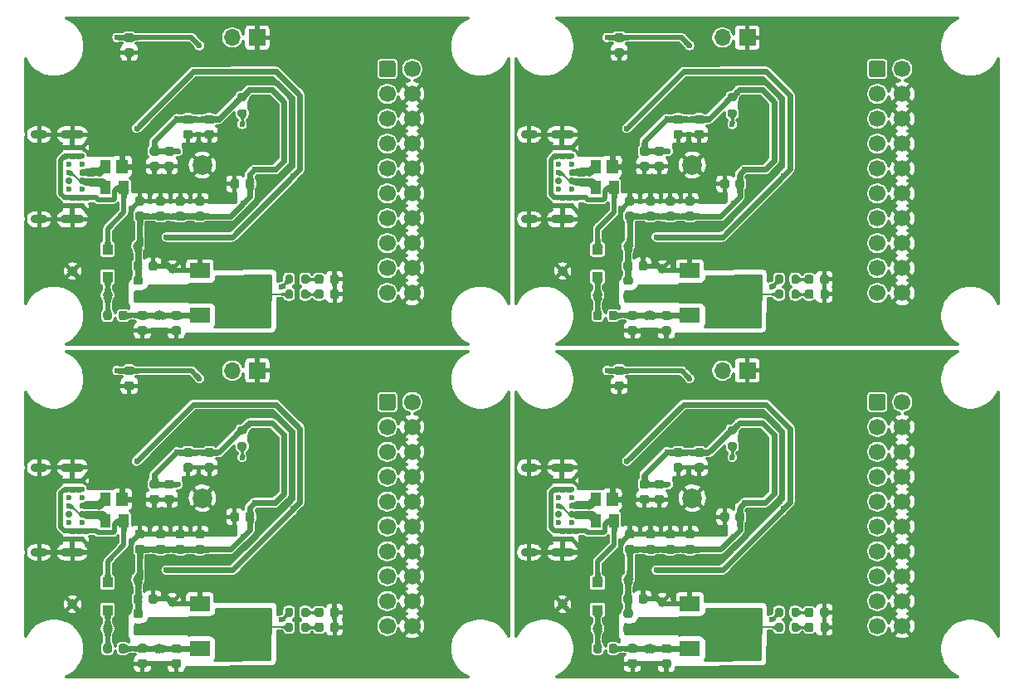
<source format=gtl>
G04 #@! TF.GenerationSoftware,KiCad,Pcbnew,(5.1.10-1-10_14)*
G04 #@! TF.CreationDate,2022-06-03T02:43:26+09:00*
G04 #@! TF.ProjectId,cmsis-dap_rp2040,636d7369-732d-4646-9170-5f7270323034,rev?*
G04 #@! TF.SameCoordinates,Original*
G04 #@! TF.FileFunction,Copper,L1,Top*
G04 #@! TF.FilePolarity,Positive*
%FSLAX46Y46*%
G04 Gerber Fmt 4.6, Leading zero omitted, Abs format (unit mm)*
G04 Created by KiCad (PCBNEW (5.1.10-1-10_14)) date 2022-06-03 02:43:26*
%MOMM*%
%LPD*%
G01*
G04 APERTURE LIST*
G04 #@! TA.AperFunction,SMDPad,CuDef*
%ADD10R,1.100000X1.100000*%
G04 #@! TD*
G04 #@! TA.AperFunction,SMDPad,CuDef*
%ADD11C,1.000000*%
G04 #@! TD*
G04 #@! TA.AperFunction,ComponentPad*
%ADD12R,1.700000X1.700000*%
G04 #@! TD*
G04 #@! TA.AperFunction,ComponentPad*
%ADD13O,1.700000X1.700000*%
G04 #@! TD*
G04 #@! TA.AperFunction,ComponentPad*
%ADD14C,2.000000*%
G04 #@! TD*
G04 #@! TA.AperFunction,ComponentPad*
%ADD15C,0.600000*%
G04 #@! TD*
G04 #@! TA.AperFunction,ComponentPad*
%ADD16C,0.700000*%
G04 #@! TD*
G04 #@! TA.AperFunction,ComponentPad*
%ADD17O,2.400000X0.900000*%
G04 #@! TD*
G04 #@! TA.AperFunction,ComponentPad*
%ADD18O,1.700000X0.900000*%
G04 #@! TD*
G04 #@! TA.AperFunction,SMDPad,CuDef*
%ADD19R,1.200000X1.400000*%
G04 #@! TD*
G04 #@! TA.AperFunction,SMDPad,CuDef*
%ADD20R,1.000000X1.400000*%
G04 #@! TD*
G04 #@! TA.AperFunction,SMDPad,CuDef*
%ADD21R,2.000000X3.800000*%
G04 #@! TD*
G04 #@! TA.AperFunction,SMDPad,CuDef*
%ADD22R,2.000000X1.500000*%
G04 #@! TD*
G04 #@! TA.AperFunction,ComponentPad*
%ADD23C,1.700000*%
G04 #@! TD*
G04 #@! TA.AperFunction,ViaPad*
%ADD24C,0.600000*%
G04 #@! TD*
G04 #@! TA.AperFunction,ViaPad*
%ADD25C,0.800000*%
G04 #@! TD*
G04 #@! TA.AperFunction,Conductor*
%ADD26C,0.500000*%
G04 #@! TD*
G04 #@! TA.AperFunction,Conductor*
%ADD27C,0.250000*%
G04 #@! TD*
G04 #@! TA.AperFunction,Conductor*
%ADD28C,0.200000*%
G04 #@! TD*
G04 #@! TA.AperFunction,Conductor*
%ADD29C,0.600000*%
G04 #@! TD*
G04 #@! TA.AperFunction,Conductor*
%ADD30C,0.400000*%
G04 #@! TD*
G04 #@! TA.AperFunction,Conductor*
%ADD31C,0.850000*%
G04 #@! TD*
G04 #@! TA.AperFunction,Conductor*
%ADD32C,0.800000*%
G04 #@! TD*
G04 #@! TA.AperFunction,Conductor*
%ADD33C,0.300000*%
G04 #@! TD*
G04 #@! TA.AperFunction,Conductor*
%ADD34C,0.100000*%
G04 #@! TD*
G04 #@! TA.AperFunction,Conductor*
%ADD35C,0.254000*%
G04 #@! TD*
G04 #@! TA.AperFunction,Conductor*
%ADD36C,0.025400*%
G04 #@! TD*
G04 APERTURE END LIST*
D10*
G04 #@! TO.P,D2,1*
G04 #@! TO.N,Net-(D2-Pad1)*
X158700000Y-110790000D03*
G04 #@! TO.P,D2,2*
G04 #@! TO.N,/VBUS*
X158700000Y-107990000D03*
G04 #@! TD*
G04 #@! TO.P,D2,1*
G04 #@! TO.N,Net-(D2-Pad1)*
X108700000Y-110790000D03*
G04 #@! TO.P,D2,2*
G04 #@! TO.N,/VBUS*
X108700000Y-107990000D03*
G04 #@! TD*
G04 #@! TO.P,D2,1*
G04 #@! TO.N,Net-(D2-Pad1)*
X158700000Y-76790000D03*
G04 #@! TO.P,D2,2*
G04 #@! TO.N,/VBUS*
X158700000Y-73990000D03*
G04 #@! TD*
G04 #@! TO.P,D3,1*
G04 #@! TO.N,GND*
G04 #@! TA.AperFunction,SMDPad,CuDef*
G36*
G01*
X182305000Y-112293750D02*
X182305000Y-112806250D01*
G75*
G02*
X182086250Y-113025000I-218750J0D01*
G01*
X181648750Y-113025000D01*
G75*
G02*
X181430000Y-112806250I0J218750D01*
G01*
X181430000Y-112293750D01*
G75*
G02*
X181648750Y-112075000I218750J0D01*
G01*
X182086250Y-112075000D01*
G75*
G02*
X182305000Y-112293750I0J-218750D01*
G01*
G37*
G04 #@! TD.AperFunction*
G04 #@! TO.P,D3,2*
G04 #@! TO.N,Net-(D3-Pad2)*
G04 #@! TA.AperFunction,SMDPad,CuDef*
G36*
G01*
X180730000Y-112293750D02*
X180730000Y-112806250D01*
G75*
G02*
X180511250Y-113025000I-218750J0D01*
G01*
X180073750Y-113025000D01*
G75*
G02*
X179855000Y-112806250I0J218750D01*
G01*
X179855000Y-112293750D01*
G75*
G02*
X180073750Y-112075000I218750J0D01*
G01*
X180511250Y-112075000D01*
G75*
G02*
X180730000Y-112293750I0J-218750D01*
G01*
G37*
G04 #@! TD.AperFunction*
G04 #@! TD*
G04 #@! TO.P,D3,1*
G04 #@! TO.N,GND*
G04 #@! TA.AperFunction,SMDPad,CuDef*
G36*
G01*
X132305000Y-112293750D02*
X132305000Y-112806250D01*
G75*
G02*
X132086250Y-113025000I-218750J0D01*
G01*
X131648750Y-113025000D01*
G75*
G02*
X131430000Y-112806250I0J218750D01*
G01*
X131430000Y-112293750D01*
G75*
G02*
X131648750Y-112075000I218750J0D01*
G01*
X132086250Y-112075000D01*
G75*
G02*
X132305000Y-112293750I0J-218750D01*
G01*
G37*
G04 #@! TD.AperFunction*
G04 #@! TO.P,D3,2*
G04 #@! TO.N,Net-(D3-Pad2)*
G04 #@! TA.AperFunction,SMDPad,CuDef*
G36*
G01*
X130730000Y-112293750D02*
X130730000Y-112806250D01*
G75*
G02*
X130511250Y-113025000I-218750J0D01*
G01*
X130073750Y-113025000D01*
G75*
G02*
X129855000Y-112806250I0J218750D01*
G01*
X129855000Y-112293750D01*
G75*
G02*
X130073750Y-112075000I218750J0D01*
G01*
X130511250Y-112075000D01*
G75*
G02*
X130730000Y-112293750I0J-218750D01*
G01*
G37*
G04 #@! TD.AperFunction*
G04 #@! TD*
G04 #@! TO.P,D3,1*
G04 #@! TO.N,GND*
G04 #@! TA.AperFunction,SMDPad,CuDef*
G36*
G01*
X182305000Y-78293750D02*
X182305000Y-78806250D01*
G75*
G02*
X182086250Y-79025000I-218750J0D01*
G01*
X181648750Y-79025000D01*
G75*
G02*
X181430000Y-78806250I0J218750D01*
G01*
X181430000Y-78293750D01*
G75*
G02*
X181648750Y-78075000I218750J0D01*
G01*
X182086250Y-78075000D01*
G75*
G02*
X182305000Y-78293750I0J-218750D01*
G01*
G37*
G04 #@! TD.AperFunction*
G04 #@! TO.P,D3,2*
G04 #@! TO.N,Net-(D3-Pad2)*
G04 #@! TA.AperFunction,SMDPad,CuDef*
G36*
G01*
X180730000Y-78293750D02*
X180730000Y-78806250D01*
G75*
G02*
X180511250Y-79025000I-218750J0D01*
G01*
X180073750Y-79025000D01*
G75*
G02*
X179855000Y-78806250I0J218750D01*
G01*
X179855000Y-78293750D01*
G75*
G02*
X180073750Y-78075000I218750J0D01*
G01*
X180511250Y-78075000D01*
G75*
G02*
X180730000Y-78293750I0J-218750D01*
G01*
G37*
G04 #@! TD.AperFunction*
G04 #@! TD*
G04 #@! TO.P,R7,1*
G04 #@! TO.N,/VO*
G04 #@! TA.AperFunction,SMDPad,CuDef*
G36*
G01*
X176825000Y-112825000D02*
X176825000Y-112275000D01*
G75*
G02*
X177025000Y-112075000I200000J0D01*
G01*
X177425000Y-112075000D01*
G75*
G02*
X177625000Y-112275000I0J-200000D01*
G01*
X177625000Y-112825000D01*
G75*
G02*
X177425000Y-113025000I-200000J0D01*
G01*
X177025000Y-113025000D01*
G75*
G02*
X176825000Y-112825000I0J200000D01*
G01*
G37*
G04 #@! TD.AperFunction*
G04 #@! TO.P,R7,2*
G04 #@! TO.N,Net-(D3-Pad2)*
G04 #@! TA.AperFunction,SMDPad,CuDef*
G36*
G01*
X178475000Y-112825000D02*
X178475000Y-112275000D01*
G75*
G02*
X178675000Y-112075000I200000J0D01*
G01*
X179075000Y-112075000D01*
G75*
G02*
X179275000Y-112275000I0J-200000D01*
G01*
X179275000Y-112825000D01*
G75*
G02*
X179075000Y-113025000I-200000J0D01*
G01*
X178675000Y-113025000D01*
G75*
G02*
X178475000Y-112825000I0J200000D01*
G01*
G37*
G04 #@! TD.AperFunction*
G04 #@! TD*
G04 #@! TO.P,R7,1*
G04 #@! TO.N,/VO*
G04 #@! TA.AperFunction,SMDPad,CuDef*
G36*
G01*
X126825000Y-112825000D02*
X126825000Y-112275000D01*
G75*
G02*
X127025000Y-112075000I200000J0D01*
G01*
X127425000Y-112075000D01*
G75*
G02*
X127625000Y-112275000I0J-200000D01*
G01*
X127625000Y-112825000D01*
G75*
G02*
X127425000Y-113025000I-200000J0D01*
G01*
X127025000Y-113025000D01*
G75*
G02*
X126825000Y-112825000I0J200000D01*
G01*
G37*
G04 #@! TD.AperFunction*
G04 #@! TO.P,R7,2*
G04 #@! TO.N,Net-(D3-Pad2)*
G04 #@! TA.AperFunction,SMDPad,CuDef*
G36*
G01*
X128475000Y-112825000D02*
X128475000Y-112275000D01*
G75*
G02*
X128675000Y-112075000I200000J0D01*
G01*
X129075000Y-112075000D01*
G75*
G02*
X129275000Y-112275000I0J-200000D01*
G01*
X129275000Y-112825000D01*
G75*
G02*
X129075000Y-113025000I-200000J0D01*
G01*
X128675000Y-113025000D01*
G75*
G02*
X128475000Y-112825000I0J200000D01*
G01*
G37*
G04 #@! TD.AperFunction*
G04 #@! TD*
G04 #@! TO.P,R7,1*
G04 #@! TO.N,/VO*
G04 #@! TA.AperFunction,SMDPad,CuDef*
G36*
G01*
X176825000Y-78825000D02*
X176825000Y-78275000D01*
G75*
G02*
X177025000Y-78075000I200000J0D01*
G01*
X177425000Y-78075000D01*
G75*
G02*
X177625000Y-78275000I0J-200000D01*
G01*
X177625000Y-78825000D01*
G75*
G02*
X177425000Y-79025000I-200000J0D01*
G01*
X177025000Y-79025000D01*
G75*
G02*
X176825000Y-78825000I0J200000D01*
G01*
G37*
G04 #@! TD.AperFunction*
G04 #@! TO.P,R7,2*
G04 #@! TO.N,Net-(D3-Pad2)*
G04 #@! TA.AperFunction,SMDPad,CuDef*
G36*
G01*
X178475000Y-78825000D02*
X178475000Y-78275000D01*
G75*
G02*
X178675000Y-78075000I200000J0D01*
G01*
X179075000Y-78075000D01*
G75*
G02*
X179275000Y-78275000I0J-200000D01*
G01*
X179275000Y-78825000D01*
G75*
G02*
X179075000Y-79025000I-200000J0D01*
G01*
X178675000Y-79025000D01*
G75*
G02*
X178475000Y-78825000I0J200000D01*
G01*
G37*
G04 #@! TD.AperFunction*
G04 #@! TD*
D11*
G04 #@! TO.P,TP6,1*
G04 #@! TO.N,GND*
X155140000Y-110190000D03*
G04 #@! TD*
G04 #@! TO.P,TP6,1*
G04 #@! TO.N,GND*
X105140000Y-110190000D03*
G04 #@! TD*
G04 #@! TO.P,TP6,1*
G04 #@! TO.N,GND*
X155140000Y-76190000D03*
G04 #@! TD*
G04 #@! TO.P,TP1,1*
G04 #@! TO.N,Net-(D2-Pad1)*
X158700000Y-112670000D03*
G04 #@! TD*
G04 #@! TO.P,TP1,1*
G04 #@! TO.N,Net-(D2-Pad1)*
X108700000Y-112670000D03*
G04 #@! TD*
G04 #@! TO.P,TP1,1*
G04 #@! TO.N,Net-(D2-Pad1)*
X158700000Y-78670000D03*
G04 #@! TD*
D12*
G04 #@! TO.P,J2,1*
G04 #@! TO.N,GND*
X173980000Y-86350000D03*
D13*
G04 #@! TO.P,J2,2*
G04 #@! TO.N,/QSPI_CSN*
X171440000Y-86350000D03*
G04 #@! TD*
D12*
G04 #@! TO.P,J2,1*
G04 #@! TO.N,GND*
X123980000Y-86350000D03*
D13*
G04 #@! TO.P,J2,2*
G04 #@! TO.N,/QSPI_CSN*
X121440000Y-86350000D03*
G04 #@! TD*
D12*
G04 #@! TO.P,J2,1*
G04 #@! TO.N,GND*
X173980000Y-52350000D03*
D13*
G04 #@! TO.P,J2,2*
G04 #@! TO.N,/QSPI_CSN*
X171440000Y-52350000D03*
G04 #@! TD*
D14*
G04 #@! TO.P,U3,57*
G04 #@! TO.N,GND*
X168380000Y-99360000D03*
G04 #@! TD*
G04 #@! TO.P,U3,57*
G04 #@! TO.N,GND*
X118380000Y-99360000D03*
G04 #@! TD*
G04 #@! TO.P,U3,57*
G04 #@! TO.N,GND*
X168380000Y-65360000D03*
G04 #@! TD*
G04 #@! TO.P,C13,1*
G04 #@! TO.N,+3V3*
G04 #@! TA.AperFunction,SMDPad,CuDef*
G36*
G01*
X173675000Y-101030000D02*
X173675000Y-101530000D01*
G75*
G02*
X173450000Y-101755000I-225000J0D01*
G01*
X173000000Y-101755000D01*
G75*
G02*
X172775000Y-101530000I0J225000D01*
G01*
X172775000Y-101030000D01*
G75*
G02*
X173000000Y-100805000I225000J0D01*
G01*
X173450000Y-100805000D01*
G75*
G02*
X173675000Y-101030000I0J-225000D01*
G01*
G37*
G04 #@! TD.AperFunction*
G04 #@! TO.P,C13,2*
G04 #@! TO.N,GND*
G04 #@! TA.AperFunction,SMDPad,CuDef*
G36*
G01*
X172125000Y-101030000D02*
X172125000Y-101530000D01*
G75*
G02*
X171900000Y-101755000I-225000J0D01*
G01*
X171450000Y-101755000D01*
G75*
G02*
X171225000Y-101530000I0J225000D01*
G01*
X171225000Y-101030000D01*
G75*
G02*
X171450000Y-100805000I225000J0D01*
G01*
X171900000Y-100805000D01*
G75*
G02*
X172125000Y-101030000I0J-225000D01*
G01*
G37*
G04 #@! TD.AperFunction*
G04 #@! TD*
G04 #@! TO.P,C13,1*
G04 #@! TO.N,+3V3*
G04 #@! TA.AperFunction,SMDPad,CuDef*
G36*
G01*
X123675000Y-101030000D02*
X123675000Y-101530000D01*
G75*
G02*
X123450000Y-101755000I-225000J0D01*
G01*
X123000000Y-101755000D01*
G75*
G02*
X122775000Y-101530000I0J225000D01*
G01*
X122775000Y-101030000D01*
G75*
G02*
X123000000Y-100805000I225000J0D01*
G01*
X123450000Y-100805000D01*
G75*
G02*
X123675000Y-101030000I0J-225000D01*
G01*
G37*
G04 #@! TD.AperFunction*
G04 #@! TO.P,C13,2*
G04 #@! TO.N,GND*
G04 #@! TA.AperFunction,SMDPad,CuDef*
G36*
G01*
X122125000Y-101030000D02*
X122125000Y-101530000D01*
G75*
G02*
X121900000Y-101755000I-225000J0D01*
G01*
X121450000Y-101755000D01*
G75*
G02*
X121225000Y-101530000I0J225000D01*
G01*
X121225000Y-101030000D01*
G75*
G02*
X121450000Y-100805000I225000J0D01*
G01*
X121900000Y-100805000D01*
G75*
G02*
X122125000Y-101030000I0J-225000D01*
G01*
G37*
G04 #@! TD.AperFunction*
G04 #@! TD*
G04 #@! TO.P,C13,1*
G04 #@! TO.N,+3V3*
G04 #@! TA.AperFunction,SMDPad,CuDef*
G36*
G01*
X173675000Y-67030000D02*
X173675000Y-67530000D01*
G75*
G02*
X173450000Y-67755000I-225000J0D01*
G01*
X173000000Y-67755000D01*
G75*
G02*
X172775000Y-67530000I0J225000D01*
G01*
X172775000Y-67030000D01*
G75*
G02*
X173000000Y-66805000I225000J0D01*
G01*
X173450000Y-66805000D01*
G75*
G02*
X173675000Y-67030000I0J-225000D01*
G01*
G37*
G04 #@! TD.AperFunction*
G04 #@! TO.P,C13,2*
G04 #@! TO.N,GND*
G04 #@! TA.AperFunction,SMDPad,CuDef*
G36*
G01*
X172125000Y-67030000D02*
X172125000Y-67530000D01*
G75*
G02*
X171900000Y-67755000I-225000J0D01*
G01*
X171450000Y-67755000D01*
G75*
G02*
X171225000Y-67530000I0J225000D01*
G01*
X171225000Y-67030000D01*
G75*
G02*
X171450000Y-66805000I225000J0D01*
G01*
X171900000Y-66805000D01*
G75*
G02*
X172125000Y-67030000I0J-225000D01*
G01*
G37*
G04 #@! TD.AperFunction*
G04 #@! TD*
G04 #@! TO.P,C5,2*
G04 #@! TO.N,GND*
G04 #@! TA.AperFunction,SMDPad,CuDef*
G36*
G01*
X162240000Y-103485000D02*
X161740000Y-103485000D01*
G75*
G02*
X161515000Y-103260000I0J225000D01*
G01*
X161515000Y-102810000D01*
G75*
G02*
X161740000Y-102585000I225000J0D01*
G01*
X162240000Y-102585000D01*
G75*
G02*
X162465000Y-102810000I0J-225000D01*
G01*
X162465000Y-103260000D01*
G75*
G02*
X162240000Y-103485000I-225000J0D01*
G01*
G37*
G04 #@! TD.AperFunction*
G04 #@! TO.P,C5,1*
G04 #@! TO.N,+3V3*
G04 #@! TA.AperFunction,SMDPad,CuDef*
G36*
G01*
X162240000Y-105035000D02*
X161740000Y-105035000D01*
G75*
G02*
X161515000Y-104810000I0J225000D01*
G01*
X161515000Y-104360000D01*
G75*
G02*
X161740000Y-104135000I225000J0D01*
G01*
X162240000Y-104135000D01*
G75*
G02*
X162465000Y-104360000I0J-225000D01*
G01*
X162465000Y-104810000D01*
G75*
G02*
X162240000Y-105035000I-225000J0D01*
G01*
G37*
G04 #@! TD.AperFunction*
G04 #@! TD*
G04 #@! TO.P,C5,2*
G04 #@! TO.N,GND*
G04 #@! TA.AperFunction,SMDPad,CuDef*
G36*
G01*
X112240000Y-103485000D02*
X111740000Y-103485000D01*
G75*
G02*
X111515000Y-103260000I0J225000D01*
G01*
X111515000Y-102810000D01*
G75*
G02*
X111740000Y-102585000I225000J0D01*
G01*
X112240000Y-102585000D01*
G75*
G02*
X112465000Y-102810000I0J-225000D01*
G01*
X112465000Y-103260000D01*
G75*
G02*
X112240000Y-103485000I-225000J0D01*
G01*
G37*
G04 #@! TD.AperFunction*
G04 #@! TO.P,C5,1*
G04 #@! TO.N,+3V3*
G04 #@! TA.AperFunction,SMDPad,CuDef*
G36*
G01*
X112240000Y-105035000D02*
X111740000Y-105035000D01*
G75*
G02*
X111515000Y-104810000I0J225000D01*
G01*
X111515000Y-104360000D01*
G75*
G02*
X111740000Y-104135000I225000J0D01*
G01*
X112240000Y-104135000D01*
G75*
G02*
X112465000Y-104360000I0J-225000D01*
G01*
X112465000Y-104810000D01*
G75*
G02*
X112240000Y-105035000I-225000J0D01*
G01*
G37*
G04 #@! TD.AperFunction*
G04 #@! TD*
G04 #@! TO.P,C5,2*
G04 #@! TO.N,GND*
G04 #@! TA.AperFunction,SMDPad,CuDef*
G36*
G01*
X162240000Y-69485000D02*
X161740000Y-69485000D01*
G75*
G02*
X161515000Y-69260000I0J225000D01*
G01*
X161515000Y-68810000D01*
G75*
G02*
X161740000Y-68585000I225000J0D01*
G01*
X162240000Y-68585000D01*
G75*
G02*
X162465000Y-68810000I0J-225000D01*
G01*
X162465000Y-69260000D01*
G75*
G02*
X162240000Y-69485000I-225000J0D01*
G01*
G37*
G04 #@! TD.AperFunction*
G04 #@! TO.P,C5,1*
G04 #@! TO.N,+3V3*
G04 #@! TA.AperFunction,SMDPad,CuDef*
G36*
G01*
X162240000Y-71035000D02*
X161740000Y-71035000D01*
G75*
G02*
X161515000Y-70810000I0J225000D01*
G01*
X161515000Y-70360000D01*
G75*
G02*
X161740000Y-70135000I225000J0D01*
G01*
X162240000Y-70135000D01*
G75*
G02*
X162465000Y-70360000I0J-225000D01*
G01*
X162465000Y-70810000D01*
G75*
G02*
X162240000Y-71035000I-225000J0D01*
G01*
G37*
G04 #@! TD.AperFunction*
G04 #@! TD*
G04 #@! TO.P,C1,1*
G04 #@! TO.N,+3V3*
G04 #@! TA.AperFunction,SMDPad,CuDef*
G36*
G01*
X160660000Y-85895000D02*
X161160000Y-85895000D01*
G75*
G02*
X161385000Y-86120000I0J-225000D01*
G01*
X161385000Y-86570000D01*
G75*
G02*
X161160000Y-86795000I-225000J0D01*
G01*
X160660000Y-86795000D01*
G75*
G02*
X160435000Y-86570000I0J225000D01*
G01*
X160435000Y-86120000D01*
G75*
G02*
X160660000Y-85895000I225000J0D01*
G01*
G37*
G04 #@! TD.AperFunction*
G04 #@! TO.P,C1,2*
G04 #@! TO.N,GND*
G04 #@! TA.AperFunction,SMDPad,CuDef*
G36*
G01*
X160660000Y-87445000D02*
X161160000Y-87445000D01*
G75*
G02*
X161385000Y-87670000I0J-225000D01*
G01*
X161385000Y-88120000D01*
G75*
G02*
X161160000Y-88345000I-225000J0D01*
G01*
X160660000Y-88345000D01*
G75*
G02*
X160435000Y-88120000I0J225000D01*
G01*
X160435000Y-87670000D01*
G75*
G02*
X160660000Y-87445000I225000J0D01*
G01*
G37*
G04 #@! TD.AperFunction*
G04 #@! TD*
G04 #@! TO.P,C1,1*
G04 #@! TO.N,+3V3*
G04 #@! TA.AperFunction,SMDPad,CuDef*
G36*
G01*
X110660000Y-85895000D02*
X111160000Y-85895000D01*
G75*
G02*
X111385000Y-86120000I0J-225000D01*
G01*
X111385000Y-86570000D01*
G75*
G02*
X111160000Y-86795000I-225000J0D01*
G01*
X110660000Y-86795000D01*
G75*
G02*
X110435000Y-86570000I0J225000D01*
G01*
X110435000Y-86120000D01*
G75*
G02*
X110660000Y-85895000I225000J0D01*
G01*
G37*
G04 #@! TD.AperFunction*
G04 #@! TO.P,C1,2*
G04 #@! TO.N,GND*
G04 #@! TA.AperFunction,SMDPad,CuDef*
G36*
G01*
X110660000Y-87445000D02*
X111160000Y-87445000D01*
G75*
G02*
X111385000Y-87670000I0J-225000D01*
G01*
X111385000Y-88120000D01*
G75*
G02*
X111160000Y-88345000I-225000J0D01*
G01*
X110660000Y-88345000D01*
G75*
G02*
X110435000Y-88120000I0J225000D01*
G01*
X110435000Y-87670000D01*
G75*
G02*
X110660000Y-87445000I225000J0D01*
G01*
G37*
G04 #@! TD.AperFunction*
G04 #@! TD*
G04 #@! TO.P,C1,1*
G04 #@! TO.N,+3V3*
G04 #@! TA.AperFunction,SMDPad,CuDef*
G36*
G01*
X160660000Y-51895000D02*
X161160000Y-51895000D01*
G75*
G02*
X161385000Y-52120000I0J-225000D01*
G01*
X161385000Y-52570000D01*
G75*
G02*
X161160000Y-52795000I-225000J0D01*
G01*
X160660000Y-52795000D01*
G75*
G02*
X160435000Y-52570000I0J225000D01*
G01*
X160435000Y-52120000D01*
G75*
G02*
X160660000Y-51895000I225000J0D01*
G01*
G37*
G04 #@! TD.AperFunction*
G04 #@! TO.P,C1,2*
G04 #@! TO.N,GND*
G04 #@! TA.AperFunction,SMDPad,CuDef*
G36*
G01*
X160660000Y-53445000D02*
X161160000Y-53445000D01*
G75*
G02*
X161385000Y-53670000I0J-225000D01*
G01*
X161385000Y-54120000D01*
G75*
G02*
X161160000Y-54345000I-225000J0D01*
G01*
X160660000Y-54345000D01*
G75*
G02*
X160435000Y-54120000I0J225000D01*
G01*
X160435000Y-53670000D01*
G75*
G02*
X160660000Y-53445000I225000J0D01*
G01*
G37*
G04 #@! TD.AperFunction*
G04 #@! TD*
G04 #@! TO.P,C3,1*
G04 #@! TO.N,+5V*
G04 #@! TA.AperFunction,SMDPad,CuDef*
G36*
G01*
X162010000Y-114255000D02*
X162510000Y-114255000D01*
G75*
G02*
X162735000Y-114480000I0J-225000D01*
G01*
X162735000Y-114930000D01*
G75*
G02*
X162510000Y-115155000I-225000J0D01*
G01*
X162010000Y-115155000D01*
G75*
G02*
X161785000Y-114930000I0J225000D01*
G01*
X161785000Y-114480000D01*
G75*
G02*
X162010000Y-114255000I225000J0D01*
G01*
G37*
G04 #@! TD.AperFunction*
G04 #@! TO.P,C3,2*
G04 #@! TO.N,GND*
G04 #@! TA.AperFunction,SMDPad,CuDef*
G36*
G01*
X162010000Y-115805000D02*
X162510000Y-115805000D01*
G75*
G02*
X162735000Y-116030000I0J-225000D01*
G01*
X162735000Y-116480000D01*
G75*
G02*
X162510000Y-116705000I-225000J0D01*
G01*
X162010000Y-116705000D01*
G75*
G02*
X161785000Y-116480000I0J225000D01*
G01*
X161785000Y-116030000D01*
G75*
G02*
X162010000Y-115805000I225000J0D01*
G01*
G37*
G04 #@! TD.AperFunction*
G04 #@! TD*
G04 #@! TO.P,C3,1*
G04 #@! TO.N,+5V*
G04 #@! TA.AperFunction,SMDPad,CuDef*
G36*
G01*
X112010000Y-114255000D02*
X112510000Y-114255000D01*
G75*
G02*
X112735000Y-114480000I0J-225000D01*
G01*
X112735000Y-114930000D01*
G75*
G02*
X112510000Y-115155000I-225000J0D01*
G01*
X112010000Y-115155000D01*
G75*
G02*
X111785000Y-114930000I0J225000D01*
G01*
X111785000Y-114480000D01*
G75*
G02*
X112010000Y-114255000I225000J0D01*
G01*
G37*
G04 #@! TD.AperFunction*
G04 #@! TO.P,C3,2*
G04 #@! TO.N,GND*
G04 #@! TA.AperFunction,SMDPad,CuDef*
G36*
G01*
X112010000Y-115805000D02*
X112510000Y-115805000D01*
G75*
G02*
X112735000Y-116030000I0J-225000D01*
G01*
X112735000Y-116480000D01*
G75*
G02*
X112510000Y-116705000I-225000J0D01*
G01*
X112010000Y-116705000D01*
G75*
G02*
X111785000Y-116480000I0J225000D01*
G01*
X111785000Y-116030000D01*
G75*
G02*
X112010000Y-115805000I225000J0D01*
G01*
G37*
G04 #@! TD.AperFunction*
G04 #@! TD*
G04 #@! TO.P,C3,1*
G04 #@! TO.N,+5V*
G04 #@! TA.AperFunction,SMDPad,CuDef*
G36*
G01*
X162010000Y-80255000D02*
X162510000Y-80255000D01*
G75*
G02*
X162735000Y-80480000I0J-225000D01*
G01*
X162735000Y-80930000D01*
G75*
G02*
X162510000Y-81155000I-225000J0D01*
G01*
X162010000Y-81155000D01*
G75*
G02*
X161785000Y-80930000I0J225000D01*
G01*
X161785000Y-80480000D01*
G75*
G02*
X162010000Y-80255000I225000J0D01*
G01*
G37*
G04 #@! TD.AperFunction*
G04 #@! TO.P,C3,2*
G04 #@! TO.N,GND*
G04 #@! TA.AperFunction,SMDPad,CuDef*
G36*
G01*
X162010000Y-81805000D02*
X162510000Y-81805000D01*
G75*
G02*
X162735000Y-82030000I0J-225000D01*
G01*
X162735000Y-82480000D01*
G75*
G02*
X162510000Y-82705000I-225000J0D01*
G01*
X162010000Y-82705000D01*
G75*
G02*
X161785000Y-82480000I0J225000D01*
G01*
X161785000Y-82030000D01*
G75*
G02*
X162010000Y-81805000I225000J0D01*
G01*
G37*
G04 #@! TD.AperFunction*
G04 #@! TD*
G04 #@! TO.P,C4,1*
G04 #@! TO.N,+5V*
G04 #@! TA.AperFunction,SMDPad,CuDef*
G36*
G01*
X165470000Y-114265000D02*
X165970000Y-114265000D01*
G75*
G02*
X166195000Y-114490000I0J-225000D01*
G01*
X166195000Y-114940000D01*
G75*
G02*
X165970000Y-115165000I-225000J0D01*
G01*
X165470000Y-115165000D01*
G75*
G02*
X165245000Y-114940000I0J225000D01*
G01*
X165245000Y-114490000D01*
G75*
G02*
X165470000Y-114265000I225000J0D01*
G01*
G37*
G04 #@! TD.AperFunction*
G04 #@! TO.P,C4,2*
G04 #@! TO.N,GND*
G04 #@! TA.AperFunction,SMDPad,CuDef*
G36*
G01*
X165470000Y-115815000D02*
X165970000Y-115815000D01*
G75*
G02*
X166195000Y-116040000I0J-225000D01*
G01*
X166195000Y-116490000D01*
G75*
G02*
X165970000Y-116715000I-225000J0D01*
G01*
X165470000Y-116715000D01*
G75*
G02*
X165245000Y-116490000I0J225000D01*
G01*
X165245000Y-116040000D01*
G75*
G02*
X165470000Y-115815000I225000J0D01*
G01*
G37*
G04 #@! TD.AperFunction*
G04 #@! TD*
G04 #@! TO.P,C4,1*
G04 #@! TO.N,+5V*
G04 #@! TA.AperFunction,SMDPad,CuDef*
G36*
G01*
X115470000Y-114265000D02*
X115970000Y-114265000D01*
G75*
G02*
X116195000Y-114490000I0J-225000D01*
G01*
X116195000Y-114940000D01*
G75*
G02*
X115970000Y-115165000I-225000J0D01*
G01*
X115470000Y-115165000D01*
G75*
G02*
X115245000Y-114940000I0J225000D01*
G01*
X115245000Y-114490000D01*
G75*
G02*
X115470000Y-114265000I225000J0D01*
G01*
G37*
G04 #@! TD.AperFunction*
G04 #@! TO.P,C4,2*
G04 #@! TO.N,GND*
G04 #@! TA.AperFunction,SMDPad,CuDef*
G36*
G01*
X115470000Y-115815000D02*
X115970000Y-115815000D01*
G75*
G02*
X116195000Y-116040000I0J-225000D01*
G01*
X116195000Y-116490000D01*
G75*
G02*
X115970000Y-116715000I-225000J0D01*
G01*
X115470000Y-116715000D01*
G75*
G02*
X115245000Y-116490000I0J225000D01*
G01*
X115245000Y-116040000D01*
G75*
G02*
X115470000Y-115815000I225000J0D01*
G01*
G37*
G04 #@! TD.AperFunction*
G04 #@! TD*
G04 #@! TO.P,C4,1*
G04 #@! TO.N,+5V*
G04 #@! TA.AperFunction,SMDPad,CuDef*
G36*
G01*
X165470000Y-80265000D02*
X165970000Y-80265000D01*
G75*
G02*
X166195000Y-80490000I0J-225000D01*
G01*
X166195000Y-80940000D01*
G75*
G02*
X165970000Y-81165000I-225000J0D01*
G01*
X165470000Y-81165000D01*
G75*
G02*
X165245000Y-80940000I0J225000D01*
G01*
X165245000Y-80490000D01*
G75*
G02*
X165470000Y-80265000I225000J0D01*
G01*
G37*
G04 #@! TD.AperFunction*
G04 #@! TO.P,C4,2*
G04 #@! TO.N,GND*
G04 #@! TA.AperFunction,SMDPad,CuDef*
G36*
G01*
X165470000Y-81815000D02*
X165970000Y-81815000D01*
G75*
G02*
X166195000Y-82040000I0J-225000D01*
G01*
X166195000Y-82490000D01*
G75*
G02*
X165970000Y-82715000I-225000J0D01*
G01*
X165470000Y-82715000D01*
G75*
G02*
X165245000Y-82490000I0J225000D01*
G01*
X165245000Y-82040000D01*
G75*
G02*
X165470000Y-81815000I225000J0D01*
G01*
G37*
G04 #@! TD.AperFunction*
G04 #@! TD*
G04 #@! TO.P,C6,2*
G04 #@! TO.N,GND*
G04 #@! TA.AperFunction,SMDPad,CuDef*
G36*
G01*
X164360000Y-103485000D02*
X163860000Y-103485000D01*
G75*
G02*
X163635000Y-103260000I0J225000D01*
G01*
X163635000Y-102810000D01*
G75*
G02*
X163860000Y-102585000I225000J0D01*
G01*
X164360000Y-102585000D01*
G75*
G02*
X164585000Y-102810000I0J-225000D01*
G01*
X164585000Y-103260000D01*
G75*
G02*
X164360000Y-103485000I-225000J0D01*
G01*
G37*
G04 #@! TD.AperFunction*
G04 #@! TO.P,C6,1*
G04 #@! TO.N,+3V3*
G04 #@! TA.AperFunction,SMDPad,CuDef*
G36*
G01*
X164360000Y-105035000D02*
X163860000Y-105035000D01*
G75*
G02*
X163635000Y-104810000I0J225000D01*
G01*
X163635000Y-104360000D01*
G75*
G02*
X163860000Y-104135000I225000J0D01*
G01*
X164360000Y-104135000D01*
G75*
G02*
X164585000Y-104360000I0J-225000D01*
G01*
X164585000Y-104810000D01*
G75*
G02*
X164360000Y-105035000I-225000J0D01*
G01*
G37*
G04 #@! TD.AperFunction*
G04 #@! TD*
G04 #@! TO.P,C6,2*
G04 #@! TO.N,GND*
G04 #@! TA.AperFunction,SMDPad,CuDef*
G36*
G01*
X114360000Y-103485000D02*
X113860000Y-103485000D01*
G75*
G02*
X113635000Y-103260000I0J225000D01*
G01*
X113635000Y-102810000D01*
G75*
G02*
X113860000Y-102585000I225000J0D01*
G01*
X114360000Y-102585000D01*
G75*
G02*
X114585000Y-102810000I0J-225000D01*
G01*
X114585000Y-103260000D01*
G75*
G02*
X114360000Y-103485000I-225000J0D01*
G01*
G37*
G04 #@! TD.AperFunction*
G04 #@! TO.P,C6,1*
G04 #@! TO.N,+3V3*
G04 #@! TA.AperFunction,SMDPad,CuDef*
G36*
G01*
X114360000Y-105035000D02*
X113860000Y-105035000D01*
G75*
G02*
X113635000Y-104810000I0J225000D01*
G01*
X113635000Y-104360000D01*
G75*
G02*
X113860000Y-104135000I225000J0D01*
G01*
X114360000Y-104135000D01*
G75*
G02*
X114585000Y-104360000I0J-225000D01*
G01*
X114585000Y-104810000D01*
G75*
G02*
X114360000Y-105035000I-225000J0D01*
G01*
G37*
G04 #@! TD.AperFunction*
G04 #@! TD*
G04 #@! TO.P,C6,2*
G04 #@! TO.N,GND*
G04 #@! TA.AperFunction,SMDPad,CuDef*
G36*
G01*
X164360000Y-69485000D02*
X163860000Y-69485000D01*
G75*
G02*
X163635000Y-69260000I0J225000D01*
G01*
X163635000Y-68810000D01*
G75*
G02*
X163860000Y-68585000I225000J0D01*
G01*
X164360000Y-68585000D01*
G75*
G02*
X164585000Y-68810000I0J-225000D01*
G01*
X164585000Y-69260000D01*
G75*
G02*
X164360000Y-69485000I-225000J0D01*
G01*
G37*
G04 #@! TD.AperFunction*
G04 #@! TO.P,C6,1*
G04 #@! TO.N,+3V3*
G04 #@! TA.AperFunction,SMDPad,CuDef*
G36*
G01*
X164360000Y-71035000D02*
X163860000Y-71035000D01*
G75*
G02*
X163635000Y-70810000I0J225000D01*
G01*
X163635000Y-70360000D01*
G75*
G02*
X163860000Y-70135000I225000J0D01*
G01*
X164360000Y-70135000D01*
G75*
G02*
X164585000Y-70360000I0J-225000D01*
G01*
X164585000Y-70810000D01*
G75*
G02*
X164360000Y-71035000I-225000J0D01*
G01*
G37*
G04 #@! TD.AperFunction*
G04 #@! TD*
G04 #@! TO.P,C8,1*
G04 #@! TO.N,+3V3*
G04 #@! TA.AperFunction,SMDPad,CuDef*
G36*
G01*
X164750000Y-97495000D02*
X165250000Y-97495000D01*
G75*
G02*
X165475000Y-97720000I0J-225000D01*
G01*
X165475000Y-98170000D01*
G75*
G02*
X165250000Y-98395000I-225000J0D01*
G01*
X164750000Y-98395000D01*
G75*
G02*
X164525000Y-98170000I0J225000D01*
G01*
X164525000Y-97720000D01*
G75*
G02*
X164750000Y-97495000I225000J0D01*
G01*
G37*
G04 #@! TD.AperFunction*
G04 #@! TO.P,C8,2*
G04 #@! TO.N,GND*
G04 #@! TA.AperFunction,SMDPad,CuDef*
G36*
G01*
X164750000Y-99045000D02*
X165250000Y-99045000D01*
G75*
G02*
X165475000Y-99270000I0J-225000D01*
G01*
X165475000Y-99720000D01*
G75*
G02*
X165250000Y-99945000I-225000J0D01*
G01*
X164750000Y-99945000D01*
G75*
G02*
X164525000Y-99720000I0J225000D01*
G01*
X164525000Y-99270000D01*
G75*
G02*
X164750000Y-99045000I225000J0D01*
G01*
G37*
G04 #@! TD.AperFunction*
G04 #@! TD*
G04 #@! TO.P,C8,1*
G04 #@! TO.N,+3V3*
G04 #@! TA.AperFunction,SMDPad,CuDef*
G36*
G01*
X114750000Y-97495000D02*
X115250000Y-97495000D01*
G75*
G02*
X115475000Y-97720000I0J-225000D01*
G01*
X115475000Y-98170000D01*
G75*
G02*
X115250000Y-98395000I-225000J0D01*
G01*
X114750000Y-98395000D01*
G75*
G02*
X114525000Y-98170000I0J225000D01*
G01*
X114525000Y-97720000D01*
G75*
G02*
X114750000Y-97495000I225000J0D01*
G01*
G37*
G04 #@! TD.AperFunction*
G04 #@! TO.P,C8,2*
G04 #@! TO.N,GND*
G04 #@! TA.AperFunction,SMDPad,CuDef*
G36*
G01*
X114750000Y-99045000D02*
X115250000Y-99045000D01*
G75*
G02*
X115475000Y-99270000I0J-225000D01*
G01*
X115475000Y-99720000D01*
G75*
G02*
X115250000Y-99945000I-225000J0D01*
G01*
X114750000Y-99945000D01*
G75*
G02*
X114525000Y-99720000I0J225000D01*
G01*
X114525000Y-99270000D01*
G75*
G02*
X114750000Y-99045000I225000J0D01*
G01*
G37*
G04 #@! TD.AperFunction*
G04 #@! TD*
G04 #@! TO.P,C8,1*
G04 #@! TO.N,+3V3*
G04 #@! TA.AperFunction,SMDPad,CuDef*
G36*
G01*
X164750000Y-63495000D02*
X165250000Y-63495000D01*
G75*
G02*
X165475000Y-63720000I0J-225000D01*
G01*
X165475000Y-64170000D01*
G75*
G02*
X165250000Y-64395000I-225000J0D01*
G01*
X164750000Y-64395000D01*
G75*
G02*
X164525000Y-64170000I0J225000D01*
G01*
X164525000Y-63720000D01*
G75*
G02*
X164750000Y-63495000I225000J0D01*
G01*
G37*
G04 #@! TD.AperFunction*
G04 #@! TO.P,C8,2*
G04 #@! TO.N,GND*
G04 #@! TA.AperFunction,SMDPad,CuDef*
G36*
G01*
X164750000Y-65045000D02*
X165250000Y-65045000D01*
G75*
G02*
X165475000Y-65270000I0J-225000D01*
G01*
X165475000Y-65720000D01*
G75*
G02*
X165250000Y-65945000I-225000J0D01*
G01*
X164750000Y-65945000D01*
G75*
G02*
X164525000Y-65720000I0J225000D01*
G01*
X164525000Y-65270000D01*
G75*
G02*
X164750000Y-65045000I225000J0D01*
G01*
G37*
G04 #@! TD.AperFunction*
G04 #@! TD*
D15*
G04 #@! TO.P,J1,A1*
G04 #@! TO.N,GND*
X156100000Y-97600000D03*
G04 #@! TO.P,J1,A4*
G04 #@! TO.N,/VBUS*
X156100000Y-98450000D03*
G04 #@! TO.P,J1,A5*
G04 #@! TO.N,Net-(J1-PadA5)*
X156100000Y-99300000D03*
G04 #@! TO.P,J1,A6*
G04 #@! TO.N,/D+*
X156100000Y-100150000D03*
D16*
G04 #@! TO.P,J1,A7*
G04 #@! TO.N,/D-*
X156100000Y-101000000D03*
D15*
G04 #@! TO.P,J1,A8*
G04 #@! TO.N,N/C*
X156100000Y-101850000D03*
G04 #@! TO.P,J1,A9*
G04 #@! TO.N,/VBUS*
X156100000Y-102700000D03*
G04 #@! TO.P,J1,A12*
G04 #@! TO.N,GND*
X156100000Y-103550000D03*
G04 #@! TO.P,J1,B9*
G04 #@! TO.N,/VBUS*
X154750000Y-98450000D03*
G04 #@! TO.P,J1,B7*
G04 #@! TO.N,/D-*
X154750000Y-100150000D03*
G04 #@! TO.P,J1,B8*
G04 #@! TO.N,N/C*
X154750000Y-99300000D03*
G04 #@! TO.P,J1,B12*
G04 #@! TO.N,GND*
X154750000Y-97600000D03*
G04 #@! TO.P,J1,B5*
G04 #@! TO.N,Net-(J1-PadB5)*
X154750000Y-101850000D03*
G04 #@! TO.P,J1,B4*
G04 #@! TO.N,/VBUS*
X154750000Y-102700000D03*
G04 #@! TO.P,J1,B1*
G04 #@! TO.N,GND*
X154750000Y-103550000D03*
D16*
G04 #@! TO.P,J1,B6*
G04 #@! TO.N,/D+*
X154750000Y-101000000D03*
D17*
G04 #@! TO.P,J1,S1*
G04 #@! TO.N,GND*
X155120000Y-96250000D03*
X155120000Y-104900000D03*
D18*
X151740000Y-96250000D03*
X151740000Y-104900000D03*
G04 #@! TD*
D15*
G04 #@! TO.P,J1,A1*
G04 #@! TO.N,GND*
X106100000Y-97600000D03*
G04 #@! TO.P,J1,A4*
G04 #@! TO.N,/VBUS*
X106100000Y-98450000D03*
G04 #@! TO.P,J1,A5*
G04 #@! TO.N,Net-(J1-PadA5)*
X106100000Y-99300000D03*
G04 #@! TO.P,J1,A6*
G04 #@! TO.N,/D+*
X106100000Y-100150000D03*
D16*
G04 #@! TO.P,J1,A7*
G04 #@! TO.N,/D-*
X106100000Y-101000000D03*
D15*
G04 #@! TO.P,J1,A8*
G04 #@! TO.N,N/C*
X106100000Y-101850000D03*
G04 #@! TO.P,J1,A9*
G04 #@! TO.N,/VBUS*
X106100000Y-102700000D03*
G04 #@! TO.P,J1,A12*
G04 #@! TO.N,GND*
X106100000Y-103550000D03*
G04 #@! TO.P,J1,B9*
G04 #@! TO.N,/VBUS*
X104750000Y-98450000D03*
G04 #@! TO.P,J1,B7*
G04 #@! TO.N,/D-*
X104750000Y-100150000D03*
G04 #@! TO.P,J1,B8*
G04 #@! TO.N,N/C*
X104750000Y-99300000D03*
G04 #@! TO.P,J1,B12*
G04 #@! TO.N,GND*
X104750000Y-97600000D03*
G04 #@! TO.P,J1,B5*
G04 #@! TO.N,Net-(J1-PadB5)*
X104750000Y-101850000D03*
G04 #@! TO.P,J1,B4*
G04 #@! TO.N,/VBUS*
X104750000Y-102700000D03*
G04 #@! TO.P,J1,B1*
G04 #@! TO.N,GND*
X104750000Y-103550000D03*
D16*
G04 #@! TO.P,J1,B6*
G04 #@! TO.N,/D+*
X104750000Y-101000000D03*
D17*
G04 #@! TO.P,J1,S1*
G04 #@! TO.N,GND*
X105120000Y-96250000D03*
X105120000Y-104900000D03*
D18*
X101740000Y-96250000D03*
X101740000Y-104900000D03*
G04 #@! TD*
D15*
G04 #@! TO.P,J1,A1*
G04 #@! TO.N,GND*
X156100000Y-63600000D03*
G04 #@! TO.P,J1,A4*
G04 #@! TO.N,/VBUS*
X156100000Y-64450000D03*
G04 #@! TO.P,J1,A5*
G04 #@! TO.N,Net-(J1-PadA5)*
X156100000Y-65300000D03*
G04 #@! TO.P,J1,A6*
G04 #@! TO.N,/D+*
X156100000Y-66150000D03*
D16*
G04 #@! TO.P,J1,A7*
G04 #@! TO.N,/D-*
X156100000Y-67000000D03*
D15*
G04 #@! TO.P,J1,A8*
G04 #@! TO.N,N/C*
X156100000Y-67850000D03*
G04 #@! TO.P,J1,A9*
G04 #@! TO.N,/VBUS*
X156100000Y-68700000D03*
G04 #@! TO.P,J1,A12*
G04 #@! TO.N,GND*
X156100000Y-69550000D03*
G04 #@! TO.P,J1,B9*
G04 #@! TO.N,/VBUS*
X154750000Y-64450000D03*
G04 #@! TO.P,J1,B7*
G04 #@! TO.N,/D-*
X154750000Y-66150000D03*
G04 #@! TO.P,J1,B8*
G04 #@! TO.N,N/C*
X154750000Y-65300000D03*
G04 #@! TO.P,J1,B12*
G04 #@! TO.N,GND*
X154750000Y-63600000D03*
G04 #@! TO.P,J1,B5*
G04 #@! TO.N,Net-(J1-PadB5)*
X154750000Y-67850000D03*
G04 #@! TO.P,J1,B4*
G04 #@! TO.N,/VBUS*
X154750000Y-68700000D03*
G04 #@! TO.P,J1,B1*
G04 #@! TO.N,GND*
X154750000Y-69550000D03*
D16*
G04 #@! TO.P,J1,B6*
G04 #@! TO.N,/D+*
X154750000Y-67000000D03*
D17*
G04 #@! TO.P,J1,S1*
G04 #@! TO.N,GND*
X155120000Y-62250000D03*
X155120000Y-70900000D03*
D18*
X151740000Y-62250000D03*
X151740000Y-70900000D03*
G04 #@! TD*
G04 #@! TO.P,L1,1*
G04 #@! TO.N,Net-(D2-Pad1)*
G04 #@! TA.AperFunction,SMDPad,CuDef*
G36*
G01*
X158275000Y-114976250D02*
X158275000Y-114463750D01*
G75*
G02*
X158493750Y-114245000I218750J0D01*
G01*
X158931250Y-114245000D01*
G75*
G02*
X159150000Y-114463750I0J-218750D01*
G01*
X159150000Y-114976250D01*
G75*
G02*
X158931250Y-115195000I-218750J0D01*
G01*
X158493750Y-115195000D01*
G75*
G02*
X158275000Y-114976250I0J218750D01*
G01*
G37*
G04 #@! TD.AperFunction*
G04 #@! TO.P,L1,2*
G04 #@! TO.N,+5V*
G04 #@! TA.AperFunction,SMDPad,CuDef*
G36*
G01*
X159850000Y-114976250D02*
X159850000Y-114463750D01*
G75*
G02*
X160068750Y-114245000I218750J0D01*
G01*
X160506250Y-114245000D01*
G75*
G02*
X160725000Y-114463750I0J-218750D01*
G01*
X160725000Y-114976250D01*
G75*
G02*
X160506250Y-115195000I-218750J0D01*
G01*
X160068750Y-115195000D01*
G75*
G02*
X159850000Y-114976250I0J218750D01*
G01*
G37*
G04 #@! TD.AperFunction*
G04 #@! TD*
G04 #@! TO.P,L1,1*
G04 #@! TO.N,Net-(D2-Pad1)*
G04 #@! TA.AperFunction,SMDPad,CuDef*
G36*
G01*
X108275000Y-114976250D02*
X108275000Y-114463750D01*
G75*
G02*
X108493750Y-114245000I218750J0D01*
G01*
X108931250Y-114245000D01*
G75*
G02*
X109150000Y-114463750I0J-218750D01*
G01*
X109150000Y-114976250D01*
G75*
G02*
X108931250Y-115195000I-218750J0D01*
G01*
X108493750Y-115195000D01*
G75*
G02*
X108275000Y-114976250I0J218750D01*
G01*
G37*
G04 #@! TD.AperFunction*
G04 #@! TO.P,L1,2*
G04 #@! TO.N,+5V*
G04 #@! TA.AperFunction,SMDPad,CuDef*
G36*
G01*
X109850000Y-114976250D02*
X109850000Y-114463750D01*
G75*
G02*
X110068750Y-114245000I218750J0D01*
G01*
X110506250Y-114245000D01*
G75*
G02*
X110725000Y-114463750I0J-218750D01*
G01*
X110725000Y-114976250D01*
G75*
G02*
X110506250Y-115195000I-218750J0D01*
G01*
X110068750Y-115195000D01*
G75*
G02*
X109850000Y-114976250I0J218750D01*
G01*
G37*
G04 #@! TD.AperFunction*
G04 #@! TD*
G04 #@! TO.P,L1,1*
G04 #@! TO.N,Net-(D2-Pad1)*
G04 #@! TA.AperFunction,SMDPad,CuDef*
G36*
G01*
X158275000Y-80976250D02*
X158275000Y-80463750D01*
G75*
G02*
X158493750Y-80245000I218750J0D01*
G01*
X158931250Y-80245000D01*
G75*
G02*
X159150000Y-80463750I0J-218750D01*
G01*
X159150000Y-80976250D01*
G75*
G02*
X158931250Y-81195000I-218750J0D01*
G01*
X158493750Y-81195000D01*
G75*
G02*
X158275000Y-80976250I0J218750D01*
G01*
G37*
G04 #@! TD.AperFunction*
G04 #@! TO.P,L1,2*
G04 #@! TO.N,+5V*
G04 #@! TA.AperFunction,SMDPad,CuDef*
G36*
G01*
X159850000Y-80976250D02*
X159850000Y-80463750D01*
G75*
G02*
X160068750Y-80245000I218750J0D01*
G01*
X160506250Y-80245000D01*
G75*
G02*
X160725000Y-80463750I0J-218750D01*
G01*
X160725000Y-80976250D01*
G75*
G02*
X160506250Y-81195000I-218750J0D01*
G01*
X160068750Y-81195000D01*
G75*
G02*
X159850000Y-80976250I0J218750D01*
G01*
G37*
G04 #@! TD.AperFunction*
G04 #@! TD*
G04 #@! TO.P,R1,1*
G04 #@! TO.N,Net-(R1-Pad1)*
G04 #@! TA.AperFunction,SMDPad,CuDef*
G36*
G01*
X172715000Y-94475000D02*
X172165000Y-94475000D01*
G75*
G02*
X171965000Y-94275000I0J200000D01*
G01*
X171965000Y-93875000D01*
G75*
G02*
X172165000Y-93675000I200000J0D01*
G01*
X172715000Y-93675000D01*
G75*
G02*
X172915000Y-93875000I0J-200000D01*
G01*
X172915000Y-94275000D01*
G75*
G02*
X172715000Y-94475000I-200000J0D01*
G01*
G37*
G04 #@! TD.AperFunction*
G04 #@! TO.P,R1,2*
G04 #@! TO.N,+3V3*
G04 #@! TA.AperFunction,SMDPad,CuDef*
G36*
G01*
X172715000Y-92825000D02*
X172165000Y-92825000D01*
G75*
G02*
X171965000Y-92625000I0J200000D01*
G01*
X171965000Y-92225000D01*
G75*
G02*
X172165000Y-92025000I200000J0D01*
G01*
X172715000Y-92025000D01*
G75*
G02*
X172915000Y-92225000I0J-200000D01*
G01*
X172915000Y-92625000D01*
G75*
G02*
X172715000Y-92825000I-200000J0D01*
G01*
G37*
G04 #@! TD.AperFunction*
G04 #@! TD*
G04 #@! TO.P,R1,1*
G04 #@! TO.N,Net-(R1-Pad1)*
G04 #@! TA.AperFunction,SMDPad,CuDef*
G36*
G01*
X122715000Y-94475000D02*
X122165000Y-94475000D01*
G75*
G02*
X121965000Y-94275000I0J200000D01*
G01*
X121965000Y-93875000D01*
G75*
G02*
X122165000Y-93675000I200000J0D01*
G01*
X122715000Y-93675000D01*
G75*
G02*
X122915000Y-93875000I0J-200000D01*
G01*
X122915000Y-94275000D01*
G75*
G02*
X122715000Y-94475000I-200000J0D01*
G01*
G37*
G04 #@! TD.AperFunction*
G04 #@! TO.P,R1,2*
G04 #@! TO.N,+3V3*
G04 #@! TA.AperFunction,SMDPad,CuDef*
G36*
G01*
X122715000Y-92825000D02*
X122165000Y-92825000D01*
G75*
G02*
X121965000Y-92625000I0J200000D01*
G01*
X121965000Y-92225000D01*
G75*
G02*
X122165000Y-92025000I200000J0D01*
G01*
X122715000Y-92025000D01*
G75*
G02*
X122915000Y-92225000I0J-200000D01*
G01*
X122915000Y-92625000D01*
G75*
G02*
X122715000Y-92825000I-200000J0D01*
G01*
G37*
G04 #@! TD.AperFunction*
G04 #@! TD*
G04 #@! TO.P,R1,1*
G04 #@! TO.N,Net-(R1-Pad1)*
G04 #@! TA.AperFunction,SMDPad,CuDef*
G36*
G01*
X172715000Y-60475000D02*
X172165000Y-60475000D01*
G75*
G02*
X171965000Y-60275000I0J200000D01*
G01*
X171965000Y-59875000D01*
G75*
G02*
X172165000Y-59675000I200000J0D01*
G01*
X172715000Y-59675000D01*
G75*
G02*
X172915000Y-59875000I0J-200000D01*
G01*
X172915000Y-60275000D01*
G75*
G02*
X172715000Y-60475000I-200000J0D01*
G01*
G37*
G04 #@! TD.AperFunction*
G04 #@! TO.P,R1,2*
G04 #@! TO.N,+3V3*
G04 #@! TA.AperFunction,SMDPad,CuDef*
G36*
G01*
X172715000Y-58825000D02*
X172165000Y-58825000D01*
G75*
G02*
X171965000Y-58625000I0J200000D01*
G01*
X171965000Y-58225000D01*
G75*
G02*
X172165000Y-58025000I200000J0D01*
G01*
X172715000Y-58025000D01*
G75*
G02*
X172915000Y-58225000I0J-200000D01*
G01*
X172915000Y-58625000D01*
G75*
G02*
X172715000Y-58825000I-200000J0D01*
G01*
G37*
G04 #@! TD.AperFunction*
G04 #@! TD*
G04 #@! TO.P,C15,2*
G04 #@! TO.N,GND*
G04 #@! TA.AperFunction,SMDPad,CuDef*
G36*
G01*
X168380000Y-103485000D02*
X167880000Y-103485000D01*
G75*
G02*
X167655000Y-103260000I0J225000D01*
G01*
X167655000Y-102810000D01*
G75*
G02*
X167880000Y-102585000I225000J0D01*
G01*
X168380000Y-102585000D01*
G75*
G02*
X168605000Y-102810000I0J-225000D01*
G01*
X168605000Y-103260000D01*
G75*
G02*
X168380000Y-103485000I-225000J0D01*
G01*
G37*
G04 #@! TD.AperFunction*
G04 #@! TO.P,C15,1*
G04 #@! TO.N,+3V3*
G04 #@! TA.AperFunction,SMDPad,CuDef*
G36*
G01*
X168380000Y-105035000D02*
X167880000Y-105035000D01*
G75*
G02*
X167655000Y-104810000I0J225000D01*
G01*
X167655000Y-104360000D01*
G75*
G02*
X167880000Y-104135000I225000J0D01*
G01*
X168380000Y-104135000D01*
G75*
G02*
X168605000Y-104360000I0J-225000D01*
G01*
X168605000Y-104810000D01*
G75*
G02*
X168380000Y-105035000I-225000J0D01*
G01*
G37*
G04 #@! TD.AperFunction*
G04 #@! TD*
G04 #@! TO.P,C15,2*
G04 #@! TO.N,GND*
G04 #@! TA.AperFunction,SMDPad,CuDef*
G36*
G01*
X118380000Y-103485000D02*
X117880000Y-103485000D01*
G75*
G02*
X117655000Y-103260000I0J225000D01*
G01*
X117655000Y-102810000D01*
G75*
G02*
X117880000Y-102585000I225000J0D01*
G01*
X118380000Y-102585000D01*
G75*
G02*
X118605000Y-102810000I0J-225000D01*
G01*
X118605000Y-103260000D01*
G75*
G02*
X118380000Y-103485000I-225000J0D01*
G01*
G37*
G04 #@! TD.AperFunction*
G04 #@! TO.P,C15,1*
G04 #@! TO.N,+3V3*
G04 #@! TA.AperFunction,SMDPad,CuDef*
G36*
G01*
X118380000Y-105035000D02*
X117880000Y-105035000D01*
G75*
G02*
X117655000Y-104810000I0J225000D01*
G01*
X117655000Y-104360000D01*
G75*
G02*
X117880000Y-104135000I225000J0D01*
G01*
X118380000Y-104135000D01*
G75*
G02*
X118605000Y-104360000I0J-225000D01*
G01*
X118605000Y-104810000D01*
G75*
G02*
X118380000Y-105035000I-225000J0D01*
G01*
G37*
G04 #@! TD.AperFunction*
G04 #@! TD*
G04 #@! TO.P,C15,2*
G04 #@! TO.N,GND*
G04 #@! TA.AperFunction,SMDPad,CuDef*
G36*
G01*
X168380000Y-69485000D02*
X167880000Y-69485000D01*
G75*
G02*
X167655000Y-69260000I0J225000D01*
G01*
X167655000Y-68810000D01*
G75*
G02*
X167880000Y-68585000I225000J0D01*
G01*
X168380000Y-68585000D01*
G75*
G02*
X168605000Y-68810000I0J-225000D01*
G01*
X168605000Y-69260000D01*
G75*
G02*
X168380000Y-69485000I-225000J0D01*
G01*
G37*
G04 #@! TD.AperFunction*
G04 #@! TO.P,C15,1*
G04 #@! TO.N,+3V3*
G04 #@! TA.AperFunction,SMDPad,CuDef*
G36*
G01*
X168380000Y-71035000D02*
X167880000Y-71035000D01*
G75*
G02*
X167655000Y-70810000I0J225000D01*
G01*
X167655000Y-70360000D01*
G75*
G02*
X167880000Y-70135000I225000J0D01*
G01*
X168380000Y-70135000D01*
G75*
G02*
X168605000Y-70360000I0J-225000D01*
G01*
X168605000Y-70810000D01*
G75*
G02*
X168380000Y-71035000I-225000J0D01*
G01*
G37*
G04 #@! TD.AperFunction*
G04 #@! TD*
G04 #@! TO.P,C17,1*
G04 #@! TO.N,+3V3*
G04 #@! TA.AperFunction,SMDPad,CuDef*
G36*
G01*
X168830000Y-94243000D02*
X169330000Y-94243000D01*
G75*
G02*
X169555000Y-94468000I0J-225000D01*
G01*
X169555000Y-94918000D01*
G75*
G02*
X169330000Y-95143000I-225000J0D01*
G01*
X168830000Y-95143000D01*
G75*
G02*
X168605000Y-94918000I0J225000D01*
G01*
X168605000Y-94468000D01*
G75*
G02*
X168830000Y-94243000I225000J0D01*
G01*
G37*
G04 #@! TD.AperFunction*
G04 #@! TO.P,C17,2*
G04 #@! TO.N,GND*
G04 #@! TA.AperFunction,SMDPad,CuDef*
G36*
G01*
X168830000Y-95793000D02*
X169330000Y-95793000D01*
G75*
G02*
X169555000Y-96018000I0J-225000D01*
G01*
X169555000Y-96468000D01*
G75*
G02*
X169330000Y-96693000I-225000J0D01*
G01*
X168830000Y-96693000D01*
G75*
G02*
X168605000Y-96468000I0J225000D01*
G01*
X168605000Y-96018000D01*
G75*
G02*
X168830000Y-95793000I225000J0D01*
G01*
G37*
G04 #@! TD.AperFunction*
G04 #@! TD*
G04 #@! TO.P,C17,1*
G04 #@! TO.N,+3V3*
G04 #@! TA.AperFunction,SMDPad,CuDef*
G36*
G01*
X118830000Y-94243000D02*
X119330000Y-94243000D01*
G75*
G02*
X119555000Y-94468000I0J-225000D01*
G01*
X119555000Y-94918000D01*
G75*
G02*
X119330000Y-95143000I-225000J0D01*
G01*
X118830000Y-95143000D01*
G75*
G02*
X118605000Y-94918000I0J225000D01*
G01*
X118605000Y-94468000D01*
G75*
G02*
X118830000Y-94243000I225000J0D01*
G01*
G37*
G04 #@! TD.AperFunction*
G04 #@! TO.P,C17,2*
G04 #@! TO.N,GND*
G04 #@! TA.AperFunction,SMDPad,CuDef*
G36*
G01*
X118830000Y-95793000D02*
X119330000Y-95793000D01*
G75*
G02*
X119555000Y-96018000I0J-225000D01*
G01*
X119555000Y-96468000D01*
G75*
G02*
X119330000Y-96693000I-225000J0D01*
G01*
X118830000Y-96693000D01*
G75*
G02*
X118605000Y-96468000I0J225000D01*
G01*
X118605000Y-96018000D01*
G75*
G02*
X118830000Y-95793000I225000J0D01*
G01*
G37*
G04 #@! TD.AperFunction*
G04 #@! TD*
G04 #@! TO.P,C17,1*
G04 #@! TO.N,+3V3*
G04 #@! TA.AperFunction,SMDPad,CuDef*
G36*
G01*
X168830000Y-60243000D02*
X169330000Y-60243000D01*
G75*
G02*
X169555000Y-60468000I0J-225000D01*
G01*
X169555000Y-60918000D01*
G75*
G02*
X169330000Y-61143000I-225000J0D01*
G01*
X168830000Y-61143000D01*
G75*
G02*
X168605000Y-60918000I0J225000D01*
G01*
X168605000Y-60468000D01*
G75*
G02*
X168830000Y-60243000I225000J0D01*
G01*
G37*
G04 #@! TD.AperFunction*
G04 #@! TO.P,C17,2*
G04 #@! TO.N,GND*
G04 #@! TA.AperFunction,SMDPad,CuDef*
G36*
G01*
X168830000Y-61793000D02*
X169330000Y-61793000D01*
G75*
G02*
X169555000Y-62018000I0J-225000D01*
G01*
X169555000Y-62468000D01*
G75*
G02*
X169330000Y-62693000I-225000J0D01*
G01*
X168830000Y-62693000D01*
G75*
G02*
X168605000Y-62468000I0J225000D01*
G01*
X168605000Y-62018000D01*
G75*
G02*
X168830000Y-61793000I225000J0D01*
G01*
G37*
G04 #@! TD.AperFunction*
G04 #@! TD*
G04 #@! TO.P,C11,2*
G04 #@! TO.N,GND*
G04 #@! TA.AperFunction,SMDPad,CuDef*
G36*
G01*
X166370000Y-103495000D02*
X165870000Y-103495000D01*
G75*
G02*
X165645000Y-103270000I0J225000D01*
G01*
X165645000Y-102820000D01*
G75*
G02*
X165870000Y-102595000I225000J0D01*
G01*
X166370000Y-102595000D01*
G75*
G02*
X166595000Y-102820000I0J-225000D01*
G01*
X166595000Y-103270000D01*
G75*
G02*
X166370000Y-103495000I-225000J0D01*
G01*
G37*
G04 #@! TD.AperFunction*
G04 #@! TO.P,C11,1*
G04 #@! TO.N,+3V3*
G04 #@! TA.AperFunction,SMDPad,CuDef*
G36*
G01*
X166370000Y-105045000D02*
X165870000Y-105045000D01*
G75*
G02*
X165645000Y-104820000I0J225000D01*
G01*
X165645000Y-104370000D01*
G75*
G02*
X165870000Y-104145000I225000J0D01*
G01*
X166370000Y-104145000D01*
G75*
G02*
X166595000Y-104370000I0J-225000D01*
G01*
X166595000Y-104820000D01*
G75*
G02*
X166370000Y-105045000I-225000J0D01*
G01*
G37*
G04 #@! TD.AperFunction*
G04 #@! TD*
G04 #@! TO.P,C11,2*
G04 #@! TO.N,GND*
G04 #@! TA.AperFunction,SMDPad,CuDef*
G36*
G01*
X116370000Y-103495000D02*
X115870000Y-103495000D01*
G75*
G02*
X115645000Y-103270000I0J225000D01*
G01*
X115645000Y-102820000D01*
G75*
G02*
X115870000Y-102595000I225000J0D01*
G01*
X116370000Y-102595000D01*
G75*
G02*
X116595000Y-102820000I0J-225000D01*
G01*
X116595000Y-103270000D01*
G75*
G02*
X116370000Y-103495000I-225000J0D01*
G01*
G37*
G04 #@! TD.AperFunction*
G04 #@! TO.P,C11,1*
G04 #@! TO.N,+3V3*
G04 #@! TA.AperFunction,SMDPad,CuDef*
G36*
G01*
X116370000Y-105045000D02*
X115870000Y-105045000D01*
G75*
G02*
X115645000Y-104820000I0J225000D01*
G01*
X115645000Y-104370000D01*
G75*
G02*
X115870000Y-104145000I225000J0D01*
G01*
X116370000Y-104145000D01*
G75*
G02*
X116595000Y-104370000I0J-225000D01*
G01*
X116595000Y-104820000D01*
G75*
G02*
X116370000Y-105045000I-225000J0D01*
G01*
G37*
G04 #@! TD.AperFunction*
G04 #@! TD*
G04 #@! TO.P,C11,2*
G04 #@! TO.N,GND*
G04 #@! TA.AperFunction,SMDPad,CuDef*
G36*
G01*
X166370000Y-69495000D02*
X165870000Y-69495000D01*
G75*
G02*
X165645000Y-69270000I0J225000D01*
G01*
X165645000Y-68820000D01*
G75*
G02*
X165870000Y-68595000I225000J0D01*
G01*
X166370000Y-68595000D01*
G75*
G02*
X166595000Y-68820000I0J-225000D01*
G01*
X166595000Y-69270000D01*
G75*
G02*
X166370000Y-69495000I-225000J0D01*
G01*
G37*
G04 #@! TD.AperFunction*
G04 #@! TO.P,C11,1*
G04 #@! TO.N,+3V3*
G04 #@! TA.AperFunction,SMDPad,CuDef*
G36*
G01*
X166370000Y-71045000D02*
X165870000Y-71045000D01*
G75*
G02*
X165645000Y-70820000I0J225000D01*
G01*
X165645000Y-70370000D01*
G75*
G02*
X165870000Y-70145000I225000J0D01*
G01*
X166370000Y-70145000D01*
G75*
G02*
X166595000Y-70370000I0J-225000D01*
G01*
X166595000Y-70820000D01*
G75*
G02*
X166370000Y-71045000I-225000J0D01*
G01*
G37*
G04 #@! TD.AperFunction*
G04 #@! TD*
G04 #@! TO.P,C9,1*
G04 #@! TO.N,+3V3*
G04 #@! TA.AperFunction,SMDPad,CuDef*
G36*
G01*
X163240000Y-97495000D02*
X163740000Y-97495000D01*
G75*
G02*
X163965000Y-97720000I0J-225000D01*
G01*
X163965000Y-98170000D01*
G75*
G02*
X163740000Y-98395000I-225000J0D01*
G01*
X163240000Y-98395000D01*
G75*
G02*
X163015000Y-98170000I0J225000D01*
G01*
X163015000Y-97720000D01*
G75*
G02*
X163240000Y-97495000I225000J0D01*
G01*
G37*
G04 #@! TD.AperFunction*
G04 #@! TO.P,C9,2*
G04 #@! TO.N,GND*
G04 #@! TA.AperFunction,SMDPad,CuDef*
G36*
G01*
X163240000Y-99045000D02*
X163740000Y-99045000D01*
G75*
G02*
X163965000Y-99270000I0J-225000D01*
G01*
X163965000Y-99720000D01*
G75*
G02*
X163740000Y-99945000I-225000J0D01*
G01*
X163240000Y-99945000D01*
G75*
G02*
X163015000Y-99720000I0J225000D01*
G01*
X163015000Y-99270000D01*
G75*
G02*
X163240000Y-99045000I225000J0D01*
G01*
G37*
G04 #@! TD.AperFunction*
G04 #@! TD*
G04 #@! TO.P,C9,1*
G04 #@! TO.N,+3V3*
G04 #@! TA.AperFunction,SMDPad,CuDef*
G36*
G01*
X113240000Y-97495000D02*
X113740000Y-97495000D01*
G75*
G02*
X113965000Y-97720000I0J-225000D01*
G01*
X113965000Y-98170000D01*
G75*
G02*
X113740000Y-98395000I-225000J0D01*
G01*
X113240000Y-98395000D01*
G75*
G02*
X113015000Y-98170000I0J225000D01*
G01*
X113015000Y-97720000D01*
G75*
G02*
X113240000Y-97495000I225000J0D01*
G01*
G37*
G04 #@! TD.AperFunction*
G04 #@! TO.P,C9,2*
G04 #@! TO.N,GND*
G04 #@! TA.AperFunction,SMDPad,CuDef*
G36*
G01*
X113240000Y-99045000D02*
X113740000Y-99045000D01*
G75*
G02*
X113965000Y-99270000I0J-225000D01*
G01*
X113965000Y-99720000D01*
G75*
G02*
X113740000Y-99945000I-225000J0D01*
G01*
X113240000Y-99945000D01*
G75*
G02*
X113015000Y-99720000I0J225000D01*
G01*
X113015000Y-99270000D01*
G75*
G02*
X113240000Y-99045000I225000J0D01*
G01*
G37*
G04 #@! TD.AperFunction*
G04 #@! TD*
G04 #@! TO.P,C9,1*
G04 #@! TO.N,+3V3*
G04 #@! TA.AperFunction,SMDPad,CuDef*
G36*
G01*
X163240000Y-63495000D02*
X163740000Y-63495000D01*
G75*
G02*
X163965000Y-63720000I0J-225000D01*
G01*
X163965000Y-64170000D01*
G75*
G02*
X163740000Y-64395000I-225000J0D01*
G01*
X163240000Y-64395000D01*
G75*
G02*
X163015000Y-64170000I0J225000D01*
G01*
X163015000Y-63720000D01*
G75*
G02*
X163240000Y-63495000I225000J0D01*
G01*
G37*
G04 #@! TD.AperFunction*
G04 #@! TO.P,C9,2*
G04 #@! TO.N,GND*
G04 #@! TA.AperFunction,SMDPad,CuDef*
G36*
G01*
X163240000Y-65045000D02*
X163740000Y-65045000D01*
G75*
G02*
X163965000Y-65270000I0J-225000D01*
G01*
X163965000Y-65720000D01*
G75*
G02*
X163740000Y-65945000I-225000J0D01*
G01*
X163240000Y-65945000D01*
G75*
G02*
X163015000Y-65720000I0J225000D01*
G01*
X163015000Y-65270000D01*
G75*
G02*
X163240000Y-65045000I225000J0D01*
G01*
G37*
G04 #@! TD.AperFunction*
G04 #@! TD*
G04 #@! TO.P,D4,1*
G04 #@! TO.N,GND*
G04 #@! TA.AperFunction,SMDPad,CuDef*
G36*
G01*
X182301000Y-110769750D02*
X182301000Y-111282250D01*
G75*
G02*
X182082250Y-111501000I-218750J0D01*
G01*
X181644750Y-111501000D01*
G75*
G02*
X181426000Y-111282250I0J218750D01*
G01*
X181426000Y-110769750D01*
G75*
G02*
X181644750Y-110551000I218750J0D01*
G01*
X182082250Y-110551000D01*
G75*
G02*
X182301000Y-110769750I0J-218750D01*
G01*
G37*
G04 #@! TD.AperFunction*
G04 #@! TO.P,D4,2*
G04 #@! TO.N,Net-(D4-Pad2)*
G04 #@! TA.AperFunction,SMDPad,CuDef*
G36*
G01*
X180726000Y-110769750D02*
X180726000Y-111282250D01*
G75*
G02*
X180507250Y-111501000I-218750J0D01*
G01*
X180069750Y-111501000D01*
G75*
G02*
X179851000Y-111282250I0J218750D01*
G01*
X179851000Y-110769750D01*
G75*
G02*
X180069750Y-110551000I218750J0D01*
G01*
X180507250Y-110551000D01*
G75*
G02*
X180726000Y-110769750I0J-218750D01*
G01*
G37*
G04 #@! TD.AperFunction*
G04 #@! TD*
G04 #@! TO.P,D4,1*
G04 #@! TO.N,GND*
G04 #@! TA.AperFunction,SMDPad,CuDef*
G36*
G01*
X132301000Y-110769750D02*
X132301000Y-111282250D01*
G75*
G02*
X132082250Y-111501000I-218750J0D01*
G01*
X131644750Y-111501000D01*
G75*
G02*
X131426000Y-111282250I0J218750D01*
G01*
X131426000Y-110769750D01*
G75*
G02*
X131644750Y-110551000I218750J0D01*
G01*
X132082250Y-110551000D01*
G75*
G02*
X132301000Y-110769750I0J-218750D01*
G01*
G37*
G04 #@! TD.AperFunction*
G04 #@! TO.P,D4,2*
G04 #@! TO.N,Net-(D4-Pad2)*
G04 #@! TA.AperFunction,SMDPad,CuDef*
G36*
G01*
X130726000Y-110769750D02*
X130726000Y-111282250D01*
G75*
G02*
X130507250Y-111501000I-218750J0D01*
G01*
X130069750Y-111501000D01*
G75*
G02*
X129851000Y-111282250I0J218750D01*
G01*
X129851000Y-110769750D01*
G75*
G02*
X130069750Y-110551000I218750J0D01*
G01*
X130507250Y-110551000D01*
G75*
G02*
X130726000Y-110769750I0J-218750D01*
G01*
G37*
G04 #@! TD.AperFunction*
G04 #@! TD*
G04 #@! TO.P,D4,1*
G04 #@! TO.N,GND*
G04 #@! TA.AperFunction,SMDPad,CuDef*
G36*
G01*
X182301000Y-76769750D02*
X182301000Y-77282250D01*
G75*
G02*
X182082250Y-77501000I-218750J0D01*
G01*
X181644750Y-77501000D01*
G75*
G02*
X181426000Y-77282250I0J218750D01*
G01*
X181426000Y-76769750D01*
G75*
G02*
X181644750Y-76551000I218750J0D01*
G01*
X182082250Y-76551000D01*
G75*
G02*
X182301000Y-76769750I0J-218750D01*
G01*
G37*
G04 #@! TD.AperFunction*
G04 #@! TO.P,D4,2*
G04 #@! TO.N,Net-(D4-Pad2)*
G04 #@! TA.AperFunction,SMDPad,CuDef*
G36*
G01*
X180726000Y-76769750D02*
X180726000Y-77282250D01*
G75*
G02*
X180507250Y-77501000I-218750J0D01*
G01*
X180069750Y-77501000D01*
G75*
G02*
X179851000Y-77282250I0J218750D01*
G01*
X179851000Y-76769750D01*
G75*
G02*
X180069750Y-76551000I218750J0D01*
G01*
X180507250Y-76551000D01*
G75*
G02*
X180726000Y-76769750I0J-218750D01*
G01*
G37*
G04 #@! TD.AperFunction*
G04 #@! TD*
D19*
G04 #@! TO.P,D1,1*
G04 #@! TO.N,GND*
X160210000Y-99490000D03*
D20*
G04 #@! TO.P,D1,2*
G04 #@! TO.N,/D+*
X158490000Y-99490000D03*
G04 #@! TO.P,D1,3*
G04 #@! TO.N,/D-*
X158490000Y-101690000D03*
G04 #@! TO.P,D1,4*
G04 #@! TO.N,/VBUS*
X160390000Y-101690000D03*
G04 #@! TD*
D19*
G04 #@! TO.P,D1,1*
G04 #@! TO.N,GND*
X110210000Y-99490000D03*
D20*
G04 #@! TO.P,D1,2*
G04 #@! TO.N,/D+*
X108490000Y-99490000D03*
G04 #@! TO.P,D1,3*
G04 #@! TO.N,/D-*
X108490000Y-101690000D03*
G04 #@! TO.P,D1,4*
G04 #@! TO.N,/VBUS*
X110390000Y-101690000D03*
G04 #@! TD*
D19*
G04 #@! TO.P,D1,1*
G04 #@! TO.N,GND*
X160210000Y-65490000D03*
D20*
G04 #@! TO.P,D1,2*
G04 #@! TO.N,/D+*
X158490000Y-65490000D03*
G04 #@! TO.P,D1,3*
G04 #@! TO.N,/D-*
X158490000Y-67690000D03*
G04 #@! TO.P,D1,4*
G04 #@! TO.N,/VBUS*
X160390000Y-67690000D03*
G04 #@! TD*
G04 #@! TO.P,C10,1*
G04 #@! TO.N,+3V3*
G04 #@! TA.AperFunction,SMDPad,CuDef*
G36*
G01*
X161355000Y-109910000D02*
X161355000Y-109410000D01*
G75*
G02*
X161580000Y-109185000I225000J0D01*
G01*
X162030000Y-109185000D01*
G75*
G02*
X162255000Y-109410000I0J-225000D01*
G01*
X162255000Y-109910000D01*
G75*
G02*
X162030000Y-110135000I-225000J0D01*
G01*
X161580000Y-110135000D01*
G75*
G02*
X161355000Y-109910000I0J225000D01*
G01*
G37*
G04 #@! TD.AperFunction*
G04 #@! TO.P,C10,2*
G04 #@! TO.N,GND*
G04 #@! TA.AperFunction,SMDPad,CuDef*
G36*
G01*
X162905000Y-109910000D02*
X162905000Y-109410000D01*
G75*
G02*
X163130000Y-109185000I225000J0D01*
G01*
X163580000Y-109185000D01*
G75*
G02*
X163805000Y-109410000I0J-225000D01*
G01*
X163805000Y-109910000D01*
G75*
G02*
X163580000Y-110135000I-225000J0D01*
G01*
X163130000Y-110135000D01*
G75*
G02*
X162905000Y-109910000I0J225000D01*
G01*
G37*
G04 #@! TD.AperFunction*
G04 #@! TD*
G04 #@! TO.P,C10,1*
G04 #@! TO.N,+3V3*
G04 #@! TA.AperFunction,SMDPad,CuDef*
G36*
G01*
X111355000Y-109910000D02*
X111355000Y-109410000D01*
G75*
G02*
X111580000Y-109185000I225000J0D01*
G01*
X112030000Y-109185000D01*
G75*
G02*
X112255000Y-109410000I0J-225000D01*
G01*
X112255000Y-109910000D01*
G75*
G02*
X112030000Y-110135000I-225000J0D01*
G01*
X111580000Y-110135000D01*
G75*
G02*
X111355000Y-109910000I0J225000D01*
G01*
G37*
G04 #@! TD.AperFunction*
G04 #@! TO.P,C10,2*
G04 #@! TO.N,GND*
G04 #@! TA.AperFunction,SMDPad,CuDef*
G36*
G01*
X112905000Y-109910000D02*
X112905000Y-109410000D01*
G75*
G02*
X113130000Y-109185000I225000J0D01*
G01*
X113580000Y-109185000D01*
G75*
G02*
X113805000Y-109410000I0J-225000D01*
G01*
X113805000Y-109910000D01*
G75*
G02*
X113580000Y-110135000I-225000J0D01*
G01*
X113130000Y-110135000D01*
G75*
G02*
X112905000Y-109910000I0J225000D01*
G01*
G37*
G04 #@! TD.AperFunction*
G04 #@! TD*
G04 #@! TO.P,C10,1*
G04 #@! TO.N,+3V3*
G04 #@! TA.AperFunction,SMDPad,CuDef*
G36*
G01*
X161355000Y-75910000D02*
X161355000Y-75410000D01*
G75*
G02*
X161580000Y-75185000I225000J0D01*
G01*
X162030000Y-75185000D01*
G75*
G02*
X162255000Y-75410000I0J-225000D01*
G01*
X162255000Y-75910000D01*
G75*
G02*
X162030000Y-76135000I-225000J0D01*
G01*
X161580000Y-76135000D01*
G75*
G02*
X161355000Y-75910000I0J225000D01*
G01*
G37*
G04 #@! TD.AperFunction*
G04 #@! TO.P,C10,2*
G04 #@! TO.N,GND*
G04 #@! TA.AperFunction,SMDPad,CuDef*
G36*
G01*
X162905000Y-75910000D02*
X162905000Y-75410000D01*
G75*
G02*
X163130000Y-75185000I225000J0D01*
G01*
X163580000Y-75185000D01*
G75*
G02*
X163805000Y-75410000I0J-225000D01*
G01*
X163805000Y-75910000D01*
G75*
G02*
X163580000Y-76135000I-225000J0D01*
G01*
X163130000Y-76135000D01*
G75*
G02*
X162905000Y-75910000I0J225000D01*
G01*
G37*
G04 #@! TD.AperFunction*
G04 #@! TD*
D11*
G04 #@! TO.P,TP5,1*
G04 #@! TO.N,GND*
X165316000Y-109946000D03*
G04 #@! TD*
G04 #@! TO.P,TP5,1*
G04 #@! TO.N,GND*
X115316000Y-109946000D03*
G04 #@! TD*
G04 #@! TO.P,TP5,1*
G04 #@! TO.N,GND*
X165316000Y-75946000D03*
G04 #@! TD*
G04 #@! TO.P,TP2,1*
G04 #@! TO.N,+3V3*
X161810000Y-107660000D03*
G04 #@! TD*
G04 #@! TO.P,TP2,1*
G04 #@! TO.N,+3V3*
X111810000Y-107660000D03*
G04 #@! TD*
G04 #@! TO.P,TP2,1*
G04 #@! TO.N,+3V3*
X161810000Y-73660000D03*
G04 #@! TD*
G04 #@! TO.P,TP3,1*
G04 #@! TO.N,+5V*
X163990000Y-114710000D03*
G04 #@! TD*
G04 #@! TO.P,TP3,1*
G04 #@! TO.N,+5V*
X113990000Y-114710000D03*
G04 #@! TD*
G04 #@! TO.P,TP3,1*
G04 #@! TO.N,+5V*
X163990000Y-80710000D03*
G04 #@! TD*
G04 #@! TO.P,L2,1*
G04 #@! TO.N,/VO*
G04 #@! TA.AperFunction,SMDPad,CuDef*
G36*
G01*
X162076250Y-113165000D02*
X161563750Y-113165000D01*
G75*
G02*
X161345000Y-112946250I0J218750D01*
G01*
X161345000Y-112508750D01*
G75*
G02*
X161563750Y-112290000I218750J0D01*
G01*
X162076250Y-112290000D01*
G75*
G02*
X162295000Y-112508750I0J-218750D01*
G01*
X162295000Y-112946250D01*
G75*
G02*
X162076250Y-113165000I-218750J0D01*
G01*
G37*
G04 #@! TD.AperFunction*
G04 #@! TO.P,L2,2*
G04 #@! TO.N,+3V3*
G04 #@! TA.AperFunction,SMDPad,CuDef*
G36*
G01*
X162076250Y-111590000D02*
X161563750Y-111590000D01*
G75*
G02*
X161345000Y-111371250I0J218750D01*
G01*
X161345000Y-110933750D01*
G75*
G02*
X161563750Y-110715000I218750J0D01*
G01*
X162076250Y-110715000D01*
G75*
G02*
X162295000Y-110933750I0J-218750D01*
G01*
X162295000Y-111371250D01*
G75*
G02*
X162076250Y-111590000I-218750J0D01*
G01*
G37*
G04 #@! TD.AperFunction*
G04 #@! TD*
G04 #@! TO.P,L2,1*
G04 #@! TO.N,/VO*
G04 #@! TA.AperFunction,SMDPad,CuDef*
G36*
G01*
X112076250Y-113165000D02*
X111563750Y-113165000D01*
G75*
G02*
X111345000Y-112946250I0J218750D01*
G01*
X111345000Y-112508750D01*
G75*
G02*
X111563750Y-112290000I218750J0D01*
G01*
X112076250Y-112290000D01*
G75*
G02*
X112295000Y-112508750I0J-218750D01*
G01*
X112295000Y-112946250D01*
G75*
G02*
X112076250Y-113165000I-218750J0D01*
G01*
G37*
G04 #@! TD.AperFunction*
G04 #@! TO.P,L2,2*
G04 #@! TO.N,+3V3*
G04 #@! TA.AperFunction,SMDPad,CuDef*
G36*
G01*
X112076250Y-111590000D02*
X111563750Y-111590000D01*
G75*
G02*
X111345000Y-111371250I0J218750D01*
G01*
X111345000Y-110933750D01*
G75*
G02*
X111563750Y-110715000I218750J0D01*
G01*
X112076250Y-110715000D01*
G75*
G02*
X112295000Y-110933750I0J-218750D01*
G01*
X112295000Y-111371250D01*
G75*
G02*
X112076250Y-111590000I-218750J0D01*
G01*
G37*
G04 #@! TD.AperFunction*
G04 #@! TD*
G04 #@! TO.P,L2,1*
G04 #@! TO.N,/VO*
G04 #@! TA.AperFunction,SMDPad,CuDef*
G36*
G01*
X162076250Y-79165000D02*
X161563750Y-79165000D01*
G75*
G02*
X161345000Y-78946250I0J218750D01*
G01*
X161345000Y-78508750D01*
G75*
G02*
X161563750Y-78290000I218750J0D01*
G01*
X162076250Y-78290000D01*
G75*
G02*
X162295000Y-78508750I0J-218750D01*
G01*
X162295000Y-78946250D01*
G75*
G02*
X162076250Y-79165000I-218750J0D01*
G01*
G37*
G04 #@! TD.AperFunction*
G04 #@! TO.P,L2,2*
G04 #@! TO.N,+3V3*
G04 #@! TA.AperFunction,SMDPad,CuDef*
G36*
G01*
X162076250Y-77590000D02*
X161563750Y-77590000D01*
G75*
G02*
X161345000Y-77371250I0J218750D01*
G01*
X161345000Y-76933750D01*
G75*
G02*
X161563750Y-76715000I218750J0D01*
G01*
X162076250Y-76715000D01*
G75*
G02*
X162295000Y-76933750I0J-218750D01*
G01*
X162295000Y-77371250D01*
G75*
G02*
X162076250Y-77590000I-218750J0D01*
G01*
G37*
G04 #@! TD.AperFunction*
G04 #@! TD*
D21*
G04 #@! TO.P,U4,2*
G04 #@! TO.N,/VO*
X174420000Y-112410000D03*
D22*
X168120000Y-112410000D03*
G04 #@! TO.P,U4,3*
G04 #@! TO.N,+5V*
X168120000Y-114710000D03*
G04 #@! TO.P,U4,1*
G04 #@! TO.N,GND*
X168120000Y-110110000D03*
G04 #@! TD*
D21*
G04 #@! TO.P,U4,2*
G04 #@! TO.N,/VO*
X124420000Y-112410000D03*
D22*
X118120000Y-112410000D03*
G04 #@! TO.P,U4,3*
G04 #@! TO.N,+5V*
X118120000Y-114710000D03*
G04 #@! TO.P,U4,1*
G04 #@! TO.N,GND*
X118120000Y-110110000D03*
G04 #@! TD*
D21*
G04 #@! TO.P,U4,2*
G04 #@! TO.N,/VO*
X174420000Y-78410000D03*
D22*
X168120000Y-78410000D03*
G04 #@! TO.P,U4,3*
G04 #@! TO.N,+5V*
X168120000Y-80710000D03*
G04 #@! TO.P,U4,1*
G04 #@! TO.N,GND*
X168120000Y-76110000D03*
G04 #@! TD*
G04 #@! TO.P,R10,1*
G04 #@! TO.N,/LED*
G04 #@! TA.AperFunction,SMDPad,CuDef*
G36*
G01*
X176825000Y-111295000D02*
X176825000Y-110745000D01*
G75*
G02*
X177025000Y-110545000I200000J0D01*
G01*
X177425000Y-110545000D01*
G75*
G02*
X177625000Y-110745000I0J-200000D01*
G01*
X177625000Y-111295000D01*
G75*
G02*
X177425000Y-111495000I-200000J0D01*
G01*
X177025000Y-111495000D01*
G75*
G02*
X176825000Y-111295000I0J200000D01*
G01*
G37*
G04 #@! TD.AperFunction*
G04 #@! TO.P,R10,2*
G04 #@! TO.N,Net-(D4-Pad2)*
G04 #@! TA.AperFunction,SMDPad,CuDef*
G36*
G01*
X178475000Y-111295000D02*
X178475000Y-110745000D01*
G75*
G02*
X178675000Y-110545000I200000J0D01*
G01*
X179075000Y-110545000D01*
G75*
G02*
X179275000Y-110745000I0J-200000D01*
G01*
X179275000Y-111295000D01*
G75*
G02*
X179075000Y-111495000I-200000J0D01*
G01*
X178675000Y-111495000D01*
G75*
G02*
X178475000Y-111295000I0J200000D01*
G01*
G37*
G04 #@! TD.AperFunction*
G04 #@! TD*
G04 #@! TO.P,R10,1*
G04 #@! TO.N,/LED*
G04 #@! TA.AperFunction,SMDPad,CuDef*
G36*
G01*
X126825000Y-111295000D02*
X126825000Y-110745000D01*
G75*
G02*
X127025000Y-110545000I200000J0D01*
G01*
X127425000Y-110545000D01*
G75*
G02*
X127625000Y-110745000I0J-200000D01*
G01*
X127625000Y-111295000D01*
G75*
G02*
X127425000Y-111495000I-200000J0D01*
G01*
X127025000Y-111495000D01*
G75*
G02*
X126825000Y-111295000I0J200000D01*
G01*
G37*
G04 #@! TD.AperFunction*
G04 #@! TO.P,R10,2*
G04 #@! TO.N,Net-(D4-Pad2)*
G04 #@! TA.AperFunction,SMDPad,CuDef*
G36*
G01*
X128475000Y-111295000D02*
X128475000Y-110745000D01*
G75*
G02*
X128675000Y-110545000I200000J0D01*
G01*
X129075000Y-110545000D01*
G75*
G02*
X129275000Y-110745000I0J-200000D01*
G01*
X129275000Y-111295000D01*
G75*
G02*
X129075000Y-111495000I-200000J0D01*
G01*
X128675000Y-111495000D01*
G75*
G02*
X128475000Y-111295000I0J200000D01*
G01*
G37*
G04 #@! TD.AperFunction*
G04 #@! TD*
G04 #@! TO.P,R10,1*
G04 #@! TO.N,/LED*
G04 #@! TA.AperFunction,SMDPad,CuDef*
G36*
G01*
X176825000Y-77295000D02*
X176825000Y-76745000D01*
G75*
G02*
X177025000Y-76545000I200000J0D01*
G01*
X177425000Y-76545000D01*
G75*
G02*
X177625000Y-76745000I0J-200000D01*
G01*
X177625000Y-77295000D01*
G75*
G02*
X177425000Y-77495000I-200000J0D01*
G01*
X177025000Y-77495000D01*
G75*
G02*
X176825000Y-77295000I0J200000D01*
G01*
G37*
G04 #@! TD.AperFunction*
G04 #@! TO.P,R10,2*
G04 #@! TO.N,Net-(D4-Pad2)*
G04 #@! TA.AperFunction,SMDPad,CuDef*
G36*
G01*
X178475000Y-77295000D02*
X178475000Y-76745000D01*
G75*
G02*
X178675000Y-76545000I200000J0D01*
G01*
X179075000Y-76545000D01*
G75*
G02*
X179275000Y-76745000I0J-200000D01*
G01*
X179275000Y-77295000D01*
G75*
G02*
X179075000Y-77495000I-200000J0D01*
G01*
X178675000Y-77495000D01*
G75*
G02*
X178475000Y-77295000I0J200000D01*
G01*
G37*
G04 #@! TD.AperFunction*
G04 #@! TD*
G04 #@! TO.P,C18,1*
G04 #@! TO.N,+3V3*
G04 #@! TA.AperFunction,SMDPad,CuDef*
G36*
G01*
X166670000Y-94245000D02*
X167170000Y-94245000D01*
G75*
G02*
X167395000Y-94470000I0J-225000D01*
G01*
X167395000Y-94920000D01*
G75*
G02*
X167170000Y-95145000I-225000J0D01*
G01*
X166670000Y-95145000D01*
G75*
G02*
X166445000Y-94920000I0J225000D01*
G01*
X166445000Y-94470000D01*
G75*
G02*
X166670000Y-94245000I225000J0D01*
G01*
G37*
G04 #@! TD.AperFunction*
G04 #@! TO.P,C18,2*
G04 #@! TO.N,GND*
G04 #@! TA.AperFunction,SMDPad,CuDef*
G36*
G01*
X166670000Y-95795000D02*
X167170000Y-95795000D01*
G75*
G02*
X167395000Y-96020000I0J-225000D01*
G01*
X167395000Y-96470000D01*
G75*
G02*
X167170000Y-96695000I-225000J0D01*
G01*
X166670000Y-96695000D01*
G75*
G02*
X166445000Y-96470000I0J225000D01*
G01*
X166445000Y-96020000D01*
G75*
G02*
X166670000Y-95795000I225000J0D01*
G01*
G37*
G04 #@! TD.AperFunction*
G04 #@! TD*
G04 #@! TO.P,C18,1*
G04 #@! TO.N,+3V3*
G04 #@! TA.AperFunction,SMDPad,CuDef*
G36*
G01*
X116670000Y-94245000D02*
X117170000Y-94245000D01*
G75*
G02*
X117395000Y-94470000I0J-225000D01*
G01*
X117395000Y-94920000D01*
G75*
G02*
X117170000Y-95145000I-225000J0D01*
G01*
X116670000Y-95145000D01*
G75*
G02*
X116445000Y-94920000I0J225000D01*
G01*
X116445000Y-94470000D01*
G75*
G02*
X116670000Y-94245000I225000J0D01*
G01*
G37*
G04 #@! TD.AperFunction*
G04 #@! TO.P,C18,2*
G04 #@! TO.N,GND*
G04 #@! TA.AperFunction,SMDPad,CuDef*
G36*
G01*
X116670000Y-95795000D02*
X117170000Y-95795000D01*
G75*
G02*
X117395000Y-96020000I0J-225000D01*
G01*
X117395000Y-96470000D01*
G75*
G02*
X117170000Y-96695000I-225000J0D01*
G01*
X116670000Y-96695000D01*
G75*
G02*
X116445000Y-96470000I0J225000D01*
G01*
X116445000Y-96020000D01*
G75*
G02*
X116670000Y-95795000I225000J0D01*
G01*
G37*
G04 #@! TD.AperFunction*
G04 #@! TD*
G04 #@! TO.P,C18,1*
G04 #@! TO.N,+3V3*
G04 #@! TA.AperFunction,SMDPad,CuDef*
G36*
G01*
X166670000Y-60245000D02*
X167170000Y-60245000D01*
G75*
G02*
X167395000Y-60470000I0J-225000D01*
G01*
X167395000Y-60920000D01*
G75*
G02*
X167170000Y-61145000I-225000J0D01*
G01*
X166670000Y-61145000D01*
G75*
G02*
X166445000Y-60920000I0J225000D01*
G01*
X166445000Y-60470000D01*
G75*
G02*
X166670000Y-60245000I225000J0D01*
G01*
G37*
G04 #@! TD.AperFunction*
G04 #@! TO.P,C18,2*
G04 #@! TO.N,GND*
G04 #@! TA.AperFunction,SMDPad,CuDef*
G36*
G01*
X166670000Y-61795000D02*
X167170000Y-61795000D01*
G75*
G02*
X167395000Y-62020000I0J-225000D01*
G01*
X167395000Y-62470000D01*
G75*
G02*
X167170000Y-62695000I-225000J0D01*
G01*
X166670000Y-62695000D01*
G75*
G02*
X166445000Y-62470000I0J225000D01*
G01*
X166445000Y-62020000D01*
G75*
G02*
X166670000Y-61795000I225000J0D01*
G01*
G37*
G04 #@! TD.AperFunction*
G04 #@! TD*
G04 #@! TO.P,J4,1*
G04 #@! TO.N,N/C*
G04 #@! TA.AperFunction,ComponentPad*
G36*
G01*
X186400000Y-90160000D02*
X186400000Y-88960000D01*
G75*
G02*
X186650000Y-88710000I250000J0D01*
G01*
X187850000Y-88710000D01*
G75*
G02*
X188100000Y-88960000I0J-250000D01*
G01*
X188100000Y-90160000D01*
G75*
G02*
X187850000Y-90410000I-250000J0D01*
G01*
X186650000Y-90410000D01*
G75*
G02*
X186400000Y-90160000I0J250000D01*
G01*
G37*
G04 #@! TD.AperFunction*
D23*
G04 #@! TO.P,J4,3*
G04 #@! TO.N,Net-(J4-Pad3)*
X187250000Y-92100000D03*
G04 #@! TO.P,J4,5*
G04 #@! TO.N,Net-(J4-Pad5)*
X187250000Y-94640000D03*
G04 #@! TO.P,J4,7*
G04 #@! TO.N,Net-(J4-Pad7)*
X187250000Y-97180000D03*
G04 #@! TO.P,J4,9*
G04 #@! TO.N,Net-(J4-Pad9)*
X187250000Y-99720000D03*
G04 #@! TO.P,J4,11*
G04 #@! TO.N,N/C*
X187250000Y-102260000D03*
G04 #@! TO.P,J4,13*
G04 #@! TO.N,Net-(J4-Pad13)*
X187250000Y-104800000D03*
G04 #@! TO.P,J4,15*
G04 #@! TO.N,Net-(J4-Pad15)*
X187250000Y-107340000D03*
G04 #@! TO.P,J4,17*
G04 #@! TO.N,N/C*
X187250000Y-109880000D03*
G04 #@! TO.P,J4,19*
X187250000Y-112420000D03*
G04 #@! TO.P,J4,2*
X189790000Y-89560000D03*
G04 #@! TO.P,J4,4*
G04 #@! TO.N,GND*
X189790000Y-92100000D03*
G04 #@! TO.P,J4,6*
X189790000Y-94640000D03*
G04 #@! TO.P,J4,8*
X189790000Y-97180000D03*
G04 #@! TO.P,J4,10*
X189790000Y-99720000D03*
G04 #@! TO.P,J4,12*
X189790000Y-102260000D03*
G04 #@! TO.P,J4,14*
X189790000Y-104800000D03*
G04 #@! TO.P,J4,16*
X189790000Y-107340000D03*
G04 #@! TO.P,J4,18*
X189790000Y-109880000D03*
G04 #@! TO.P,J4,20*
X189790000Y-112420000D03*
G04 #@! TD*
G04 #@! TO.P,J4,1*
G04 #@! TO.N,N/C*
G04 #@! TA.AperFunction,ComponentPad*
G36*
G01*
X136400000Y-90160000D02*
X136400000Y-88960000D01*
G75*
G02*
X136650000Y-88710000I250000J0D01*
G01*
X137850000Y-88710000D01*
G75*
G02*
X138100000Y-88960000I0J-250000D01*
G01*
X138100000Y-90160000D01*
G75*
G02*
X137850000Y-90410000I-250000J0D01*
G01*
X136650000Y-90410000D01*
G75*
G02*
X136400000Y-90160000I0J250000D01*
G01*
G37*
G04 #@! TD.AperFunction*
G04 #@! TO.P,J4,3*
G04 #@! TO.N,Net-(J4-Pad3)*
X137250000Y-92100000D03*
G04 #@! TO.P,J4,5*
G04 #@! TO.N,Net-(J4-Pad5)*
X137250000Y-94640000D03*
G04 #@! TO.P,J4,7*
G04 #@! TO.N,Net-(J4-Pad7)*
X137250000Y-97180000D03*
G04 #@! TO.P,J4,9*
G04 #@! TO.N,Net-(J4-Pad9)*
X137250000Y-99720000D03*
G04 #@! TO.P,J4,11*
G04 #@! TO.N,N/C*
X137250000Y-102260000D03*
G04 #@! TO.P,J4,13*
G04 #@! TO.N,Net-(J4-Pad13)*
X137250000Y-104800000D03*
G04 #@! TO.P,J4,15*
G04 #@! TO.N,Net-(J4-Pad15)*
X137250000Y-107340000D03*
G04 #@! TO.P,J4,17*
G04 #@! TO.N,N/C*
X137250000Y-109880000D03*
G04 #@! TO.P,J4,19*
X137250000Y-112420000D03*
G04 #@! TO.P,J4,2*
X139790000Y-89560000D03*
G04 #@! TO.P,J4,4*
G04 #@! TO.N,GND*
X139790000Y-92100000D03*
G04 #@! TO.P,J4,6*
X139790000Y-94640000D03*
G04 #@! TO.P,J4,8*
X139790000Y-97180000D03*
G04 #@! TO.P,J4,10*
X139790000Y-99720000D03*
G04 #@! TO.P,J4,12*
X139790000Y-102260000D03*
G04 #@! TO.P,J4,14*
X139790000Y-104800000D03*
G04 #@! TO.P,J4,16*
X139790000Y-107340000D03*
G04 #@! TO.P,J4,18*
X139790000Y-109880000D03*
G04 #@! TO.P,J4,20*
X139790000Y-112420000D03*
G04 #@! TD*
G04 #@! TO.P,J4,1*
G04 #@! TO.N,N/C*
G04 #@! TA.AperFunction,ComponentPad*
G36*
G01*
X186400000Y-56160000D02*
X186400000Y-54960000D01*
G75*
G02*
X186650000Y-54710000I250000J0D01*
G01*
X187850000Y-54710000D01*
G75*
G02*
X188100000Y-54960000I0J-250000D01*
G01*
X188100000Y-56160000D01*
G75*
G02*
X187850000Y-56410000I-250000J0D01*
G01*
X186650000Y-56410000D01*
G75*
G02*
X186400000Y-56160000I0J250000D01*
G01*
G37*
G04 #@! TD.AperFunction*
G04 #@! TO.P,J4,3*
G04 #@! TO.N,Net-(J4-Pad3)*
X187250000Y-58100000D03*
G04 #@! TO.P,J4,5*
G04 #@! TO.N,Net-(J4-Pad5)*
X187250000Y-60640000D03*
G04 #@! TO.P,J4,7*
G04 #@! TO.N,Net-(J4-Pad7)*
X187250000Y-63180000D03*
G04 #@! TO.P,J4,9*
G04 #@! TO.N,Net-(J4-Pad9)*
X187250000Y-65720000D03*
G04 #@! TO.P,J4,11*
G04 #@! TO.N,N/C*
X187250000Y-68260000D03*
G04 #@! TO.P,J4,13*
G04 #@! TO.N,Net-(J4-Pad13)*
X187250000Y-70800000D03*
G04 #@! TO.P,J4,15*
G04 #@! TO.N,Net-(J4-Pad15)*
X187250000Y-73340000D03*
G04 #@! TO.P,J4,17*
G04 #@! TO.N,N/C*
X187250000Y-75880000D03*
G04 #@! TO.P,J4,19*
X187250000Y-78420000D03*
G04 #@! TO.P,J4,2*
X189790000Y-55560000D03*
G04 #@! TO.P,J4,4*
G04 #@! TO.N,GND*
X189790000Y-58100000D03*
G04 #@! TO.P,J4,6*
X189790000Y-60640000D03*
G04 #@! TO.P,J4,8*
X189790000Y-63180000D03*
G04 #@! TO.P,J4,10*
X189790000Y-65720000D03*
G04 #@! TO.P,J4,12*
X189790000Y-68260000D03*
G04 #@! TO.P,J4,14*
X189790000Y-70800000D03*
G04 #@! TO.P,J4,16*
X189790000Y-73340000D03*
G04 #@! TO.P,J4,18*
X189790000Y-75880000D03*
G04 #@! TO.P,J4,20*
X189790000Y-78420000D03*
G04 #@! TD*
G04 #@! TO.P,C5,1*
G04 #@! TO.N,+3V3*
G04 #@! TA.AperFunction,SMDPad,CuDef*
G36*
G01*
X112240000Y-71035000D02*
X111740000Y-71035000D01*
G75*
G02*
X111515000Y-70810000I0J225000D01*
G01*
X111515000Y-70360000D01*
G75*
G02*
X111740000Y-70135000I225000J0D01*
G01*
X112240000Y-70135000D01*
G75*
G02*
X112465000Y-70360000I0J-225000D01*
G01*
X112465000Y-70810000D01*
G75*
G02*
X112240000Y-71035000I-225000J0D01*
G01*
G37*
G04 #@! TD.AperFunction*
G04 #@! TO.P,C5,2*
G04 #@! TO.N,GND*
G04 #@! TA.AperFunction,SMDPad,CuDef*
G36*
G01*
X112240000Y-69485000D02*
X111740000Y-69485000D01*
G75*
G02*
X111515000Y-69260000I0J225000D01*
G01*
X111515000Y-68810000D01*
G75*
G02*
X111740000Y-68585000I225000J0D01*
G01*
X112240000Y-68585000D01*
G75*
G02*
X112465000Y-68810000I0J-225000D01*
G01*
X112465000Y-69260000D01*
G75*
G02*
X112240000Y-69485000I-225000J0D01*
G01*
G37*
G04 #@! TD.AperFunction*
G04 #@! TD*
G04 #@! TO.P,C13,2*
G04 #@! TO.N,GND*
G04 #@! TA.AperFunction,SMDPad,CuDef*
G36*
G01*
X122125000Y-67030000D02*
X122125000Y-67530000D01*
G75*
G02*
X121900000Y-67755000I-225000J0D01*
G01*
X121450000Y-67755000D01*
G75*
G02*
X121225000Y-67530000I0J225000D01*
G01*
X121225000Y-67030000D01*
G75*
G02*
X121450000Y-66805000I225000J0D01*
G01*
X121900000Y-66805000D01*
G75*
G02*
X122125000Y-67030000I0J-225000D01*
G01*
G37*
G04 #@! TD.AperFunction*
G04 #@! TO.P,C13,1*
G04 #@! TO.N,+3V3*
G04 #@! TA.AperFunction,SMDPad,CuDef*
G36*
G01*
X123675000Y-67030000D02*
X123675000Y-67530000D01*
G75*
G02*
X123450000Y-67755000I-225000J0D01*
G01*
X123000000Y-67755000D01*
G75*
G02*
X122775000Y-67530000I0J225000D01*
G01*
X122775000Y-67030000D01*
G75*
G02*
X123000000Y-66805000I225000J0D01*
G01*
X123450000Y-66805000D01*
G75*
G02*
X123675000Y-67030000I0J-225000D01*
G01*
G37*
G04 #@! TD.AperFunction*
G04 #@! TD*
D14*
G04 #@! TO.P,U3,57*
G04 #@! TO.N,GND*
X118380000Y-65360000D03*
G04 #@! TD*
D13*
G04 #@! TO.P,J2,2*
G04 #@! TO.N,/QSPI_CSN*
X121440000Y-52350000D03*
D12*
G04 #@! TO.P,J2,1*
G04 #@! TO.N,GND*
X123980000Y-52350000D03*
G04 #@! TD*
D11*
G04 #@! TO.P,TP1,1*
G04 #@! TO.N,Net-(D2-Pad1)*
X108700000Y-78670000D03*
G04 #@! TD*
G04 #@! TO.P,TP6,1*
G04 #@! TO.N,GND*
X105140000Y-76190000D03*
G04 #@! TD*
G04 #@! TO.P,R7,2*
G04 #@! TO.N,Net-(D3-Pad2)*
G04 #@! TA.AperFunction,SMDPad,CuDef*
G36*
G01*
X128475000Y-78825000D02*
X128475000Y-78275000D01*
G75*
G02*
X128675000Y-78075000I200000J0D01*
G01*
X129075000Y-78075000D01*
G75*
G02*
X129275000Y-78275000I0J-200000D01*
G01*
X129275000Y-78825000D01*
G75*
G02*
X129075000Y-79025000I-200000J0D01*
G01*
X128675000Y-79025000D01*
G75*
G02*
X128475000Y-78825000I0J200000D01*
G01*
G37*
G04 #@! TD.AperFunction*
G04 #@! TO.P,R7,1*
G04 #@! TO.N,/VO*
G04 #@! TA.AperFunction,SMDPad,CuDef*
G36*
G01*
X126825000Y-78825000D02*
X126825000Y-78275000D01*
G75*
G02*
X127025000Y-78075000I200000J0D01*
G01*
X127425000Y-78075000D01*
G75*
G02*
X127625000Y-78275000I0J-200000D01*
G01*
X127625000Y-78825000D01*
G75*
G02*
X127425000Y-79025000I-200000J0D01*
G01*
X127025000Y-79025000D01*
G75*
G02*
X126825000Y-78825000I0J200000D01*
G01*
G37*
G04 #@! TD.AperFunction*
G04 #@! TD*
G04 #@! TO.P,D3,2*
G04 #@! TO.N,Net-(D3-Pad2)*
G04 #@! TA.AperFunction,SMDPad,CuDef*
G36*
G01*
X130730000Y-78293750D02*
X130730000Y-78806250D01*
G75*
G02*
X130511250Y-79025000I-218750J0D01*
G01*
X130073750Y-79025000D01*
G75*
G02*
X129855000Y-78806250I0J218750D01*
G01*
X129855000Y-78293750D01*
G75*
G02*
X130073750Y-78075000I218750J0D01*
G01*
X130511250Y-78075000D01*
G75*
G02*
X130730000Y-78293750I0J-218750D01*
G01*
G37*
G04 #@! TD.AperFunction*
G04 #@! TO.P,D3,1*
G04 #@! TO.N,GND*
G04 #@! TA.AperFunction,SMDPad,CuDef*
G36*
G01*
X132305000Y-78293750D02*
X132305000Y-78806250D01*
G75*
G02*
X132086250Y-79025000I-218750J0D01*
G01*
X131648750Y-79025000D01*
G75*
G02*
X131430000Y-78806250I0J218750D01*
G01*
X131430000Y-78293750D01*
G75*
G02*
X131648750Y-78075000I218750J0D01*
G01*
X132086250Y-78075000D01*
G75*
G02*
X132305000Y-78293750I0J-218750D01*
G01*
G37*
G04 #@! TD.AperFunction*
G04 #@! TD*
D10*
G04 #@! TO.P,D2,2*
G04 #@! TO.N,/VBUS*
X108700000Y-73990000D03*
G04 #@! TO.P,D2,1*
G04 #@! TO.N,Net-(D2-Pad1)*
X108700000Y-76790000D03*
G04 #@! TD*
G04 #@! TO.P,C18,2*
G04 #@! TO.N,GND*
G04 #@! TA.AperFunction,SMDPad,CuDef*
G36*
G01*
X116670000Y-61795000D02*
X117170000Y-61795000D01*
G75*
G02*
X117395000Y-62020000I0J-225000D01*
G01*
X117395000Y-62470000D01*
G75*
G02*
X117170000Y-62695000I-225000J0D01*
G01*
X116670000Y-62695000D01*
G75*
G02*
X116445000Y-62470000I0J225000D01*
G01*
X116445000Y-62020000D01*
G75*
G02*
X116670000Y-61795000I225000J0D01*
G01*
G37*
G04 #@! TD.AperFunction*
G04 #@! TO.P,C18,1*
G04 #@! TO.N,+3V3*
G04 #@! TA.AperFunction,SMDPad,CuDef*
G36*
G01*
X116670000Y-60245000D02*
X117170000Y-60245000D01*
G75*
G02*
X117395000Y-60470000I0J-225000D01*
G01*
X117395000Y-60920000D01*
G75*
G02*
X117170000Y-61145000I-225000J0D01*
G01*
X116670000Y-61145000D01*
G75*
G02*
X116445000Y-60920000I0J225000D01*
G01*
X116445000Y-60470000D01*
G75*
G02*
X116670000Y-60245000I225000J0D01*
G01*
G37*
G04 #@! TD.AperFunction*
G04 #@! TD*
D23*
G04 #@! TO.P,J4,20*
G04 #@! TO.N,GND*
X139790000Y-78420000D03*
G04 #@! TO.P,J4,18*
X139790000Y-75880000D03*
G04 #@! TO.P,J4,16*
X139790000Y-73340000D03*
G04 #@! TO.P,J4,14*
X139790000Y-70800000D03*
G04 #@! TO.P,J4,12*
X139790000Y-68260000D03*
G04 #@! TO.P,J4,10*
X139790000Y-65720000D03*
G04 #@! TO.P,J4,8*
X139790000Y-63180000D03*
G04 #@! TO.P,J4,6*
X139790000Y-60640000D03*
G04 #@! TO.P,J4,4*
X139790000Y-58100000D03*
G04 #@! TO.P,J4,2*
G04 #@! TO.N,N/C*
X139790000Y-55560000D03*
G04 #@! TO.P,J4,19*
X137250000Y-78420000D03*
G04 #@! TO.P,J4,17*
X137250000Y-75880000D03*
G04 #@! TO.P,J4,15*
G04 #@! TO.N,Net-(J4-Pad15)*
X137250000Y-73340000D03*
G04 #@! TO.P,J4,13*
G04 #@! TO.N,Net-(J4-Pad13)*
X137250000Y-70800000D03*
G04 #@! TO.P,J4,11*
G04 #@! TO.N,N/C*
X137250000Y-68260000D03*
G04 #@! TO.P,J4,9*
G04 #@! TO.N,Net-(J4-Pad9)*
X137250000Y-65720000D03*
G04 #@! TO.P,J4,7*
G04 #@! TO.N,Net-(J4-Pad7)*
X137250000Y-63180000D03*
G04 #@! TO.P,J4,5*
G04 #@! TO.N,Net-(J4-Pad5)*
X137250000Y-60640000D03*
G04 #@! TO.P,J4,3*
G04 #@! TO.N,Net-(J4-Pad3)*
X137250000Y-58100000D03*
G04 #@! TO.P,J4,1*
G04 #@! TO.N,N/C*
G04 #@! TA.AperFunction,ComponentPad*
G36*
G01*
X136400000Y-56160000D02*
X136400000Y-54960000D01*
G75*
G02*
X136650000Y-54710000I250000J0D01*
G01*
X137850000Y-54710000D01*
G75*
G02*
X138100000Y-54960000I0J-250000D01*
G01*
X138100000Y-56160000D01*
G75*
G02*
X137850000Y-56410000I-250000J0D01*
G01*
X136650000Y-56410000D01*
G75*
G02*
X136400000Y-56160000I0J250000D01*
G01*
G37*
G04 #@! TD.AperFunction*
G04 #@! TD*
G04 #@! TO.P,L2,2*
G04 #@! TO.N,+3V3*
G04 #@! TA.AperFunction,SMDPad,CuDef*
G36*
G01*
X112076250Y-77590000D02*
X111563750Y-77590000D01*
G75*
G02*
X111345000Y-77371250I0J218750D01*
G01*
X111345000Y-76933750D01*
G75*
G02*
X111563750Y-76715000I218750J0D01*
G01*
X112076250Y-76715000D01*
G75*
G02*
X112295000Y-76933750I0J-218750D01*
G01*
X112295000Y-77371250D01*
G75*
G02*
X112076250Y-77590000I-218750J0D01*
G01*
G37*
G04 #@! TD.AperFunction*
G04 #@! TO.P,L2,1*
G04 #@! TO.N,/VO*
G04 #@! TA.AperFunction,SMDPad,CuDef*
G36*
G01*
X112076250Y-79165000D02*
X111563750Y-79165000D01*
G75*
G02*
X111345000Y-78946250I0J218750D01*
G01*
X111345000Y-78508750D01*
G75*
G02*
X111563750Y-78290000I218750J0D01*
G01*
X112076250Y-78290000D01*
G75*
G02*
X112295000Y-78508750I0J-218750D01*
G01*
X112295000Y-78946250D01*
G75*
G02*
X112076250Y-79165000I-218750J0D01*
G01*
G37*
G04 #@! TD.AperFunction*
G04 #@! TD*
D22*
G04 #@! TO.P,U4,1*
G04 #@! TO.N,GND*
X118120000Y-76110000D03*
G04 #@! TO.P,U4,3*
G04 #@! TO.N,+5V*
X118120000Y-80710000D03*
G04 #@! TO.P,U4,2*
G04 #@! TO.N,/VO*
X118120000Y-78410000D03*
D21*
X124420000Y-78410000D03*
G04 #@! TD*
D11*
G04 #@! TO.P,TP5,1*
G04 #@! TO.N,GND*
X115316000Y-75946000D03*
G04 #@! TD*
G04 #@! TO.P,TP3,1*
G04 #@! TO.N,+5V*
X113990000Y-80710000D03*
G04 #@! TD*
G04 #@! TO.P,TP2,1*
G04 #@! TO.N,+3V3*
X111810000Y-73660000D03*
G04 #@! TD*
G04 #@! TO.P,R10,2*
G04 #@! TO.N,Net-(D4-Pad2)*
G04 #@! TA.AperFunction,SMDPad,CuDef*
G36*
G01*
X128475000Y-77295000D02*
X128475000Y-76745000D01*
G75*
G02*
X128675000Y-76545000I200000J0D01*
G01*
X129075000Y-76545000D01*
G75*
G02*
X129275000Y-76745000I0J-200000D01*
G01*
X129275000Y-77295000D01*
G75*
G02*
X129075000Y-77495000I-200000J0D01*
G01*
X128675000Y-77495000D01*
G75*
G02*
X128475000Y-77295000I0J200000D01*
G01*
G37*
G04 #@! TD.AperFunction*
G04 #@! TO.P,R10,1*
G04 #@! TO.N,/LED*
G04 #@! TA.AperFunction,SMDPad,CuDef*
G36*
G01*
X126825000Y-77295000D02*
X126825000Y-76745000D01*
G75*
G02*
X127025000Y-76545000I200000J0D01*
G01*
X127425000Y-76545000D01*
G75*
G02*
X127625000Y-76745000I0J-200000D01*
G01*
X127625000Y-77295000D01*
G75*
G02*
X127425000Y-77495000I-200000J0D01*
G01*
X127025000Y-77495000D01*
G75*
G02*
X126825000Y-77295000I0J200000D01*
G01*
G37*
G04 #@! TD.AperFunction*
G04 #@! TD*
G04 #@! TO.P,R1,2*
G04 #@! TO.N,+3V3*
G04 #@! TA.AperFunction,SMDPad,CuDef*
G36*
G01*
X122715000Y-58825000D02*
X122165000Y-58825000D01*
G75*
G02*
X121965000Y-58625000I0J200000D01*
G01*
X121965000Y-58225000D01*
G75*
G02*
X122165000Y-58025000I200000J0D01*
G01*
X122715000Y-58025000D01*
G75*
G02*
X122915000Y-58225000I0J-200000D01*
G01*
X122915000Y-58625000D01*
G75*
G02*
X122715000Y-58825000I-200000J0D01*
G01*
G37*
G04 #@! TD.AperFunction*
G04 #@! TO.P,R1,1*
G04 #@! TO.N,Net-(R1-Pad1)*
G04 #@! TA.AperFunction,SMDPad,CuDef*
G36*
G01*
X122715000Y-60475000D02*
X122165000Y-60475000D01*
G75*
G02*
X121965000Y-60275000I0J200000D01*
G01*
X121965000Y-59875000D01*
G75*
G02*
X122165000Y-59675000I200000J0D01*
G01*
X122715000Y-59675000D01*
G75*
G02*
X122915000Y-59875000I0J-200000D01*
G01*
X122915000Y-60275000D01*
G75*
G02*
X122715000Y-60475000I-200000J0D01*
G01*
G37*
G04 #@! TD.AperFunction*
G04 #@! TD*
G04 #@! TO.P,L1,2*
G04 #@! TO.N,+5V*
G04 #@! TA.AperFunction,SMDPad,CuDef*
G36*
G01*
X109850000Y-80976250D02*
X109850000Y-80463750D01*
G75*
G02*
X110068750Y-80245000I218750J0D01*
G01*
X110506250Y-80245000D01*
G75*
G02*
X110725000Y-80463750I0J-218750D01*
G01*
X110725000Y-80976250D01*
G75*
G02*
X110506250Y-81195000I-218750J0D01*
G01*
X110068750Y-81195000D01*
G75*
G02*
X109850000Y-80976250I0J218750D01*
G01*
G37*
G04 #@! TD.AperFunction*
G04 #@! TO.P,L1,1*
G04 #@! TO.N,Net-(D2-Pad1)*
G04 #@! TA.AperFunction,SMDPad,CuDef*
G36*
G01*
X108275000Y-80976250D02*
X108275000Y-80463750D01*
G75*
G02*
X108493750Y-80245000I218750J0D01*
G01*
X108931250Y-80245000D01*
G75*
G02*
X109150000Y-80463750I0J-218750D01*
G01*
X109150000Y-80976250D01*
G75*
G02*
X108931250Y-81195000I-218750J0D01*
G01*
X108493750Y-81195000D01*
G75*
G02*
X108275000Y-80976250I0J218750D01*
G01*
G37*
G04 #@! TD.AperFunction*
G04 #@! TD*
D18*
G04 #@! TO.P,J1,S1*
G04 #@! TO.N,GND*
X101740000Y-70900000D03*
X101740000Y-62250000D03*
D17*
X105120000Y-70900000D03*
X105120000Y-62250000D03*
D16*
G04 #@! TO.P,J1,B6*
G04 #@! TO.N,/D+*
X104750000Y-67000000D03*
D15*
G04 #@! TO.P,J1,B1*
G04 #@! TO.N,GND*
X104750000Y-69550000D03*
G04 #@! TO.P,J1,B4*
G04 #@! TO.N,/VBUS*
X104750000Y-68700000D03*
G04 #@! TO.P,J1,B5*
G04 #@! TO.N,Net-(J1-PadB5)*
X104750000Y-67850000D03*
G04 #@! TO.P,J1,B12*
G04 #@! TO.N,GND*
X104750000Y-63600000D03*
G04 #@! TO.P,J1,B8*
G04 #@! TO.N,N/C*
X104750000Y-65300000D03*
G04 #@! TO.P,J1,B7*
G04 #@! TO.N,/D-*
X104750000Y-66150000D03*
G04 #@! TO.P,J1,B9*
G04 #@! TO.N,/VBUS*
X104750000Y-64450000D03*
G04 #@! TO.P,J1,A12*
G04 #@! TO.N,GND*
X106100000Y-69550000D03*
G04 #@! TO.P,J1,A9*
G04 #@! TO.N,/VBUS*
X106100000Y-68700000D03*
G04 #@! TO.P,J1,A8*
G04 #@! TO.N,N/C*
X106100000Y-67850000D03*
D16*
G04 #@! TO.P,J1,A7*
G04 #@! TO.N,/D-*
X106100000Y-67000000D03*
D15*
G04 #@! TO.P,J1,A6*
G04 #@! TO.N,/D+*
X106100000Y-66150000D03*
G04 #@! TO.P,J1,A5*
G04 #@! TO.N,Net-(J1-PadA5)*
X106100000Y-65300000D03*
G04 #@! TO.P,J1,A4*
G04 #@! TO.N,/VBUS*
X106100000Y-64450000D03*
G04 #@! TO.P,J1,A1*
G04 #@! TO.N,GND*
X106100000Y-63600000D03*
G04 #@! TD*
G04 #@! TO.P,D4,2*
G04 #@! TO.N,Net-(D4-Pad2)*
G04 #@! TA.AperFunction,SMDPad,CuDef*
G36*
G01*
X130726000Y-76769750D02*
X130726000Y-77282250D01*
G75*
G02*
X130507250Y-77501000I-218750J0D01*
G01*
X130069750Y-77501000D01*
G75*
G02*
X129851000Y-77282250I0J218750D01*
G01*
X129851000Y-76769750D01*
G75*
G02*
X130069750Y-76551000I218750J0D01*
G01*
X130507250Y-76551000D01*
G75*
G02*
X130726000Y-76769750I0J-218750D01*
G01*
G37*
G04 #@! TD.AperFunction*
G04 #@! TO.P,D4,1*
G04 #@! TO.N,GND*
G04 #@! TA.AperFunction,SMDPad,CuDef*
G36*
G01*
X132301000Y-76769750D02*
X132301000Y-77282250D01*
G75*
G02*
X132082250Y-77501000I-218750J0D01*
G01*
X131644750Y-77501000D01*
G75*
G02*
X131426000Y-77282250I0J218750D01*
G01*
X131426000Y-76769750D01*
G75*
G02*
X131644750Y-76551000I218750J0D01*
G01*
X132082250Y-76551000D01*
G75*
G02*
X132301000Y-76769750I0J-218750D01*
G01*
G37*
G04 #@! TD.AperFunction*
G04 #@! TD*
D20*
G04 #@! TO.P,D1,4*
G04 #@! TO.N,/VBUS*
X110390000Y-67690000D03*
G04 #@! TO.P,D1,3*
G04 #@! TO.N,/D-*
X108490000Y-67690000D03*
G04 #@! TO.P,D1,2*
G04 #@! TO.N,/D+*
X108490000Y-65490000D03*
D19*
G04 #@! TO.P,D1,1*
G04 #@! TO.N,GND*
X110210000Y-65490000D03*
G04 #@! TD*
G04 #@! TO.P,C17,2*
G04 #@! TO.N,GND*
G04 #@! TA.AperFunction,SMDPad,CuDef*
G36*
G01*
X118830000Y-61793000D02*
X119330000Y-61793000D01*
G75*
G02*
X119555000Y-62018000I0J-225000D01*
G01*
X119555000Y-62468000D01*
G75*
G02*
X119330000Y-62693000I-225000J0D01*
G01*
X118830000Y-62693000D01*
G75*
G02*
X118605000Y-62468000I0J225000D01*
G01*
X118605000Y-62018000D01*
G75*
G02*
X118830000Y-61793000I225000J0D01*
G01*
G37*
G04 #@! TD.AperFunction*
G04 #@! TO.P,C17,1*
G04 #@! TO.N,+3V3*
G04 #@! TA.AperFunction,SMDPad,CuDef*
G36*
G01*
X118830000Y-60243000D02*
X119330000Y-60243000D01*
G75*
G02*
X119555000Y-60468000I0J-225000D01*
G01*
X119555000Y-60918000D01*
G75*
G02*
X119330000Y-61143000I-225000J0D01*
G01*
X118830000Y-61143000D01*
G75*
G02*
X118605000Y-60918000I0J225000D01*
G01*
X118605000Y-60468000D01*
G75*
G02*
X118830000Y-60243000I225000J0D01*
G01*
G37*
G04 #@! TD.AperFunction*
G04 #@! TD*
G04 #@! TO.P,C15,1*
G04 #@! TO.N,+3V3*
G04 #@! TA.AperFunction,SMDPad,CuDef*
G36*
G01*
X118380000Y-71035000D02*
X117880000Y-71035000D01*
G75*
G02*
X117655000Y-70810000I0J225000D01*
G01*
X117655000Y-70360000D01*
G75*
G02*
X117880000Y-70135000I225000J0D01*
G01*
X118380000Y-70135000D01*
G75*
G02*
X118605000Y-70360000I0J-225000D01*
G01*
X118605000Y-70810000D01*
G75*
G02*
X118380000Y-71035000I-225000J0D01*
G01*
G37*
G04 #@! TD.AperFunction*
G04 #@! TO.P,C15,2*
G04 #@! TO.N,GND*
G04 #@! TA.AperFunction,SMDPad,CuDef*
G36*
G01*
X118380000Y-69485000D02*
X117880000Y-69485000D01*
G75*
G02*
X117655000Y-69260000I0J225000D01*
G01*
X117655000Y-68810000D01*
G75*
G02*
X117880000Y-68585000I225000J0D01*
G01*
X118380000Y-68585000D01*
G75*
G02*
X118605000Y-68810000I0J-225000D01*
G01*
X118605000Y-69260000D01*
G75*
G02*
X118380000Y-69485000I-225000J0D01*
G01*
G37*
G04 #@! TD.AperFunction*
G04 #@! TD*
G04 #@! TO.P,C11,1*
G04 #@! TO.N,+3V3*
G04 #@! TA.AperFunction,SMDPad,CuDef*
G36*
G01*
X116370000Y-71045000D02*
X115870000Y-71045000D01*
G75*
G02*
X115645000Y-70820000I0J225000D01*
G01*
X115645000Y-70370000D01*
G75*
G02*
X115870000Y-70145000I225000J0D01*
G01*
X116370000Y-70145000D01*
G75*
G02*
X116595000Y-70370000I0J-225000D01*
G01*
X116595000Y-70820000D01*
G75*
G02*
X116370000Y-71045000I-225000J0D01*
G01*
G37*
G04 #@! TD.AperFunction*
G04 #@! TO.P,C11,2*
G04 #@! TO.N,GND*
G04 #@! TA.AperFunction,SMDPad,CuDef*
G36*
G01*
X116370000Y-69495000D02*
X115870000Y-69495000D01*
G75*
G02*
X115645000Y-69270000I0J225000D01*
G01*
X115645000Y-68820000D01*
G75*
G02*
X115870000Y-68595000I225000J0D01*
G01*
X116370000Y-68595000D01*
G75*
G02*
X116595000Y-68820000I0J-225000D01*
G01*
X116595000Y-69270000D01*
G75*
G02*
X116370000Y-69495000I-225000J0D01*
G01*
G37*
G04 #@! TD.AperFunction*
G04 #@! TD*
G04 #@! TO.P,C10,2*
G04 #@! TO.N,GND*
G04 #@! TA.AperFunction,SMDPad,CuDef*
G36*
G01*
X112905000Y-75910000D02*
X112905000Y-75410000D01*
G75*
G02*
X113130000Y-75185000I225000J0D01*
G01*
X113580000Y-75185000D01*
G75*
G02*
X113805000Y-75410000I0J-225000D01*
G01*
X113805000Y-75910000D01*
G75*
G02*
X113580000Y-76135000I-225000J0D01*
G01*
X113130000Y-76135000D01*
G75*
G02*
X112905000Y-75910000I0J225000D01*
G01*
G37*
G04 #@! TD.AperFunction*
G04 #@! TO.P,C10,1*
G04 #@! TO.N,+3V3*
G04 #@! TA.AperFunction,SMDPad,CuDef*
G36*
G01*
X111355000Y-75910000D02*
X111355000Y-75410000D01*
G75*
G02*
X111580000Y-75185000I225000J0D01*
G01*
X112030000Y-75185000D01*
G75*
G02*
X112255000Y-75410000I0J-225000D01*
G01*
X112255000Y-75910000D01*
G75*
G02*
X112030000Y-76135000I-225000J0D01*
G01*
X111580000Y-76135000D01*
G75*
G02*
X111355000Y-75910000I0J225000D01*
G01*
G37*
G04 #@! TD.AperFunction*
G04 #@! TD*
G04 #@! TO.P,C9,2*
G04 #@! TO.N,GND*
G04 #@! TA.AperFunction,SMDPad,CuDef*
G36*
G01*
X113240000Y-65045000D02*
X113740000Y-65045000D01*
G75*
G02*
X113965000Y-65270000I0J-225000D01*
G01*
X113965000Y-65720000D01*
G75*
G02*
X113740000Y-65945000I-225000J0D01*
G01*
X113240000Y-65945000D01*
G75*
G02*
X113015000Y-65720000I0J225000D01*
G01*
X113015000Y-65270000D01*
G75*
G02*
X113240000Y-65045000I225000J0D01*
G01*
G37*
G04 #@! TD.AperFunction*
G04 #@! TO.P,C9,1*
G04 #@! TO.N,+3V3*
G04 #@! TA.AperFunction,SMDPad,CuDef*
G36*
G01*
X113240000Y-63495000D02*
X113740000Y-63495000D01*
G75*
G02*
X113965000Y-63720000I0J-225000D01*
G01*
X113965000Y-64170000D01*
G75*
G02*
X113740000Y-64395000I-225000J0D01*
G01*
X113240000Y-64395000D01*
G75*
G02*
X113015000Y-64170000I0J225000D01*
G01*
X113015000Y-63720000D01*
G75*
G02*
X113240000Y-63495000I225000J0D01*
G01*
G37*
G04 #@! TD.AperFunction*
G04 #@! TD*
G04 #@! TO.P,C8,2*
G04 #@! TO.N,GND*
G04 #@! TA.AperFunction,SMDPad,CuDef*
G36*
G01*
X114750000Y-65045000D02*
X115250000Y-65045000D01*
G75*
G02*
X115475000Y-65270000I0J-225000D01*
G01*
X115475000Y-65720000D01*
G75*
G02*
X115250000Y-65945000I-225000J0D01*
G01*
X114750000Y-65945000D01*
G75*
G02*
X114525000Y-65720000I0J225000D01*
G01*
X114525000Y-65270000D01*
G75*
G02*
X114750000Y-65045000I225000J0D01*
G01*
G37*
G04 #@! TD.AperFunction*
G04 #@! TO.P,C8,1*
G04 #@! TO.N,+3V3*
G04 #@! TA.AperFunction,SMDPad,CuDef*
G36*
G01*
X114750000Y-63495000D02*
X115250000Y-63495000D01*
G75*
G02*
X115475000Y-63720000I0J-225000D01*
G01*
X115475000Y-64170000D01*
G75*
G02*
X115250000Y-64395000I-225000J0D01*
G01*
X114750000Y-64395000D01*
G75*
G02*
X114525000Y-64170000I0J225000D01*
G01*
X114525000Y-63720000D01*
G75*
G02*
X114750000Y-63495000I225000J0D01*
G01*
G37*
G04 #@! TD.AperFunction*
G04 #@! TD*
G04 #@! TO.P,C6,1*
G04 #@! TO.N,+3V3*
G04 #@! TA.AperFunction,SMDPad,CuDef*
G36*
G01*
X114360000Y-71035000D02*
X113860000Y-71035000D01*
G75*
G02*
X113635000Y-70810000I0J225000D01*
G01*
X113635000Y-70360000D01*
G75*
G02*
X113860000Y-70135000I225000J0D01*
G01*
X114360000Y-70135000D01*
G75*
G02*
X114585000Y-70360000I0J-225000D01*
G01*
X114585000Y-70810000D01*
G75*
G02*
X114360000Y-71035000I-225000J0D01*
G01*
G37*
G04 #@! TD.AperFunction*
G04 #@! TO.P,C6,2*
G04 #@! TO.N,GND*
G04 #@! TA.AperFunction,SMDPad,CuDef*
G36*
G01*
X114360000Y-69485000D02*
X113860000Y-69485000D01*
G75*
G02*
X113635000Y-69260000I0J225000D01*
G01*
X113635000Y-68810000D01*
G75*
G02*
X113860000Y-68585000I225000J0D01*
G01*
X114360000Y-68585000D01*
G75*
G02*
X114585000Y-68810000I0J-225000D01*
G01*
X114585000Y-69260000D01*
G75*
G02*
X114360000Y-69485000I-225000J0D01*
G01*
G37*
G04 #@! TD.AperFunction*
G04 #@! TD*
G04 #@! TO.P,C4,2*
G04 #@! TO.N,GND*
G04 #@! TA.AperFunction,SMDPad,CuDef*
G36*
G01*
X115470000Y-81815000D02*
X115970000Y-81815000D01*
G75*
G02*
X116195000Y-82040000I0J-225000D01*
G01*
X116195000Y-82490000D01*
G75*
G02*
X115970000Y-82715000I-225000J0D01*
G01*
X115470000Y-82715000D01*
G75*
G02*
X115245000Y-82490000I0J225000D01*
G01*
X115245000Y-82040000D01*
G75*
G02*
X115470000Y-81815000I225000J0D01*
G01*
G37*
G04 #@! TD.AperFunction*
G04 #@! TO.P,C4,1*
G04 #@! TO.N,+5V*
G04 #@! TA.AperFunction,SMDPad,CuDef*
G36*
G01*
X115470000Y-80265000D02*
X115970000Y-80265000D01*
G75*
G02*
X116195000Y-80490000I0J-225000D01*
G01*
X116195000Y-80940000D01*
G75*
G02*
X115970000Y-81165000I-225000J0D01*
G01*
X115470000Y-81165000D01*
G75*
G02*
X115245000Y-80940000I0J225000D01*
G01*
X115245000Y-80490000D01*
G75*
G02*
X115470000Y-80265000I225000J0D01*
G01*
G37*
G04 #@! TD.AperFunction*
G04 #@! TD*
G04 #@! TO.P,C3,2*
G04 #@! TO.N,GND*
G04 #@! TA.AperFunction,SMDPad,CuDef*
G36*
G01*
X112010000Y-81805000D02*
X112510000Y-81805000D01*
G75*
G02*
X112735000Y-82030000I0J-225000D01*
G01*
X112735000Y-82480000D01*
G75*
G02*
X112510000Y-82705000I-225000J0D01*
G01*
X112010000Y-82705000D01*
G75*
G02*
X111785000Y-82480000I0J225000D01*
G01*
X111785000Y-82030000D01*
G75*
G02*
X112010000Y-81805000I225000J0D01*
G01*
G37*
G04 #@! TD.AperFunction*
G04 #@! TO.P,C3,1*
G04 #@! TO.N,+5V*
G04 #@! TA.AperFunction,SMDPad,CuDef*
G36*
G01*
X112010000Y-80255000D02*
X112510000Y-80255000D01*
G75*
G02*
X112735000Y-80480000I0J-225000D01*
G01*
X112735000Y-80930000D01*
G75*
G02*
X112510000Y-81155000I-225000J0D01*
G01*
X112010000Y-81155000D01*
G75*
G02*
X111785000Y-80930000I0J225000D01*
G01*
X111785000Y-80480000D01*
G75*
G02*
X112010000Y-80255000I225000J0D01*
G01*
G37*
G04 #@! TD.AperFunction*
G04 #@! TD*
G04 #@! TO.P,C1,2*
G04 #@! TO.N,GND*
G04 #@! TA.AperFunction,SMDPad,CuDef*
G36*
G01*
X110660000Y-53445000D02*
X111160000Y-53445000D01*
G75*
G02*
X111385000Y-53670000I0J-225000D01*
G01*
X111385000Y-54120000D01*
G75*
G02*
X111160000Y-54345000I-225000J0D01*
G01*
X110660000Y-54345000D01*
G75*
G02*
X110435000Y-54120000I0J225000D01*
G01*
X110435000Y-53670000D01*
G75*
G02*
X110660000Y-53445000I225000J0D01*
G01*
G37*
G04 #@! TD.AperFunction*
G04 #@! TO.P,C1,1*
G04 #@! TO.N,+3V3*
G04 #@! TA.AperFunction,SMDPad,CuDef*
G36*
G01*
X110660000Y-51895000D02*
X111160000Y-51895000D01*
G75*
G02*
X111385000Y-52120000I0J-225000D01*
G01*
X111385000Y-52570000D01*
G75*
G02*
X111160000Y-52795000I-225000J0D01*
G01*
X110660000Y-52795000D01*
G75*
G02*
X110435000Y-52570000I0J225000D01*
G01*
X110435000Y-52120000D01*
G75*
G02*
X110660000Y-51895000I225000J0D01*
G01*
G37*
G04 #@! TD.AperFunction*
G04 #@! TD*
D24*
G04 #@! TO.N,GND*
X113150000Y-71760000D03*
X121660000Y-68610000D03*
X118120000Y-74350000D03*
X117330000Y-74350000D03*
X144700000Y-50620000D03*
X105420000Y-50600000D03*
X109600000Y-50600000D03*
X112600000Y-50600000D03*
X115600000Y-50600000D03*
X118600000Y-50600000D03*
X121600000Y-50600000D03*
X124600000Y-50600000D03*
X127600000Y-50600000D03*
X130600000Y-50600000D03*
X133600000Y-50600000D03*
X136600000Y-50600000D03*
X139600000Y-50600000D03*
X142600000Y-50600000D03*
X100600000Y-55330000D03*
X100600000Y-59600000D03*
X100600000Y-74600000D03*
X100590000Y-78570000D03*
X105320000Y-83440000D03*
X108320000Y-83440000D03*
X111320000Y-83440000D03*
X114320000Y-83440000D03*
X117320000Y-83440000D03*
X120320000Y-83440000D03*
X123320000Y-83440000D03*
X126320000Y-83440000D03*
X129320000Y-83440000D03*
X132320000Y-83440000D03*
X135320000Y-83440000D03*
X138320000Y-83440000D03*
X141320000Y-83440000D03*
X144320000Y-83440000D03*
X149460000Y-55340000D03*
X149460000Y-58340000D03*
X149460000Y-61340000D03*
X149460000Y-64340000D03*
X149460000Y-67340000D03*
X149460000Y-70340000D03*
X149460000Y-73340000D03*
X149460000Y-76340000D03*
X149470000Y-78820000D03*
X107260000Y-75470000D03*
X106890000Y-59300000D03*
X105550000Y-57520000D03*
X106700000Y-53460000D03*
X110280000Y-75470000D03*
X110290000Y-79580000D03*
X107880000Y-72650000D03*
X110980000Y-81640000D03*
X107880000Y-71120000D03*
D25*
X100850000Y-66660000D03*
X100830000Y-68690000D03*
X100880000Y-64790000D03*
D24*
X107350000Y-69860000D03*
X109680000Y-53180000D03*
X109710000Y-56050000D03*
X108020000Y-60980000D03*
X143470000Y-52720000D03*
X144190000Y-55440000D03*
X147560000Y-56540000D03*
X146930000Y-77420000D03*
X144030000Y-78810000D03*
X143450000Y-81320000D03*
X105710000Y-78480000D03*
X106540000Y-81340000D03*
X103160000Y-77420000D03*
X105850000Y-55470000D03*
X103440000Y-56570000D03*
X124580000Y-60630000D03*
X124850000Y-58690000D03*
X116910000Y-63330000D03*
X120840000Y-62890000D03*
X120520000Y-67790000D03*
X115910000Y-67820000D03*
X118400000Y-67840000D03*
X118390000Y-63360000D03*
X120800000Y-65370000D03*
X111194990Y-69820000D03*
X123773171Y-69193171D03*
X122439971Y-72940029D03*
X119579990Y-73520010D03*
X119580000Y-71760000D03*
X117150000Y-71760000D03*
X113150000Y-73710000D03*
X118119990Y-73520010D03*
X122550000Y-56650000D03*
X127525010Y-58644990D03*
X124570000Y-63110000D03*
X119980000Y-75660000D03*
X109180000Y-69870000D03*
X127530000Y-65270000D03*
X127530008Y-62109992D03*
X121089978Y-55009990D03*
X125435030Y-56644970D03*
X112120000Y-53110000D03*
X114270000Y-53110000D03*
X114240000Y-56150000D03*
X110150000Y-61020000D03*
X111379307Y-60769307D03*
X110210000Y-64030000D03*
X111460000Y-64020000D03*
X107020000Y-64160000D03*
X109080000Y-64080000D03*
X112080000Y-56210000D03*
X111170000Y-71320000D03*
X122440000Y-70590000D03*
X129165049Y-54644951D03*
X126725049Y-54644951D03*
X123545049Y-54644951D03*
X130478455Y-55921545D03*
X131823455Y-57266545D03*
X133533455Y-58976545D03*
X135595001Y-59464999D03*
X136130001Y-61979999D03*
X133950001Y-61979999D03*
X132239226Y-60510774D03*
X130574227Y-58845773D03*
X128373424Y-56644970D03*
X129130028Y-60339972D03*
X132775000Y-63875000D03*
X130985000Y-62085000D03*
X136260001Y-64519999D03*
X134280001Y-64519999D03*
X133462887Y-66262887D03*
X131982887Y-67742887D03*
X130472887Y-69252887D03*
X128785765Y-70940009D03*
X124549991Y-70940009D03*
X126589991Y-70940009D03*
X136240001Y-67059999D03*
X130099969Y-72940029D03*
X134249999Y-68789999D03*
X132309999Y-70729999D03*
X127599971Y-72940029D03*
X124929971Y-72940029D03*
X122530001Y-75029999D03*
X124980001Y-75029999D03*
X127600001Y-75029999D03*
X130620001Y-75029999D03*
X133122113Y-72772113D03*
X136170001Y-72139999D03*
X136090001Y-74679999D03*
X134000000Y-74160000D03*
X132280000Y-75790000D03*
X126314990Y-76995010D03*
X129130028Y-65589972D03*
X103120000Y-66290000D03*
X134090000Y-57220000D03*
X136034999Y-56924999D03*
X132160000Y-55400000D03*
X130250000Y-53390000D03*
X127350000Y-53110000D03*
X168120000Y-74350000D03*
X118120000Y-108350000D03*
X168120000Y-108350000D03*
X155420000Y-50600000D03*
X105420000Y-84600000D03*
X155420000Y-84600000D03*
X163150000Y-71760000D03*
X113150000Y-105760000D03*
X163150000Y-105760000D03*
X171660000Y-68610000D03*
X121660000Y-102610000D03*
X171660000Y-102610000D03*
X159600000Y-50600000D03*
X109600000Y-84600000D03*
X159600000Y-84600000D03*
X162600000Y-50600000D03*
X112600000Y-84600000D03*
X162600000Y-84600000D03*
X167330000Y-74350000D03*
X117330000Y-108350000D03*
X167330000Y-108350000D03*
X194700000Y-50620000D03*
X144700000Y-84620000D03*
X194700000Y-84620000D03*
X177600000Y-50600000D03*
X127600000Y-84600000D03*
X177600000Y-84600000D03*
X174600000Y-50600000D03*
X124600000Y-84600000D03*
X174600000Y-84600000D03*
X171600000Y-50600000D03*
X121600000Y-84600000D03*
X171600000Y-84600000D03*
X168600000Y-50600000D03*
X118600000Y-84600000D03*
X168600000Y-84600000D03*
X180600000Y-50600000D03*
X130600000Y-84600000D03*
X180600000Y-84600000D03*
X183600000Y-50600000D03*
X133600000Y-84600000D03*
X183600000Y-84600000D03*
X165600000Y-50600000D03*
X115600000Y-84600000D03*
X165600000Y-84600000D03*
X189600000Y-50600000D03*
X139600000Y-84600000D03*
X189600000Y-84600000D03*
X186600000Y-50600000D03*
X136600000Y-84600000D03*
X186600000Y-84600000D03*
X192600000Y-50600000D03*
X142600000Y-84600000D03*
X192600000Y-84600000D03*
X150600000Y-55330000D03*
X100600000Y-89330000D03*
X150600000Y-89330000D03*
X150600000Y-59600000D03*
X100600000Y-93600000D03*
X150600000Y-93600000D03*
X180472887Y-69252887D03*
X130472887Y-103252887D03*
X180472887Y-103252887D03*
X184249999Y-68789999D03*
X134249999Y-102789999D03*
X184249999Y-102789999D03*
X180099969Y-72940029D03*
X130099969Y-106940029D03*
X180099969Y-106940029D03*
X186240001Y-67059999D03*
X136240001Y-101059999D03*
X186240001Y-101059999D03*
X176589991Y-70940009D03*
X126589991Y-104940009D03*
X176589991Y-104940009D03*
X174549991Y-70940009D03*
X124549991Y-104940009D03*
X174549991Y-104940009D03*
X178785765Y-70940009D03*
X128785765Y-104940009D03*
X178785765Y-104940009D03*
X180620001Y-75029999D03*
X130620001Y-109029999D03*
X180620001Y-109029999D03*
X177600001Y-75029999D03*
X127600001Y-109029999D03*
X177600001Y-109029999D03*
X174980001Y-75029999D03*
X124980001Y-109029999D03*
X174980001Y-109029999D03*
X172530001Y-75029999D03*
X122530001Y-109029999D03*
X172530001Y-109029999D03*
X174929971Y-72940029D03*
X124929971Y-106940029D03*
X174929971Y-106940029D03*
X177599971Y-72940029D03*
X127599971Y-106940029D03*
X177599971Y-106940029D03*
X182309999Y-70729999D03*
X132309999Y-104729999D03*
X182309999Y-104729999D03*
X184090000Y-57220000D03*
X134090000Y-91220000D03*
X184090000Y-91220000D03*
X153120000Y-66290000D03*
X103120000Y-100290000D03*
X153120000Y-100290000D03*
X179130028Y-65589972D03*
X129130028Y-99589972D03*
X179130028Y-99589972D03*
X176314990Y-76995010D03*
X126314990Y-110995010D03*
X176314990Y-110995010D03*
X182280000Y-75790000D03*
X132280000Y-109790000D03*
X182280000Y-109790000D03*
X184000000Y-74160000D03*
X134000000Y-108160000D03*
X184000000Y-108160000D03*
X186090001Y-74679999D03*
X136090001Y-108679999D03*
X186090001Y-108679999D03*
X186170001Y-72139999D03*
X136170001Y-106139999D03*
X186170001Y-106139999D03*
X183122113Y-72772113D03*
X133122113Y-106772113D03*
X183122113Y-106772113D03*
X177350000Y-53110000D03*
X127350000Y-87110000D03*
X177350000Y-87110000D03*
X180250000Y-53390000D03*
X130250000Y-87390000D03*
X180250000Y-87390000D03*
X182160000Y-55400000D03*
X132160000Y-89400000D03*
X182160000Y-89400000D03*
X186034999Y-56924999D03*
X136034999Y-90924999D03*
X186034999Y-90924999D03*
X181982887Y-67742887D03*
X131982887Y-101742887D03*
X181982887Y-101742887D03*
X183462887Y-66262887D03*
X133462887Y-100262887D03*
X183462887Y-100262887D03*
X180985000Y-62085000D03*
X130985000Y-96085000D03*
X180985000Y-96085000D03*
X182775000Y-63875000D03*
X132775000Y-97875000D03*
X182775000Y-97875000D03*
X179130028Y-60339972D03*
X129130028Y-94339972D03*
X179130028Y-94339972D03*
X178373424Y-56644970D03*
X128373424Y-90644970D03*
X178373424Y-90644970D03*
X180574227Y-58845773D03*
X130574227Y-92845773D03*
X180574227Y-92845773D03*
X182239226Y-60510774D03*
X132239226Y-94510774D03*
X182239226Y-94510774D03*
X180478455Y-55921545D03*
X130478455Y-89921545D03*
X180478455Y-89921545D03*
X176725049Y-54644951D03*
X126725049Y-88644951D03*
X176725049Y-88644951D03*
X173545049Y-54644951D03*
X123545049Y-88644951D03*
X173545049Y-88644951D03*
X186130001Y-61979999D03*
X136130001Y-95979999D03*
X186130001Y-95979999D03*
X183950001Y-61979999D03*
X133950001Y-95979999D03*
X183950001Y-95979999D03*
X179165049Y-54644951D03*
X129165049Y-88644951D03*
X179165049Y-88644951D03*
X185595001Y-59464999D03*
X135595001Y-93464999D03*
X185595001Y-93464999D03*
X183533455Y-58976545D03*
X133533455Y-92976545D03*
X183533455Y-92976545D03*
X181823455Y-57266545D03*
X131823455Y-91266545D03*
X181823455Y-91266545D03*
X172440000Y-70590000D03*
X122440000Y-104590000D03*
X172440000Y-104590000D03*
X186260001Y-64519999D03*
X136260001Y-98519999D03*
X186260001Y-98519999D03*
X184280001Y-64519999D03*
X134280001Y-98519999D03*
X184280001Y-98519999D03*
X174580000Y-60630000D03*
X124580000Y-94630000D03*
X174580000Y-94630000D03*
X155850000Y-55470000D03*
X105850000Y-89470000D03*
X155850000Y-89470000D03*
X153440000Y-56570000D03*
X103440000Y-90570000D03*
X153440000Y-90570000D03*
X174850000Y-58690000D03*
X124850000Y-92690000D03*
X174850000Y-92690000D03*
X156540000Y-81340000D03*
X106540000Y-115340000D03*
X156540000Y-115340000D03*
X153160000Y-77420000D03*
X103160000Y-111420000D03*
X153160000Y-111420000D03*
X155710000Y-78480000D03*
X105710000Y-112480000D03*
X155710000Y-112480000D03*
X193450000Y-81320000D03*
X143450000Y-115320000D03*
X193450000Y-115320000D03*
X194030000Y-78810000D03*
X144030000Y-112810000D03*
X194030000Y-112810000D03*
X196930000Y-77420000D03*
X146930000Y-111420000D03*
X196930000Y-111420000D03*
X158020000Y-60980000D03*
X108020000Y-94980000D03*
X158020000Y-94980000D03*
X194190000Y-55440000D03*
X144190000Y-89440000D03*
X194190000Y-89440000D03*
X197560000Y-56540000D03*
X147560000Y-90540000D03*
X197560000Y-90540000D03*
X193470000Y-52720000D03*
X143470000Y-86720000D03*
X193470000Y-86720000D03*
X159680000Y-53180000D03*
X109680000Y-87180000D03*
X159680000Y-87180000D03*
X159710000Y-56050000D03*
X109710000Y-90050000D03*
X159710000Y-90050000D03*
X168390000Y-63360000D03*
X118390000Y-97360000D03*
X168390000Y-97360000D03*
X168400000Y-67840000D03*
X118400000Y-101840000D03*
X168400000Y-101840000D03*
X170800000Y-65370000D03*
X120800000Y-99370000D03*
X170800000Y-99370000D03*
X165910000Y-67820000D03*
X115910000Y-101820000D03*
X165910000Y-101820000D03*
X170520000Y-67790000D03*
X120520000Y-101790000D03*
X170520000Y-101790000D03*
X170840000Y-62890000D03*
X120840000Y-96890000D03*
X170840000Y-96890000D03*
X166910000Y-63330000D03*
X116910000Y-97330000D03*
X166910000Y-97330000D03*
X172439971Y-72940029D03*
X122439971Y-106940029D03*
X172439971Y-106940029D03*
X161194990Y-69820000D03*
X111194990Y-103820000D03*
X161194990Y-103820000D03*
X173773171Y-69193171D03*
X123773171Y-103193171D03*
X173773171Y-103193171D03*
X169980000Y-75660000D03*
X119980000Y-109660000D03*
X169980000Y-109660000D03*
X174570000Y-63110000D03*
X124570000Y-97110000D03*
X174570000Y-97110000D03*
X177525010Y-58644990D03*
X127525010Y-92644990D03*
X177525010Y-92644990D03*
X172550000Y-56650000D03*
X122550000Y-90650000D03*
X172550000Y-90650000D03*
X168119990Y-73520010D03*
X118119990Y-107520010D03*
X168119990Y-107520010D03*
X163150000Y-73710000D03*
X113150000Y-107710000D03*
X163150000Y-107710000D03*
X167150000Y-71760000D03*
X117150000Y-105760000D03*
X167150000Y-105760000D03*
X169580000Y-71760000D03*
X119580000Y-105760000D03*
X169580000Y-105760000D03*
X169579990Y-73520010D03*
X119579990Y-107520010D03*
X169579990Y-107520010D03*
X161170000Y-71320000D03*
X111170000Y-105320000D03*
X161170000Y-105320000D03*
X157020000Y-64160000D03*
X107020000Y-98160000D03*
X157020000Y-98160000D03*
X164240000Y-56150000D03*
X114240000Y-90150000D03*
X164240000Y-90150000D03*
X160150000Y-61020000D03*
X110150000Y-95020000D03*
X160150000Y-95020000D03*
X161460000Y-64020000D03*
X111460000Y-98020000D03*
X161460000Y-98020000D03*
X161379307Y-60769307D03*
X111379307Y-94769307D03*
X161379307Y-94769307D03*
X159080000Y-64080000D03*
X109080000Y-98080000D03*
X159080000Y-98080000D03*
X160210000Y-64030000D03*
X110210000Y-98030000D03*
X160210000Y-98030000D03*
X162080000Y-56210000D03*
X112080000Y-90210000D03*
X162080000Y-90210000D03*
X175435030Y-56644970D03*
X125435030Y-90644970D03*
X175435030Y-90644970D03*
X162120000Y-53110000D03*
X112120000Y-87110000D03*
X162120000Y-87110000D03*
X171089978Y-55009990D03*
X121089978Y-89009990D03*
X171089978Y-89009990D03*
X164270000Y-53110000D03*
X114270000Y-87110000D03*
X164270000Y-87110000D03*
X177530000Y-65270000D03*
X127530000Y-99270000D03*
X177530000Y-99270000D03*
X177530008Y-62109992D03*
X127530008Y-96109992D03*
X177530008Y-96109992D03*
X159180000Y-69870000D03*
X109180000Y-103870000D03*
X159180000Y-103870000D03*
X157880000Y-71120000D03*
X107880000Y-105120000D03*
X157880000Y-105120000D03*
D25*
X150850000Y-66660000D03*
X100850000Y-100660000D03*
X150850000Y-100660000D03*
D24*
X160980000Y-81640000D03*
X110980000Y-115640000D03*
X160980000Y-115640000D03*
X157350000Y-69860000D03*
X107350000Y-103860000D03*
X157350000Y-103860000D03*
D25*
X150880000Y-64790000D03*
X100880000Y-98790000D03*
X150880000Y-98790000D03*
X150830000Y-68690000D03*
X100830000Y-102690000D03*
X150830000Y-102690000D03*
D24*
X156700000Y-53460000D03*
X106700000Y-87460000D03*
X156700000Y-87460000D03*
X155320000Y-83440000D03*
X105320000Y-117440000D03*
X155320000Y-117440000D03*
X179320000Y-83440000D03*
X129320000Y-117440000D03*
X179320000Y-117440000D03*
X160290000Y-79580000D03*
X110290000Y-113580000D03*
X160290000Y-113580000D03*
X191320000Y-83440000D03*
X141320000Y-117440000D03*
X191320000Y-117440000D03*
X157880000Y-72650000D03*
X107880000Y-106650000D03*
X157880000Y-106650000D03*
X164320000Y-83440000D03*
X114320000Y-117440000D03*
X164320000Y-117440000D03*
X182320000Y-83440000D03*
X132320000Y-117440000D03*
X182320000Y-117440000D03*
X194320000Y-83440000D03*
X144320000Y-117440000D03*
X194320000Y-117440000D03*
X160280000Y-75470000D03*
X110280000Y-109470000D03*
X160280000Y-109470000D03*
X185320000Y-83440000D03*
X135320000Y-117440000D03*
X185320000Y-117440000D03*
X199460000Y-73340000D03*
X149460000Y-107340000D03*
X199460000Y-107340000D03*
X199460000Y-70340000D03*
X149460000Y-104340000D03*
X199460000Y-104340000D03*
X176320000Y-83440000D03*
X126320000Y-117440000D03*
X176320000Y-117440000D03*
X199460000Y-55340000D03*
X149460000Y-89340000D03*
X199460000Y-89340000D03*
X199460000Y-76340000D03*
X149460000Y-110340000D03*
X199460000Y-110340000D03*
X157260000Y-75470000D03*
X107260000Y-109470000D03*
X157260000Y-109470000D03*
X170320000Y-83440000D03*
X120320000Y-117440000D03*
X170320000Y-117440000D03*
X156890000Y-59300000D03*
X106890000Y-93300000D03*
X156890000Y-93300000D03*
X199460000Y-61340000D03*
X149460000Y-95340000D03*
X199460000Y-95340000D03*
X150600000Y-74600000D03*
X100600000Y-108600000D03*
X150600000Y-108600000D03*
X161320000Y-83440000D03*
X111320000Y-117440000D03*
X161320000Y-117440000D03*
X150590000Y-78570000D03*
X100590000Y-112570000D03*
X150590000Y-112570000D03*
X199460000Y-67340000D03*
X149460000Y-101340000D03*
X199460000Y-101340000D03*
X167320000Y-83440000D03*
X117320000Y-117440000D03*
X167320000Y-117440000D03*
X158320000Y-83440000D03*
X108320000Y-117440000D03*
X158320000Y-117440000D03*
X199460000Y-64340000D03*
X149460000Y-98340000D03*
X199460000Y-98340000D03*
X173320000Y-83440000D03*
X123320000Y-117440000D03*
X173320000Y-117440000D03*
X199460000Y-58340000D03*
X149460000Y-92340000D03*
X199460000Y-92340000D03*
X199470000Y-78820000D03*
X149470000Y-112820000D03*
X199470000Y-112820000D03*
X188320000Y-83440000D03*
X138320000Y-117440000D03*
X188320000Y-117440000D03*
X155550000Y-57520000D03*
X105550000Y-91520000D03*
X155550000Y-91520000D03*
G04 #@! TO.N,+3V3*
X109670000Y-52340000D03*
X115110000Y-70600000D03*
X117120000Y-70590000D03*
X115770263Y-60621194D03*
X118030000Y-60680000D03*
X123699994Y-65820000D03*
X122574956Y-69260014D03*
X126729998Y-59650000D03*
X118080000Y-53170000D03*
X113115015Y-70584985D03*
X119135000Y-70585000D03*
X115920000Y-63970006D03*
X172574956Y-69260014D03*
X122574956Y-103260014D03*
X172574956Y-103260014D03*
X176729998Y-59650000D03*
X126729998Y-93650000D03*
X176729998Y-93650000D03*
X168080000Y-53170000D03*
X118080000Y-87170000D03*
X168080000Y-87170000D03*
X163115015Y-70584985D03*
X113115015Y-104584985D03*
X163115015Y-104584985D03*
X169135000Y-70585000D03*
X119135000Y-104585000D03*
X169135000Y-104585000D03*
X165920000Y-63970006D03*
X115920000Y-97970006D03*
X165920000Y-97970006D03*
X165110000Y-70600000D03*
X115110000Y-104600000D03*
X165110000Y-104600000D03*
X167120000Y-70590000D03*
X117120000Y-104590000D03*
X167120000Y-104590000D03*
X159670000Y-52340000D03*
X109670000Y-86340000D03*
X159670000Y-86340000D03*
X165770263Y-60621194D03*
X115770263Y-94621194D03*
X165770263Y-94621194D03*
X173699994Y-65820000D03*
X123699994Y-99820000D03*
X173699994Y-99820000D03*
X168030000Y-60680000D03*
X118030000Y-94680000D03*
X168030000Y-94680000D03*
G04 #@! TO.N,+1V1*
X111670000Y-61610000D03*
X114680000Y-72720000D03*
X127659984Y-66450000D03*
X177659984Y-66450000D03*
X127659984Y-100450000D03*
X177659984Y-100450000D03*
X161670000Y-61610000D03*
X111670000Y-95610000D03*
X161670000Y-95610000D03*
X164680000Y-72720000D03*
X114680000Y-106720000D03*
X164680000Y-106720000D03*
D25*
G04 #@! TO.N,/D-*
X107350000Y-67120010D03*
X157350000Y-67120010D03*
X107350000Y-101120010D03*
X157350000Y-101120010D03*
G04 #@! TO.N,/D+*
X107320000Y-66070000D03*
X157320000Y-66070000D03*
X107320000Y-100070000D03*
X157320000Y-100070000D03*
D24*
G04 #@! TO.N,/LED*
X126470000Y-77795020D03*
X176470000Y-77795020D03*
X126470000Y-111795020D03*
X176470000Y-111795020D03*
G04 #@! TO.N,Net-(R1-Pad1)*
X122440000Y-61210000D03*
X172440000Y-61210000D03*
X122440000Y-95210000D03*
X172440000Y-95210000D03*
G04 #@! TD*
D26*
G04 #@! TO.N,GND*
X118110000Y-76120000D02*
X118120000Y-76110000D01*
X115480000Y-76110000D02*
X115316000Y-75946000D01*
X118120000Y-76110000D02*
X115480000Y-76110000D01*
X115094000Y-75946000D02*
X114808000Y-75660000D01*
X115316000Y-75946000D02*
X115094000Y-75946000D01*
X113355000Y-75660000D02*
X114808000Y-75660000D01*
X106950000Y-78070000D02*
X105120000Y-76240000D01*
X106950000Y-80475000D02*
X106950000Y-78070000D01*
X118120000Y-74350000D02*
X118120000Y-74350000D01*
X118120000Y-76110000D02*
X118120000Y-74350000D01*
X113985000Y-82255000D02*
X114010000Y-82280000D01*
X112260000Y-82255000D02*
X113985000Y-82255000D01*
X115705000Y-82280000D02*
X115720000Y-82265000D01*
X114010000Y-82280000D02*
X115705000Y-82280000D01*
X104750000Y-69550000D02*
X103510000Y-69550000D01*
D27*
X100350010Y-74350010D02*
X100600000Y-74600000D01*
X100350010Y-69169990D02*
X100350010Y-74350010D01*
X100830000Y-68690000D02*
X100350010Y-69169990D01*
X100350000Y-64260000D02*
X100880000Y-64790000D01*
X100350000Y-59850000D02*
X100350000Y-64260000D01*
X100600000Y-59600000D02*
X100350000Y-59850000D01*
D26*
X105090000Y-62280000D02*
X105120000Y-62250000D01*
X105090000Y-63600000D02*
X105090000Y-62280000D01*
X104750000Y-63600000D02*
X105090000Y-63600000D01*
X104750000Y-63600000D02*
X104030000Y-63600000D01*
X104750000Y-63600000D02*
X106100000Y-63600000D01*
X105120000Y-70900000D02*
X105120000Y-69670000D01*
X105120000Y-69670000D02*
X105240000Y-69550000D01*
X105240000Y-69550000D02*
X106100000Y-69550000D01*
X104750000Y-69550000D02*
X105240000Y-69550000D01*
X115005000Y-65490000D02*
X115000000Y-65495000D01*
X118380000Y-65360000D02*
X118250000Y-65490000D01*
X110215000Y-65495000D02*
X110210000Y-65490000D01*
X110210000Y-65490000D02*
X110130000Y-65410000D01*
D28*
X116930000Y-62000000D02*
X116930000Y-61865000D01*
D26*
X111990000Y-69035000D02*
X111205000Y-69820000D01*
X111205000Y-69820000D02*
X111194990Y-69820000D01*
D29*
X113150000Y-71760000D02*
X117150000Y-71760000D01*
X114348626Y-73520010D02*
X118119990Y-73520010D01*
X113150000Y-72321384D02*
X114348626Y-73520010D01*
X113150000Y-71760000D02*
X113150000Y-72321384D01*
X112150000Y-65490000D02*
X110210000Y-65490000D01*
X112150000Y-63110073D02*
X112150000Y-65490000D01*
X118610073Y-56650000D02*
X112150000Y-63110073D01*
X127530008Y-64737788D02*
X127530008Y-62109992D01*
X127530000Y-64737796D02*
X127530008Y-64737788D01*
X127530000Y-65436342D02*
X127530000Y-65270000D01*
X123773171Y-69193171D02*
X127530000Y-65436342D01*
X122550000Y-56650000D02*
X118610073Y-56650000D01*
D30*
X115890000Y-67800000D02*
X115910000Y-67820000D01*
X115310000Y-67800000D02*
X115890000Y-67800000D01*
X115120000Y-69035000D02*
X115120000Y-67990000D01*
X115120000Y-67990000D02*
X115310000Y-67800000D01*
X114110000Y-69035000D02*
X115120000Y-69035000D01*
X117130000Y-69045000D02*
X116120000Y-69045000D01*
X117130000Y-67970000D02*
X117130000Y-69045000D01*
X117260000Y-67840000D02*
X117130000Y-67970000D01*
X118400000Y-67840000D02*
X117260000Y-67840000D01*
D29*
X127530000Y-65270000D02*
X127530000Y-64737796D01*
X127530008Y-58578624D02*
X125601384Y-56650000D01*
X125601384Y-56650000D02*
X122550000Y-56650000D01*
X127530008Y-62109992D02*
X127530008Y-58578624D01*
X117138625Y-55009989D02*
X121089978Y-55009990D01*
X110210000Y-65490000D02*
X110210000Y-64030000D01*
X110210000Y-61938614D02*
X110789307Y-61359307D01*
X121449968Y-54650000D02*
X121089978Y-55009990D01*
X122261374Y-73520010D02*
X129130028Y-66651356D01*
X129130029Y-57915873D02*
X125864156Y-54650000D01*
X129130028Y-66651356D02*
X129130028Y-65589972D01*
X125864156Y-54650000D02*
X121449968Y-54650000D01*
X118119990Y-73520010D02*
X122261374Y-73520010D01*
X110789307Y-61359307D02*
X111379307Y-60769307D01*
X111379307Y-60769307D02*
X117138625Y-55009989D01*
X110210000Y-64030000D02*
X110210000Y-61938614D01*
X123773171Y-69256829D02*
X123773171Y-69193171D01*
X121270000Y-71760000D02*
X122440000Y-70590000D01*
X117150000Y-71760000D02*
X121270000Y-71760000D01*
X122440000Y-70590000D02*
X123773171Y-69256829D01*
X129130028Y-60339972D02*
X129130029Y-57915873D01*
X129130028Y-65589972D02*
X129130028Y-60339972D01*
D26*
X163355000Y-75660000D02*
X164808000Y-75660000D01*
X113355000Y-109660000D02*
X114808000Y-109660000D01*
X163355000Y-109660000D02*
X164808000Y-109660000D01*
X168120000Y-76110000D02*
X165480000Y-76110000D01*
X118120000Y-110110000D02*
X115480000Y-110110000D01*
X168120000Y-110110000D02*
X165480000Y-110110000D01*
X156950000Y-80475000D02*
X156950000Y-78070000D01*
X106950000Y-114475000D02*
X106950000Y-112070000D01*
X156950000Y-114475000D02*
X156950000Y-112070000D01*
X165316000Y-75946000D02*
X165094000Y-75946000D01*
X115316000Y-109946000D02*
X115094000Y-109946000D01*
X165316000Y-109946000D02*
X165094000Y-109946000D01*
X165094000Y-75946000D02*
X164808000Y-75660000D01*
X115094000Y-109946000D02*
X114808000Y-109660000D01*
X165094000Y-109946000D02*
X164808000Y-109660000D01*
X156950000Y-78070000D02*
X155120000Y-76240000D01*
X106950000Y-112070000D02*
X105120000Y-110240000D01*
X156950000Y-112070000D02*
X155120000Y-110240000D01*
X168120000Y-76110000D02*
X168120000Y-74350000D01*
X118120000Y-110110000D02*
X118120000Y-108350000D01*
X168120000Y-110110000D02*
X168120000Y-108350000D01*
X168110000Y-76120000D02*
X168120000Y-76110000D01*
X118110000Y-110120000D02*
X118120000Y-110110000D01*
X168110000Y-110120000D02*
X168120000Y-110110000D01*
X168120000Y-74350000D02*
X168120000Y-74350000D01*
X118120000Y-108350000D02*
X118120000Y-108350000D01*
X168120000Y-108350000D02*
X168120000Y-108350000D01*
X165480000Y-76110000D02*
X165316000Y-75946000D01*
X115480000Y-110110000D02*
X115316000Y-109946000D01*
X165480000Y-110110000D02*
X165316000Y-109946000D01*
D29*
X179130028Y-65589972D02*
X179130028Y-60339972D01*
X129130028Y-99589972D02*
X129130028Y-94339972D01*
X179130028Y-99589972D02*
X179130028Y-94339972D01*
X179130028Y-60339972D02*
X179130029Y-57915873D01*
X129130028Y-94339972D02*
X129130029Y-91915873D01*
X179130028Y-94339972D02*
X179130029Y-91915873D01*
X172440000Y-70590000D02*
X173773171Y-69256829D01*
X122440000Y-104590000D02*
X123773171Y-103256829D01*
X172440000Y-104590000D02*
X173773171Y-103256829D01*
D26*
X168380000Y-65360000D02*
X168250000Y-65490000D01*
X118380000Y-99360000D02*
X118250000Y-99490000D01*
X168380000Y-99360000D02*
X168250000Y-99490000D01*
X160215000Y-65495000D02*
X160210000Y-65490000D01*
X110215000Y-99495000D02*
X110210000Y-99490000D01*
X160215000Y-99495000D02*
X160210000Y-99490000D01*
X160210000Y-65490000D02*
X160130000Y-65410000D01*
X110210000Y-99490000D02*
X110130000Y-99410000D01*
X160210000Y-99490000D02*
X160130000Y-99410000D01*
D28*
X166930000Y-62000000D02*
X166930000Y-61865000D01*
X116930000Y-96000000D02*
X116930000Y-95865000D01*
X166930000Y-96000000D02*
X166930000Y-95865000D01*
D26*
X165005000Y-65490000D02*
X165000000Y-65495000D01*
X115005000Y-99490000D02*
X115000000Y-99495000D01*
X165005000Y-99490000D02*
X165000000Y-99495000D01*
D29*
X164348626Y-73520010D02*
X168119990Y-73520010D01*
X114348626Y-107520010D02*
X118119990Y-107520010D01*
X164348626Y-107520010D02*
X168119990Y-107520010D01*
X163150000Y-72321384D02*
X164348626Y-73520010D01*
X113150000Y-106321384D02*
X114348626Y-107520010D01*
X163150000Y-106321384D02*
X164348626Y-107520010D01*
X163150000Y-71760000D02*
X167150000Y-71760000D01*
X113150000Y-105760000D02*
X117150000Y-105760000D01*
X163150000Y-105760000D02*
X167150000Y-105760000D01*
X163150000Y-71760000D02*
X163150000Y-72321384D01*
X113150000Y-105760000D02*
X113150000Y-106321384D01*
X163150000Y-105760000D02*
X163150000Y-106321384D01*
D26*
X161990000Y-69035000D02*
X161205000Y-69820000D01*
X111990000Y-103035000D02*
X111205000Y-103820000D01*
X161990000Y-103035000D02*
X161205000Y-103820000D01*
X161205000Y-69820000D02*
X161194990Y-69820000D01*
X111205000Y-103820000D02*
X111194990Y-103820000D01*
X161205000Y-103820000D02*
X161194990Y-103820000D01*
D30*
X168400000Y-67840000D02*
X167260000Y-67840000D01*
X118400000Y-101840000D02*
X117260000Y-101840000D01*
X168400000Y-101840000D02*
X167260000Y-101840000D01*
X167260000Y-67840000D02*
X167130000Y-67970000D01*
X117260000Y-101840000D02*
X117130000Y-101970000D01*
X167260000Y-101840000D02*
X167130000Y-101970000D01*
X167130000Y-67970000D02*
X167130000Y-69045000D01*
X117130000Y-101970000D02*
X117130000Y-103045000D01*
X167130000Y-101970000D02*
X167130000Y-103045000D01*
X164110000Y-69035000D02*
X165120000Y-69035000D01*
X114110000Y-103035000D02*
X115120000Y-103035000D01*
X164110000Y-103035000D02*
X165120000Y-103035000D01*
X165120000Y-69035000D02*
X165120000Y-67990000D01*
X115120000Y-103035000D02*
X115120000Y-101990000D01*
X165120000Y-103035000D02*
X165120000Y-101990000D01*
X165120000Y-67990000D02*
X165310000Y-67800000D01*
X115120000Y-101990000D02*
X115310000Y-101800000D01*
X165120000Y-101990000D02*
X165310000Y-101800000D01*
X165310000Y-67800000D02*
X165890000Y-67800000D01*
X115310000Y-101800000D02*
X115890000Y-101800000D01*
X165310000Y-101800000D02*
X165890000Y-101800000D01*
X167130000Y-69045000D02*
X166120000Y-69045000D01*
X117130000Y-103045000D02*
X116120000Y-103045000D01*
X167130000Y-103045000D02*
X166120000Y-103045000D01*
X165890000Y-67800000D02*
X165910000Y-67820000D01*
X115890000Y-101800000D02*
X115910000Y-101820000D01*
X165890000Y-101800000D02*
X165910000Y-101820000D01*
D29*
X172550000Y-56650000D02*
X168610073Y-56650000D01*
X122550000Y-90650000D02*
X118610073Y-90650000D01*
X172550000Y-90650000D02*
X168610073Y-90650000D01*
X177530000Y-65436342D02*
X177530000Y-65270000D01*
X127530000Y-99436342D02*
X127530000Y-99270000D01*
X177530000Y-99436342D02*
X177530000Y-99270000D01*
X173773171Y-69193171D02*
X177530000Y-65436342D01*
X123773171Y-103193171D02*
X127530000Y-99436342D01*
X173773171Y-103193171D02*
X177530000Y-99436342D01*
X177530008Y-64737788D02*
X177530008Y-62109992D01*
X127530008Y-98737788D02*
X127530008Y-96109992D01*
X177530008Y-98737788D02*
X177530008Y-96109992D01*
X177530000Y-64737796D02*
X177530008Y-64737788D01*
X127530000Y-98737796D02*
X127530008Y-98737788D01*
X177530000Y-98737796D02*
X177530008Y-98737788D01*
X168610073Y-56650000D02*
X162150000Y-63110073D01*
X118610073Y-90650000D02*
X112150000Y-97110073D01*
X168610073Y-90650000D02*
X162150000Y-97110073D01*
X162150000Y-63110073D02*
X162150000Y-65490000D01*
X112150000Y-97110073D02*
X112150000Y-99490000D01*
X162150000Y-97110073D02*
X162150000Y-99490000D01*
X162150000Y-65490000D02*
X160210000Y-65490000D01*
X112150000Y-99490000D02*
X110210000Y-99490000D01*
X162150000Y-99490000D02*
X160210000Y-99490000D01*
X173773171Y-69256829D02*
X173773171Y-69193171D01*
X123773171Y-103256829D02*
X123773171Y-103193171D01*
X173773171Y-103256829D02*
X173773171Y-103193171D01*
X167150000Y-71760000D02*
X171270000Y-71760000D01*
X117150000Y-105760000D02*
X121270000Y-105760000D01*
X167150000Y-105760000D02*
X171270000Y-105760000D01*
X171270000Y-71760000D02*
X172440000Y-70590000D01*
X121270000Y-105760000D02*
X122440000Y-104590000D01*
X171270000Y-105760000D02*
X172440000Y-104590000D01*
X161379307Y-60769307D02*
X167138625Y-55009989D01*
X111379307Y-94769307D02*
X117138625Y-89009989D01*
X161379307Y-94769307D02*
X167138625Y-89009989D01*
X160210000Y-64030000D02*
X160210000Y-61938614D01*
X110210000Y-98030000D02*
X110210000Y-95938614D01*
X160210000Y-98030000D02*
X160210000Y-95938614D01*
X160789307Y-61359307D02*
X161379307Y-60769307D01*
X110789307Y-95359307D02*
X111379307Y-94769307D01*
X160789307Y-95359307D02*
X161379307Y-94769307D01*
X167138625Y-55009989D02*
X171089978Y-55009990D01*
X117138625Y-89009989D02*
X121089978Y-89009990D01*
X167138625Y-89009989D02*
X171089978Y-89009990D01*
X160210000Y-65490000D02*
X160210000Y-64030000D01*
X110210000Y-99490000D02*
X110210000Y-98030000D01*
X160210000Y-99490000D02*
X160210000Y-98030000D01*
X177530008Y-62109992D02*
X177530008Y-58578624D01*
X127530008Y-96109992D02*
X127530008Y-92578624D01*
X177530008Y-96109992D02*
X177530008Y-92578624D01*
X168119990Y-73520010D02*
X172261374Y-73520010D01*
X118119990Y-107520010D02*
X122261374Y-107520010D01*
X168119990Y-107520010D02*
X172261374Y-107520010D01*
X171449968Y-54650000D02*
X171089978Y-55009990D01*
X121449968Y-88650000D02*
X121089978Y-89009990D01*
X171449968Y-88650000D02*
X171089978Y-89009990D01*
X179130028Y-66651356D02*
X179130028Y-65589972D01*
X129130028Y-100651356D02*
X129130028Y-99589972D01*
X179130028Y-100651356D02*
X179130028Y-99589972D01*
X160210000Y-61938614D02*
X160789307Y-61359307D01*
X110210000Y-95938614D02*
X110789307Y-95359307D01*
X160210000Y-95938614D02*
X160789307Y-95359307D01*
X179130029Y-57915873D02*
X175864156Y-54650000D01*
X129130029Y-91915873D02*
X125864156Y-88650000D01*
X179130029Y-91915873D02*
X175864156Y-88650000D01*
X175864156Y-54650000D02*
X171449968Y-54650000D01*
X125864156Y-88650000D02*
X121449968Y-88650000D01*
X175864156Y-88650000D02*
X171449968Y-88650000D01*
X172261374Y-73520010D02*
X179130028Y-66651356D01*
X122261374Y-107520010D02*
X129130028Y-100651356D01*
X172261374Y-107520010D02*
X179130028Y-100651356D01*
X177530008Y-58578624D02*
X175601384Y-56650000D01*
X127530008Y-92578624D02*
X125601384Y-90650000D01*
X177530008Y-92578624D02*
X175601384Y-90650000D01*
X175601384Y-56650000D02*
X172550000Y-56650000D01*
X125601384Y-90650000D02*
X122550000Y-90650000D01*
X175601384Y-90650000D02*
X172550000Y-90650000D01*
X177530000Y-65270000D02*
X177530000Y-64737796D01*
X127530000Y-99270000D02*
X127530000Y-98737796D01*
X177530000Y-99270000D02*
X177530000Y-98737796D01*
D26*
X154750000Y-69550000D02*
X155240000Y-69550000D01*
X104750000Y-103550000D02*
X105240000Y-103550000D01*
X154750000Y-103550000D02*
X155240000Y-103550000D01*
X154750000Y-69550000D02*
X153510000Y-69550000D01*
X104750000Y-103550000D02*
X103510000Y-103550000D01*
X154750000Y-103550000D02*
X153510000Y-103550000D01*
X164010000Y-82280000D02*
X165705000Y-82280000D01*
X114010000Y-116280000D02*
X115705000Y-116280000D01*
X164010000Y-116280000D02*
X165705000Y-116280000D01*
X155240000Y-69550000D02*
X156100000Y-69550000D01*
X105240000Y-103550000D02*
X106100000Y-103550000D01*
X155240000Y-103550000D02*
X156100000Y-103550000D01*
D27*
X150350010Y-74350010D02*
X150600000Y-74600000D01*
X100350010Y-108350010D02*
X100600000Y-108600000D01*
X150350010Y-108350010D02*
X150600000Y-108600000D01*
D26*
X155120000Y-69670000D02*
X155240000Y-69550000D01*
X105120000Y-103670000D02*
X105240000Y-103550000D01*
X155120000Y-103670000D02*
X155240000Y-103550000D01*
X155120000Y-70900000D02*
X155120000Y-69670000D01*
X105120000Y-104900000D02*
X105120000Y-103670000D01*
X155120000Y-104900000D02*
X155120000Y-103670000D01*
X154750000Y-63600000D02*
X156100000Y-63600000D01*
X104750000Y-97600000D02*
X106100000Y-97600000D01*
X154750000Y-97600000D02*
X156100000Y-97600000D01*
D27*
X150350000Y-64260000D02*
X150880000Y-64790000D01*
X100350000Y-98260000D02*
X100880000Y-98790000D01*
X150350000Y-98260000D02*
X150880000Y-98790000D01*
X150350000Y-59850000D02*
X150350000Y-64260000D01*
X100350000Y-93850000D02*
X100350000Y-98260000D01*
X150350000Y-93850000D02*
X150350000Y-98260000D01*
X150830000Y-68690000D02*
X150350010Y-69169990D01*
X100830000Y-102690000D02*
X100350010Y-103169990D01*
X150830000Y-102690000D02*
X150350010Y-103169990D01*
X150350010Y-69169990D02*
X150350010Y-74350010D01*
X100350010Y-103169990D02*
X100350010Y-108350010D01*
X150350010Y-103169990D02*
X150350010Y-108350010D01*
D26*
X155090000Y-63600000D02*
X155090000Y-62280000D01*
X105090000Y-97600000D02*
X105090000Y-96280000D01*
X155090000Y-97600000D02*
X155090000Y-96280000D01*
X154750000Y-63600000D02*
X155090000Y-63600000D01*
X104750000Y-97600000D02*
X105090000Y-97600000D01*
X154750000Y-97600000D02*
X155090000Y-97600000D01*
X155090000Y-62280000D02*
X155120000Y-62250000D01*
X105090000Y-96280000D02*
X105120000Y-96250000D01*
X155090000Y-96280000D02*
X155120000Y-96250000D01*
D27*
X150600000Y-59600000D02*
X150350000Y-59850000D01*
X100600000Y-93600000D02*
X100350000Y-93850000D01*
X150600000Y-93600000D02*
X150350000Y-93850000D01*
D26*
X154750000Y-63600000D02*
X154030000Y-63600000D01*
X104750000Y-97600000D02*
X104030000Y-97600000D01*
X154750000Y-97600000D02*
X154030000Y-97600000D01*
X163985000Y-82255000D02*
X164010000Y-82280000D01*
X113985000Y-116255000D02*
X114010000Y-116280000D01*
X163985000Y-116255000D02*
X164010000Y-116280000D01*
X162260000Y-82255000D02*
X163985000Y-82255000D01*
X112260000Y-116255000D02*
X113985000Y-116255000D01*
X162260000Y-116255000D02*
X163985000Y-116255000D01*
X165705000Y-82280000D02*
X165720000Y-82265000D01*
X115705000Y-116280000D02*
X115720000Y-116265000D01*
X165705000Y-116280000D02*
X165720000Y-116265000D01*
D28*
G04 #@! TO.N,+3V3*
X111887500Y-77220000D02*
X111820000Y-77152500D01*
D26*
X109675000Y-52345000D02*
X109670000Y-52340000D01*
X110910000Y-52345000D02*
X109675000Y-52345000D01*
X113490000Y-63945000D02*
X115000000Y-63945000D01*
X111810000Y-75655000D02*
X111805000Y-75660000D01*
D29*
X111810000Y-73660000D02*
X111810000Y-75655000D01*
D26*
X115095000Y-70585000D02*
X115110000Y-70600000D01*
D29*
X114110000Y-70585000D02*
X115095000Y-70585000D01*
D26*
X117115000Y-70595000D02*
X117120000Y-70590000D01*
D29*
X116120000Y-70595000D02*
X117115000Y-70595000D01*
D26*
X116115000Y-70600000D02*
X116120000Y-70595000D01*
D29*
X115110000Y-70600000D02*
X116115000Y-70600000D01*
D26*
X118125000Y-70590000D02*
X118130000Y-70585000D01*
D29*
X117120000Y-70590000D02*
X118125000Y-70590000D01*
D26*
X111990000Y-73480000D02*
X111810000Y-73660000D01*
D29*
X111990000Y-70585000D02*
X111990000Y-73480000D01*
X116920000Y-60695000D02*
X115844069Y-60695000D01*
X113490000Y-62901457D02*
X115770263Y-60621194D01*
X113490000Y-63945000D02*
X113490000Y-62901457D01*
D26*
X115844069Y-60695000D02*
X115770263Y-60621194D01*
X118043000Y-60693000D02*
X118030000Y-60680000D01*
D29*
X119080000Y-60693000D02*
X118043000Y-60693000D01*
D26*
X118015000Y-60695000D02*
X118030000Y-60680000D01*
D29*
X116920000Y-60695000D02*
X118015000Y-60695000D01*
X123225000Y-66294994D02*
X123699994Y-65820000D01*
X123225000Y-67280000D02*
X123225000Y-66294994D01*
D26*
X122575000Y-69260000D02*
X122574970Y-69260000D01*
D29*
X123225000Y-68609970D02*
X122574956Y-69260014D01*
D26*
X122574970Y-69260000D02*
X122574956Y-69260014D01*
D29*
X123225000Y-67280000D02*
X123225000Y-68609970D01*
X118130000Y-70585000D02*
X119135000Y-70585000D01*
X121249970Y-70585000D02*
X122574956Y-69260014D01*
D26*
X110910000Y-52345000D02*
X117309513Y-52345000D01*
D29*
X125520000Y-57700000D02*
X126729998Y-58909998D01*
X126729998Y-58909998D02*
X126729998Y-59650000D01*
X122440000Y-58425000D02*
X123165000Y-57700000D01*
X123165000Y-57700000D02*
X125520000Y-57700000D01*
X120047000Y-60693000D02*
X119080000Y-60693000D01*
X122315000Y-58425000D02*
X120047000Y-60693000D01*
D26*
X122440000Y-58425000D02*
X122315000Y-58425000D01*
X113115000Y-70585000D02*
X113115015Y-70584985D01*
D29*
X111990000Y-70585000D02*
X113115000Y-70585000D01*
X114110000Y-70585000D02*
X113115030Y-70585000D01*
D26*
X113115030Y-70585000D02*
X113115015Y-70584985D01*
D29*
X119135000Y-70585000D02*
X121249970Y-70585000D01*
D26*
X111805000Y-77137500D02*
X111820000Y-77152500D01*
D29*
X111805000Y-75660000D02*
X111805000Y-77137500D01*
D26*
X117309513Y-52399513D02*
X118080000Y-53170000D01*
X117309513Y-52345000D02*
X117309513Y-52399513D01*
X115000000Y-63945000D02*
X115894994Y-63945000D01*
X115894994Y-63945000D02*
X115920000Y-63970006D01*
D29*
X126729998Y-64900002D02*
X126729998Y-59650000D01*
X125810000Y-65820000D02*
X126729998Y-64900002D01*
X123699994Y-65820000D02*
X125810000Y-65820000D01*
X173225000Y-66294994D02*
X173699994Y-65820000D01*
X123225000Y-100294994D02*
X123699994Y-99820000D01*
X173225000Y-100294994D02*
X173699994Y-99820000D01*
X173225000Y-67280000D02*
X173225000Y-66294994D01*
X123225000Y-101280000D02*
X123225000Y-100294994D01*
X173225000Y-101280000D02*
X173225000Y-100294994D01*
X173225000Y-68609970D02*
X172574956Y-69260014D01*
X123225000Y-102609970D02*
X122574956Y-103260014D01*
X173225000Y-102609970D02*
X172574956Y-103260014D01*
D26*
X172575000Y-69260000D02*
X172574970Y-69260000D01*
X122575000Y-103260000D02*
X122574970Y-103260000D01*
X172575000Y-103260000D02*
X172574970Y-103260000D01*
X172574970Y-69260000D02*
X172574956Y-69260014D01*
X122574970Y-103260000D02*
X122574956Y-103260014D01*
X172574970Y-103260000D02*
X172574956Y-103260014D01*
D29*
X168130000Y-70585000D02*
X169135000Y-70585000D01*
X118130000Y-104585000D02*
X119135000Y-104585000D01*
X168130000Y-104585000D02*
X169135000Y-104585000D01*
X173225000Y-67280000D02*
X173225000Y-68609970D01*
X123225000Y-101280000D02*
X123225000Y-102609970D01*
X173225000Y-101280000D02*
X173225000Y-102609970D01*
X171249970Y-70585000D02*
X172574956Y-69260014D01*
X121249970Y-104585000D02*
X122574956Y-103260014D01*
X171249970Y-104585000D02*
X172574956Y-103260014D01*
D26*
X160910000Y-52345000D02*
X167309513Y-52345000D01*
X110910000Y-86345000D02*
X117309513Y-86345000D01*
X160910000Y-86345000D02*
X167309513Y-86345000D01*
D29*
X176729998Y-58909998D02*
X176729998Y-59650000D01*
X126729998Y-92909998D02*
X126729998Y-93650000D01*
X176729998Y-92909998D02*
X176729998Y-93650000D01*
X175520000Y-57700000D02*
X176729998Y-58909998D01*
X125520000Y-91700000D02*
X126729998Y-92909998D01*
X175520000Y-91700000D02*
X176729998Y-92909998D01*
X173165000Y-57700000D02*
X175520000Y-57700000D01*
X123165000Y-91700000D02*
X125520000Y-91700000D01*
X173165000Y-91700000D02*
X175520000Y-91700000D01*
X172440000Y-58425000D02*
X173165000Y-57700000D01*
X122440000Y-92425000D02*
X123165000Y-91700000D01*
X172440000Y-92425000D02*
X173165000Y-91700000D01*
X172315000Y-58425000D02*
X170047000Y-60693000D01*
X122315000Y-92425000D02*
X120047000Y-94693000D01*
X172315000Y-92425000D02*
X170047000Y-94693000D01*
X170047000Y-60693000D02*
X169080000Y-60693000D01*
X120047000Y-94693000D02*
X119080000Y-94693000D01*
X170047000Y-94693000D02*
X169080000Y-94693000D01*
D26*
X172440000Y-58425000D02*
X172315000Y-58425000D01*
X122440000Y-92425000D02*
X122315000Y-92425000D01*
X172440000Y-92425000D02*
X172315000Y-92425000D01*
D29*
X161990000Y-70585000D02*
X163115000Y-70585000D01*
X111990000Y-104585000D02*
X113115000Y-104585000D01*
X161990000Y-104585000D02*
X163115000Y-104585000D01*
D26*
X163115000Y-70585000D02*
X163115015Y-70584985D01*
X113115000Y-104585000D02*
X113115015Y-104584985D01*
X163115000Y-104585000D02*
X163115015Y-104584985D01*
X163115030Y-70585000D02*
X163115015Y-70584985D01*
X113115030Y-104585000D02*
X113115015Y-104584985D01*
X163115030Y-104585000D02*
X163115015Y-104584985D01*
D29*
X164110000Y-70585000D02*
X163115030Y-70585000D01*
X114110000Y-104585000D02*
X113115030Y-104585000D01*
X164110000Y-104585000D02*
X163115030Y-104585000D01*
X169135000Y-70585000D02*
X171249970Y-70585000D01*
X119135000Y-104585000D02*
X121249970Y-104585000D01*
X169135000Y-104585000D02*
X171249970Y-104585000D01*
X175810000Y-65820000D02*
X176729998Y-64900002D01*
X125810000Y-99820000D02*
X126729998Y-98900002D01*
X175810000Y-99820000D02*
X176729998Y-98900002D01*
X173699994Y-65820000D02*
X175810000Y-65820000D01*
X123699994Y-99820000D02*
X125810000Y-99820000D01*
X173699994Y-99820000D02*
X175810000Y-99820000D01*
X161805000Y-75660000D02*
X161805000Y-77137500D01*
X111805000Y-109660000D02*
X111805000Y-111137500D01*
X161805000Y-109660000D02*
X161805000Y-111137500D01*
D26*
X161805000Y-77137500D02*
X161820000Y-77152500D01*
X111805000Y-111137500D02*
X111820000Y-111152500D01*
X161805000Y-111137500D02*
X161820000Y-111152500D01*
X165894994Y-63945000D02*
X165920000Y-63970006D01*
X115894994Y-97945000D02*
X115920000Y-97970006D01*
X165894994Y-97945000D02*
X165920000Y-97970006D01*
D29*
X176729998Y-64900002D02*
X176729998Y-59650000D01*
X126729998Y-98900002D02*
X126729998Y-93650000D01*
X176729998Y-98900002D02*
X176729998Y-93650000D01*
D26*
X167309513Y-52345000D02*
X167309513Y-52399513D01*
X117309513Y-86345000D02*
X117309513Y-86399513D01*
X167309513Y-86345000D02*
X167309513Y-86399513D01*
X167309513Y-52399513D02*
X168080000Y-53170000D01*
X117309513Y-86399513D02*
X118080000Y-87170000D01*
X167309513Y-86399513D02*
X168080000Y-87170000D01*
X165000000Y-63945000D02*
X165894994Y-63945000D01*
X115000000Y-97945000D02*
X115894994Y-97945000D01*
X165000000Y-97945000D02*
X165894994Y-97945000D01*
D29*
X164110000Y-70585000D02*
X165095000Y-70585000D01*
X114110000Y-104585000D02*
X115095000Y-104585000D01*
X164110000Y-104585000D02*
X165095000Y-104585000D01*
D26*
X165095000Y-70585000D02*
X165110000Y-70600000D01*
X115095000Y-104585000D02*
X115110000Y-104600000D01*
X165095000Y-104585000D02*
X165110000Y-104600000D01*
D29*
X161810000Y-73660000D02*
X161810000Y-75655000D01*
X111810000Y-107660000D02*
X111810000Y-109655000D01*
X161810000Y-107660000D02*
X161810000Y-109655000D01*
D26*
X161810000Y-75655000D02*
X161805000Y-75660000D01*
X111810000Y-109655000D02*
X111805000Y-109660000D01*
X161810000Y-109655000D02*
X161805000Y-109660000D01*
X163490000Y-63945000D02*
X165000000Y-63945000D01*
X113490000Y-97945000D02*
X115000000Y-97945000D01*
X163490000Y-97945000D02*
X165000000Y-97945000D01*
X160910000Y-52345000D02*
X159675000Y-52345000D01*
X110910000Y-86345000D02*
X109675000Y-86345000D01*
X160910000Y-86345000D02*
X159675000Y-86345000D01*
X159675000Y-52345000D02*
X159670000Y-52340000D01*
X109675000Y-86345000D02*
X109670000Y-86340000D01*
X159675000Y-86345000D02*
X159670000Y-86340000D01*
D28*
X161887500Y-77220000D02*
X161820000Y-77152500D01*
X111887500Y-111220000D02*
X111820000Y-111152500D01*
X161887500Y-111220000D02*
X161820000Y-111152500D01*
D29*
X166120000Y-70595000D02*
X167115000Y-70595000D01*
X116120000Y-104595000D02*
X117115000Y-104595000D01*
X166120000Y-104595000D02*
X167115000Y-104595000D01*
D26*
X167115000Y-70595000D02*
X167120000Y-70590000D01*
X117115000Y-104595000D02*
X117120000Y-104590000D01*
X167115000Y-104595000D02*
X167120000Y-104590000D01*
D29*
X163490000Y-63945000D02*
X163490000Y-62901457D01*
X113490000Y-97945000D02*
X113490000Y-96901457D01*
X163490000Y-97945000D02*
X163490000Y-96901457D01*
D26*
X165844069Y-60695000D02*
X165770263Y-60621194D01*
X115844069Y-94695000D02*
X115770263Y-94621194D01*
X165844069Y-94695000D02*
X165770263Y-94621194D01*
D29*
X169080000Y-60693000D02*
X168043000Y-60693000D01*
X119080000Y-94693000D02*
X118043000Y-94693000D01*
X169080000Y-94693000D02*
X168043000Y-94693000D01*
D26*
X168043000Y-60693000D02*
X168030000Y-60680000D01*
X118043000Y-94693000D02*
X118030000Y-94680000D01*
X168043000Y-94693000D02*
X168030000Y-94680000D01*
D29*
X166920000Y-60695000D02*
X168015000Y-60695000D01*
X116920000Y-94695000D02*
X118015000Y-94695000D01*
X166920000Y-94695000D02*
X168015000Y-94695000D01*
D26*
X168015000Y-60695000D02*
X168030000Y-60680000D01*
X118015000Y-94695000D02*
X118030000Y-94680000D01*
X168015000Y-94695000D02*
X168030000Y-94680000D01*
D29*
X161990000Y-70585000D02*
X161990000Y-73480000D01*
X111990000Y-104585000D02*
X111990000Y-107480000D01*
X161990000Y-104585000D02*
X161990000Y-107480000D01*
D26*
X161990000Y-73480000D02*
X161810000Y-73660000D01*
X111990000Y-107480000D02*
X111810000Y-107660000D01*
X161990000Y-107480000D02*
X161810000Y-107660000D01*
D29*
X163490000Y-62901457D02*
X165770263Y-60621194D01*
X113490000Y-96901457D02*
X115770263Y-94621194D01*
X163490000Y-96901457D02*
X165770263Y-94621194D01*
X166920000Y-60695000D02*
X165844069Y-60695000D01*
X116920000Y-94695000D02*
X115844069Y-94695000D01*
X166920000Y-94695000D02*
X165844069Y-94695000D01*
X167120000Y-70590000D02*
X168125000Y-70590000D01*
X117120000Y-104590000D02*
X118125000Y-104590000D01*
X167120000Y-104590000D02*
X168125000Y-104590000D01*
D26*
X166115000Y-70600000D02*
X166120000Y-70595000D01*
X116115000Y-104600000D02*
X116120000Y-104595000D01*
X166115000Y-104600000D02*
X166120000Y-104595000D01*
D29*
X165110000Y-70600000D02*
X166115000Y-70600000D01*
X115110000Y-104600000D02*
X116115000Y-104600000D01*
X165110000Y-104600000D02*
X166115000Y-104600000D01*
D26*
X168125000Y-70590000D02*
X168130000Y-70585000D01*
X118125000Y-104590000D02*
X118130000Y-104585000D01*
X168125000Y-104590000D02*
X168130000Y-104585000D01*
G04 #@! TO.N,/VBUS*
X104750000Y-68700000D02*
X106100000Y-68700000D01*
X106100000Y-64450000D02*
X104750000Y-64450000D01*
X104325736Y-68700000D02*
X104750000Y-68700000D01*
X103949999Y-68324263D02*
X104325736Y-68700000D01*
X104325736Y-64450000D02*
X103949999Y-64825737D01*
X103949999Y-64825737D02*
X103949999Y-68324263D01*
X104750000Y-64450000D02*
X104325736Y-64450000D01*
X110390000Y-70160000D02*
X108700000Y-71850000D01*
X110390000Y-67690000D02*
X110390000Y-70160000D01*
X108700000Y-71850000D02*
X108700000Y-73990000D01*
X107530000Y-68700000D02*
X106100000Y-68700000D01*
X109300002Y-68890000D02*
X107720000Y-68890000D01*
X107720000Y-68890000D02*
X107530000Y-68700000D01*
X109440001Y-68750001D02*
X109300002Y-68890000D01*
X109760000Y-67690000D02*
X109440001Y-68009999D01*
X109440001Y-68009999D02*
X109440001Y-68750001D01*
X110390000Y-67690000D02*
X109760000Y-67690000D01*
X160390000Y-67690000D02*
X159760000Y-67690000D01*
X110390000Y-101690000D02*
X109760000Y-101690000D01*
X160390000Y-101690000D02*
X159760000Y-101690000D01*
X159760000Y-67690000D02*
X159440001Y-68009999D01*
X109760000Y-101690000D02*
X109440001Y-102009999D01*
X159760000Y-101690000D02*
X159440001Y-102009999D01*
X159440001Y-68009999D02*
X159440001Y-68750001D01*
X109440001Y-102009999D02*
X109440001Y-102750001D01*
X159440001Y-102009999D02*
X159440001Y-102750001D01*
X157720000Y-68890000D02*
X157530000Y-68700000D01*
X107720000Y-102890000D02*
X107530000Y-102700000D01*
X157720000Y-102890000D02*
X157530000Y-102700000D01*
X159440001Y-68750001D02*
X159300002Y-68890000D01*
X109440001Y-102750001D02*
X109300002Y-102890000D01*
X159440001Y-102750001D02*
X159300002Y-102890000D01*
X157530000Y-68700000D02*
X156100000Y-68700000D01*
X107530000Y-102700000D02*
X106100000Y-102700000D01*
X157530000Y-102700000D02*
X156100000Y-102700000D01*
X159300002Y-68890000D02*
X157720000Y-68890000D01*
X109300002Y-102890000D02*
X107720000Y-102890000D01*
X159300002Y-102890000D02*
X157720000Y-102890000D01*
X160390000Y-67690000D02*
X160390000Y-70160000D01*
X110390000Y-101690000D02*
X110390000Y-104160000D01*
X160390000Y-101690000D02*
X160390000Y-104160000D01*
X158700000Y-71850000D02*
X158700000Y-73990000D01*
X108700000Y-105850000D02*
X108700000Y-107990000D01*
X158700000Y-105850000D02*
X158700000Y-107990000D01*
X160390000Y-70160000D02*
X158700000Y-71850000D01*
X110390000Y-104160000D02*
X108700000Y-105850000D01*
X160390000Y-104160000D02*
X158700000Y-105850000D01*
X153949999Y-64825737D02*
X153949999Y-68324263D01*
X103949999Y-98825737D02*
X103949999Y-102324263D01*
X153949999Y-98825737D02*
X153949999Y-102324263D01*
X154750000Y-64450000D02*
X154325736Y-64450000D01*
X104750000Y-98450000D02*
X104325736Y-98450000D01*
X154750000Y-98450000D02*
X154325736Y-98450000D01*
X153949999Y-68324263D02*
X154325736Y-68700000D01*
X103949999Y-102324263D02*
X104325736Y-102700000D01*
X153949999Y-102324263D02*
X154325736Y-102700000D01*
X154325736Y-64450000D02*
X153949999Y-64825737D01*
X104325736Y-98450000D02*
X103949999Y-98825737D01*
X154325736Y-98450000D02*
X153949999Y-98825737D01*
X156100000Y-64450000D02*
X154750000Y-64450000D01*
X106100000Y-98450000D02*
X104750000Y-98450000D01*
X156100000Y-98450000D02*
X154750000Y-98450000D01*
X154325736Y-68700000D02*
X154750000Y-68700000D01*
X104325736Y-102700000D02*
X104750000Y-102700000D01*
X154325736Y-102700000D02*
X154750000Y-102700000D01*
X154750000Y-68700000D02*
X156100000Y-68700000D01*
X104750000Y-102700000D02*
X106100000Y-102700000D01*
X154750000Y-102700000D02*
X156100000Y-102700000D01*
G04 #@! TO.N,+5V*
X118110000Y-80720000D02*
X118120000Y-80710000D01*
X112245000Y-80720000D02*
X112260000Y-80705000D01*
X110287500Y-80720000D02*
X112245000Y-80720000D01*
X113985000Y-80705000D02*
X113990000Y-80710000D01*
X112260000Y-80705000D02*
X113985000Y-80705000D01*
X115715000Y-80710000D02*
X115720000Y-80715000D01*
X113990000Y-80710000D02*
X115715000Y-80710000D01*
X118115000Y-80715000D02*
X118120000Y-80710000D01*
X115720000Y-80715000D02*
X118115000Y-80715000D01*
X165720000Y-80715000D02*
X168115000Y-80715000D01*
X115720000Y-114715000D02*
X118115000Y-114715000D01*
X165720000Y-114715000D02*
X168115000Y-114715000D01*
X168115000Y-80715000D02*
X168120000Y-80710000D01*
X118115000Y-114715000D02*
X118120000Y-114710000D01*
X168115000Y-114715000D02*
X168120000Y-114710000D01*
X165715000Y-80710000D02*
X165720000Y-80715000D01*
X115715000Y-114710000D02*
X115720000Y-114715000D01*
X165715000Y-114710000D02*
X165720000Y-114715000D01*
X163990000Y-80710000D02*
X165715000Y-80710000D01*
X113990000Y-114710000D02*
X115715000Y-114710000D01*
X163990000Y-114710000D02*
X165715000Y-114710000D01*
X163985000Y-80705000D02*
X163990000Y-80710000D01*
X113985000Y-114705000D02*
X113990000Y-114710000D01*
X163985000Y-114705000D02*
X163990000Y-114710000D01*
X162260000Y-80705000D02*
X163985000Y-80705000D01*
X112260000Y-114705000D02*
X113985000Y-114705000D01*
X162260000Y-114705000D02*
X163985000Y-114705000D01*
X162245000Y-80720000D02*
X162260000Y-80705000D01*
X112245000Y-114720000D02*
X112260000Y-114705000D01*
X162245000Y-114720000D02*
X162260000Y-114705000D01*
X160287500Y-80720000D02*
X162245000Y-80720000D01*
X110287500Y-114720000D02*
X112245000Y-114720000D01*
X160287500Y-114720000D02*
X162245000Y-114720000D01*
X168110000Y-80720000D02*
X168120000Y-80710000D01*
X118110000Y-114720000D02*
X118120000Y-114710000D01*
X168110000Y-114720000D02*
X168120000Y-114710000D01*
D29*
G04 #@! TO.N,+1V1*
X117470000Y-55810000D02*
X125892770Y-55810000D01*
X128330018Y-65779966D02*
X127659984Y-66450000D01*
X125892770Y-55810000D02*
X128330019Y-58247249D01*
X128330019Y-58247249D02*
X128330018Y-65779966D01*
X111670000Y-61610000D02*
X117470000Y-55810000D01*
X114680000Y-72720000D02*
X121441386Y-72720000D01*
X121441386Y-72720000D02*
X127659984Y-66501402D01*
X127659984Y-66501402D02*
X127659984Y-66450000D01*
X167470000Y-55810000D02*
X175892770Y-55810000D01*
X117470000Y-89810000D02*
X125892770Y-89810000D01*
X167470000Y-89810000D02*
X175892770Y-89810000D01*
X178330018Y-65779966D02*
X177659984Y-66450000D01*
X128330018Y-99779966D02*
X127659984Y-100450000D01*
X178330018Y-99779966D02*
X177659984Y-100450000D01*
X178330019Y-58247249D02*
X178330018Y-65779966D01*
X128330019Y-92247249D02*
X128330018Y-99779966D01*
X178330019Y-92247249D02*
X178330018Y-99779966D01*
X175892770Y-55810000D02*
X178330019Y-58247249D01*
X125892770Y-89810000D02*
X128330019Y-92247249D01*
X175892770Y-89810000D02*
X178330019Y-92247249D01*
X161670000Y-61610000D02*
X167470000Y-55810000D01*
X111670000Y-95610000D02*
X117470000Y-89810000D01*
X161670000Y-95610000D02*
X167470000Y-89810000D01*
X164680000Y-72720000D02*
X171441386Y-72720000D01*
X114680000Y-106720000D02*
X121441386Y-106720000D01*
X164680000Y-106720000D02*
X171441386Y-106720000D01*
X171441386Y-72720000D02*
X177659984Y-66501402D01*
X121441386Y-106720000D02*
X127659984Y-100501402D01*
X171441386Y-106720000D02*
X177659984Y-100501402D01*
X177659984Y-66501402D02*
X177659984Y-66450000D01*
X127659984Y-100501402D02*
X127659984Y-100450000D01*
X177659984Y-100501402D02*
X177659984Y-100450000D01*
D28*
G04 #@! TO.N,/D-*
X108490000Y-67460000D02*
X108490000Y-67460000D01*
D27*
X108490000Y-67560000D02*
X108490000Y-67690000D01*
D28*
X105840000Y-67000000D02*
X106100000Y-67000000D01*
X104990000Y-66150000D02*
X105840000Y-67000000D01*
X104750000Y-66150000D02*
X104990000Y-66150000D01*
D31*
X108490000Y-67465082D02*
X108144928Y-67120010D01*
X108490000Y-67690000D02*
X108490000Y-67465082D01*
X108144928Y-67120010D02*
X107060000Y-67120010D01*
X107060000Y-67120010D02*
X107060000Y-67120010D01*
D28*
X107029990Y-66800000D02*
X106300000Y-66800000D01*
X106300000Y-66800000D02*
X106100000Y-67000000D01*
X107350000Y-67120010D02*
X107029990Y-66800000D01*
X157029990Y-66800000D02*
X156300000Y-66800000D01*
X107029990Y-100800000D02*
X106300000Y-100800000D01*
X157029990Y-100800000D02*
X156300000Y-100800000D01*
X157350000Y-67120010D02*
X157029990Y-66800000D01*
X107350000Y-101120010D02*
X107029990Y-100800000D01*
X157350000Y-101120010D02*
X157029990Y-100800000D01*
X156300000Y-66800000D02*
X156100000Y-67000000D01*
X106300000Y-100800000D02*
X106100000Y-101000000D01*
X156300000Y-100800000D02*
X156100000Y-101000000D01*
D31*
X158490000Y-67690000D02*
X158490000Y-67465082D01*
X108490000Y-101690000D02*
X108490000Y-101465082D01*
X158490000Y-101690000D02*
X158490000Y-101465082D01*
X157060000Y-67120010D02*
X157060000Y-67120010D01*
X107060000Y-101120010D02*
X107060000Y-101120010D01*
X157060000Y-101120010D02*
X157060000Y-101120010D01*
X158144928Y-67120010D02*
X157060000Y-67120010D01*
X108144928Y-101120010D02*
X107060000Y-101120010D01*
X158144928Y-101120010D02*
X157060000Y-101120010D01*
X158490000Y-67465082D02*
X158144928Y-67120010D01*
X108490000Y-101465082D02*
X108144928Y-101120010D01*
X158490000Y-101465082D02*
X158144928Y-101120010D01*
D28*
X154750000Y-66150000D02*
X154990000Y-66150000D01*
X104750000Y-100150000D02*
X104990000Y-100150000D01*
X154750000Y-100150000D02*
X154990000Y-100150000D01*
X154990000Y-66150000D02*
X155840000Y-67000000D01*
X104990000Y-100150000D02*
X105840000Y-101000000D01*
X154990000Y-100150000D02*
X155840000Y-101000000D01*
X155840000Y-67000000D02*
X156100000Y-67000000D01*
X105840000Y-101000000D02*
X106100000Y-101000000D01*
X155840000Y-101000000D02*
X156100000Y-101000000D01*
D27*
X158490000Y-67560000D02*
X158490000Y-67690000D01*
X108490000Y-101560000D02*
X108490000Y-101690000D01*
X158490000Y-101560000D02*
X158490000Y-101690000D01*
D28*
X158490000Y-67460000D02*
X158490000Y-67460000D01*
X108490000Y-101460000D02*
X108490000Y-101460000D01*
X158490000Y-101460000D02*
X158490000Y-101460000D01*
G04 #@! TO.N,/D+*
X108490000Y-65680000D02*
X108490000Y-65680000D01*
D27*
X108490000Y-65650000D02*
X108490000Y-65490000D01*
D31*
X107910000Y-66070000D02*
X107100000Y-66070000D01*
X108490000Y-65490000D02*
X107910000Y-66070000D01*
X107100000Y-66070000D02*
X107100000Y-66070000D01*
D27*
X106100000Y-66150000D02*
X107240000Y-66150000D01*
X107240000Y-66150000D02*
X107320000Y-66070000D01*
D32*
X107235000Y-66095000D02*
X106740000Y-66095000D01*
X107260000Y-66070000D02*
X107235000Y-66095000D01*
X107320000Y-66070000D02*
X107260000Y-66070000D01*
D28*
X158490000Y-65680000D02*
X158490000Y-65680000D01*
X108490000Y-99680000D02*
X108490000Y-99680000D01*
X158490000Y-99680000D02*
X158490000Y-99680000D01*
D32*
X157235000Y-66095000D02*
X156740000Y-66095000D01*
X107235000Y-100095000D02*
X106740000Y-100095000D01*
X157235000Y-100095000D02*
X156740000Y-100095000D01*
X157320000Y-66070000D02*
X157260000Y-66070000D01*
X107320000Y-100070000D02*
X107260000Y-100070000D01*
X157320000Y-100070000D02*
X157260000Y-100070000D01*
X157260000Y-66070000D02*
X157235000Y-66095000D01*
X107260000Y-100070000D02*
X107235000Y-100095000D01*
X157260000Y-100070000D02*
X157235000Y-100095000D01*
D31*
X157910000Y-66070000D02*
X157100000Y-66070000D01*
X107910000Y-100070000D02*
X107100000Y-100070000D01*
X157910000Y-100070000D02*
X157100000Y-100070000D01*
X158490000Y-65490000D02*
X157910000Y-66070000D01*
X108490000Y-99490000D02*
X107910000Y-100070000D01*
X158490000Y-99490000D02*
X157910000Y-100070000D01*
X157100000Y-66070000D02*
X157100000Y-66070000D01*
X107100000Y-100070000D02*
X107100000Y-100070000D01*
X157100000Y-100070000D02*
X157100000Y-100070000D01*
D27*
X157240000Y-66150000D02*
X157320000Y-66070000D01*
X107240000Y-100150000D02*
X107320000Y-100070000D01*
X157240000Y-100150000D02*
X157320000Y-100070000D01*
X156100000Y-66150000D02*
X157240000Y-66150000D01*
X106100000Y-100150000D02*
X107240000Y-100150000D01*
X156100000Y-100150000D02*
X157240000Y-100150000D01*
X158490000Y-65650000D02*
X158490000Y-65490000D01*
X108490000Y-99650000D02*
X108490000Y-99490000D01*
X158490000Y-99650000D02*
X158490000Y-99490000D01*
D28*
G04 #@! TO.N,Net-(D4-Pad2)*
X130282500Y-77020000D02*
X130288500Y-77026000D01*
X128875000Y-77020000D02*
X130282500Y-77020000D01*
X178875000Y-77020000D02*
X180282500Y-77020000D01*
X128875000Y-111020000D02*
X130282500Y-111020000D01*
X178875000Y-111020000D02*
X180282500Y-111020000D01*
X180282500Y-77020000D02*
X180288500Y-77026000D01*
X130282500Y-111020000D02*
X130288500Y-111026000D01*
X180282500Y-111020000D02*
X180288500Y-111026000D01*
G04 #@! TO.N,/LED*
X126470000Y-77775000D02*
X126470000Y-77795020D01*
X127225000Y-77020000D02*
X126470000Y-77775000D01*
X177225000Y-77020000D02*
X176470000Y-77775000D01*
X127225000Y-111020000D02*
X126470000Y-111775000D01*
X177225000Y-111020000D02*
X176470000Y-111775000D01*
X176470000Y-77775000D02*
X176470000Y-77795020D01*
X126470000Y-111775000D02*
X126470000Y-111795020D01*
X176470000Y-111775000D02*
X176470000Y-111795020D01*
G04 #@! TO.N,Net-(R1-Pad1)*
X122440000Y-60075000D02*
X122440000Y-61210000D01*
X172440000Y-60075000D02*
X172440000Y-61210000D01*
X122440000Y-94075000D02*
X122440000Y-95210000D01*
X172440000Y-94075000D02*
X172440000Y-95210000D01*
G04 #@! TO.N,Net-(D3-Pad2)*
X128875000Y-78550000D02*
X130292500Y-78550000D01*
X178875000Y-78550000D02*
X180292500Y-78550000D01*
X128875000Y-112550000D02*
X130292500Y-112550000D01*
X178875000Y-112550000D02*
X180292500Y-112550000D01*
D26*
G04 #@! TO.N,/VO*
X118120000Y-78410000D02*
X124420000Y-78410000D01*
X117802500Y-78727500D02*
X118120000Y-78410000D01*
D29*
X111820000Y-78727500D02*
X117802500Y-78727500D01*
D28*
X127205000Y-78530000D02*
X127225000Y-78550000D01*
X124540000Y-78530000D02*
X127205000Y-78530000D01*
X124420000Y-78410000D02*
X124540000Y-78530000D01*
D26*
X168120000Y-78410000D02*
X174420000Y-78410000D01*
X118120000Y-112410000D02*
X124420000Y-112410000D01*
X168120000Y-112410000D02*
X174420000Y-112410000D01*
X167802500Y-78727500D02*
X168120000Y-78410000D01*
X117802500Y-112727500D02*
X118120000Y-112410000D01*
X167802500Y-112727500D02*
X168120000Y-112410000D01*
D29*
X161820000Y-78727500D02*
X167802500Y-78727500D01*
X111820000Y-112727500D02*
X117802500Y-112727500D01*
X161820000Y-112727500D02*
X167802500Y-112727500D01*
D28*
X177205000Y-78530000D02*
X177225000Y-78550000D01*
X127205000Y-112530000D02*
X127225000Y-112550000D01*
X177205000Y-112530000D02*
X177225000Y-112550000D01*
X174540000Y-78530000D02*
X177205000Y-78530000D01*
X124540000Y-112530000D02*
X127205000Y-112530000D01*
X174540000Y-112530000D02*
X177205000Y-112530000D01*
X174420000Y-78410000D02*
X174540000Y-78530000D01*
X124420000Y-112410000D02*
X124540000Y-112530000D01*
X174420000Y-112410000D02*
X174540000Y-112530000D01*
D26*
G04 #@! TO.N,Net-(D2-Pad1)*
X108700000Y-76790000D02*
X108700000Y-78670000D01*
X108700000Y-80707500D02*
X108712500Y-80720000D01*
X108700000Y-78670000D02*
X108700000Y-80707500D01*
X158700000Y-76790000D02*
X158700000Y-78670000D01*
X108700000Y-110790000D02*
X108700000Y-112670000D01*
X158700000Y-110790000D02*
X158700000Y-112670000D01*
X158700000Y-80707500D02*
X158712500Y-80720000D01*
X108700000Y-114707500D02*
X108712500Y-114720000D01*
X158700000Y-114707500D02*
X158712500Y-114720000D01*
X158700000Y-78670000D02*
X158700000Y-80707500D01*
X108700000Y-112670000D02*
X108700000Y-114707500D01*
X158700000Y-112670000D02*
X158700000Y-114707500D01*
G04 #@! TD*
D33*
G04 #@! TO.N,GND*
X145257915Y-50458506D02*
X144741992Y-50803235D01*
X144303235Y-51241992D01*
X143958506Y-51757915D01*
X143721052Y-52331179D01*
X143600000Y-52939752D01*
X143600000Y-53560248D01*
X143721052Y-54168821D01*
X143958506Y-54742085D01*
X144303235Y-55258008D01*
X144741992Y-55696765D01*
X145257915Y-56041494D01*
X145831179Y-56278948D01*
X146439752Y-56400000D01*
X147060248Y-56400000D01*
X147668821Y-56278948D01*
X148242085Y-56041494D01*
X148758008Y-55696765D01*
X149196765Y-55258008D01*
X149541494Y-54742085D01*
X149625000Y-54540484D01*
X149625001Y-79459518D01*
X149541494Y-79257915D01*
X149196765Y-78741992D01*
X148758008Y-78303235D01*
X148242085Y-77958506D01*
X147668821Y-77721052D01*
X147060248Y-77600000D01*
X146439752Y-77600000D01*
X145831179Y-77721052D01*
X145257915Y-77958506D01*
X144741992Y-78303235D01*
X144303235Y-78741992D01*
X143958506Y-79257915D01*
X143721052Y-79831179D01*
X143600000Y-80439752D01*
X143600000Y-81060248D01*
X143721052Y-81668821D01*
X143958506Y-82242085D01*
X144303235Y-82758008D01*
X144741992Y-83196765D01*
X145257915Y-83541494D01*
X145459516Y-83625000D01*
X104540484Y-83625000D01*
X104742085Y-83541494D01*
X105258008Y-83196765D01*
X105696765Y-82758008D01*
X105732183Y-82705000D01*
X111232339Y-82705000D01*
X111242958Y-82812819D01*
X111274408Y-82916494D01*
X111325479Y-83012042D01*
X111394210Y-83095790D01*
X111477958Y-83164521D01*
X111573506Y-83215592D01*
X111677181Y-83247042D01*
X111785000Y-83257661D01*
X112072500Y-83255000D01*
X112210000Y-83117500D01*
X112210000Y-82305000D01*
X112310000Y-82305000D01*
X112310000Y-83117500D01*
X112447500Y-83255000D01*
X112735000Y-83257661D01*
X112842819Y-83247042D01*
X112946494Y-83215592D01*
X113042042Y-83164521D01*
X113125790Y-83095790D01*
X113194521Y-83012042D01*
X113245592Y-82916494D01*
X113277042Y-82812819D01*
X113286676Y-82715000D01*
X114692339Y-82715000D01*
X114702958Y-82822819D01*
X114734408Y-82926494D01*
X114785479Y-83022042D01*
X114854210Y-83105790D01*
X114937958Y-83174521D01*
X115033506Y-83225592D01*
X115137181Y-83257042D01*
X115245000Y-83267661D01*
X115532500Y-83265000D01*
X115670000Y-83127500D01*
X115670000Y-82315000D01*
X114832500Y-82315000D01*
X114695000Y-82452500D01*
X114692339Y-82715000D01*
X113286676Y-82715000D01*
X113287661Y-82705000D01*
X113285000Y-82442500D01*
X113147500Y-82305000D01*
X112310000Y-82305000D01*
X112210000Y-82305000D01*
X111372500Y-82305000D01*
X111235000Y-82442500D01*
X111232339Y-82705000D01*
X105732183Y-82705000D01*
X106041494Y-82242085D01*
X106278948Y-81668821D01*
X106400000Y-81060248D01*
X106400000Y-80439752D01*
X106278948Y-79831179D01*
X106041494Y-79257915D01*
X105696765Y-78741992D01*
X105258008Y-78303235D01*
X104742085Y-77958506D01*
X104168821Y-77721052D01*
X103560248Y-77600000D01*
X102939752Y-77600000D01*
X102331179Y-77721052D01*
X101757915Y-77958506D01*
X101241992Y-78303235D01*
X100803235Y-78741992D01*
X100458506Y-79257915D01*
X100375000Y-79459516D01*
X100375000Y-76873219D01*
X104527491Y-76873219D01*
X104560986Y-77072009D01*
X104744184Y-77168021D01*
X104942591Y-77226449D01*
X105148586Y-77245046D01*
X105354250Y-77223098D01*
X105551680Y-77161449D01*
X105719014Y-77072009D01*
X105752509Y-76873219D01*
X105140000Y-76260711D01*
X104527491Y-76873219D01*
X100375000Y-76873219D01*
X100375000Y-76198586D01*
X104084954Y-76198586D01*
X104106902Y-76404250D01*
X104168551Y-76601680D01*
X104257991Y-76769014D01*
X104456781Y-76802509D01*
X105069289Y-76190000D01*
X105210711Y-76190000D01*
X105823219Y-76802509D01*
X106022009Y-76769014D01*
X106118021Y-76585816D01*
X106176449Y-76387409D01*
X106195046Y-76181414D01*
X106173098Y-75975750D01*
X106111449Y-75778320D01*
X106022009Y-75610986D01*
X105823219Y-75577491D01*
X105210711Y-76190000D01*
X105069289Y-76190000D01*
X104456781Y-75577491D01*
X104257991Y-75610986D01*
X104161979Y-75794184D01*
X104103551Y-75992591D01*
X104084954Y-76198586D01*
X100375000Y-76198586D01*
X100375000Y-75506781D01*
X104527491Y-75506781D01*
X105140000Y-76119289D01*
X105752509Y-75506781D01*
X105719014Y-75307991D01*
X105535816Y-75211979D01*
X105337409Y-75153551D01*
X105131414Y-75134954D01*
X104925750Y-75156902D01*
X104728320Y-75218551D01*
X104560986Y-75307991D01*
X104527491Y-75506781D01*
X100375000Y-75506781D01*
X100375000Y-71155709D01*
X100396985Y-71236490D01*
X100480751Y-71413997D01*
X100597537Y-71571752D01*
X100742856Y-71703692D01*
X100911122Y-71804746D01*
X101095870Y-71871031D01*
X101290000Y-71900000D01*
X101690000Y-71900000D01*
X101690000Y-70950000D01*
X101790000Y-70950000D01*
X101790000Y-71900000D01*
X102190000Y-71900000D01*
X102384130Y-71871031D01*
X102568878Y-71804746D01*
X102737144Y-71703692D01*
X102882463Y-71571752D01*
X102999249Y-71413997D01*
X103083015Y-71236490D01*
X103118631Y-71105623D01*
X103391369Y-71105623D01*
X103426985Y-71236490D01*
X103510751Y-71413997D01*
X103627537Y-71571752D01*
X103772856Y-71703692D01*
X103941122Y-71804746D01*
X104125870Y-71871031D01*
X104320000Y-71900000D01*
X105070000Y-71900000D01*
X105070000Y-70950000D01*
X105170000Y-70950000D01*
X105170000Y-71900000D01*
X105920000Y-71900000D01*
X106114130Y-71871031D01*
X106298878Y-71804746D01*
X106467144Y-71703692D01*
X106612463Y-71571752D01*
X106729249Y-71413997D01*
X106813015Y-71236490D01*
X106848631Y-71105623D01*
X106731050Y-70950000D01*
X105170000Y-70950000D01*
X105070000Y-70950000D01*
X103508950Y-70950000D01*
X103391369Y-71105623D01*
X103118631Y-71105623D01*
X103001050Y-70950000D01*
X101790000Y-70950000D01*
X101690000Y-70950000D01*
X101670000Y-70950000D01*
X101670000Y-70850000D01*
X101690000Y-70850000D01*
X101690000Y-69900000D01*
X101790000Y-69900000D01*
X101790000Y-70850000D01*
X103001050Y-70850000D01*
X103118631Y-70694377D01*
X103083015Y-70563510D01*
X102999249Y-70386003D01*
X102882463Y-70228248D01*
X102737144Y-70096308D01*
X102568878Y-69995254D01*
X102384130Y-69928969D01*
X102190000Y-69900000D01*
X101790000Y-69900000D01*
X101690000Y-69900000D01*
X101290000Y-69900000D01*
X101095870Y-69928969D01*
X100911122Y-69995254D01*
X100742856Y-70096308D01*
X100597537Y-70228248D01*
X100480751Y-70386003D01*
X100396985Y-70563510D01*
X100375000Y-70644291D01*
X100375000Y-64825737D01*
X103347096Y-64825737D01*
X103349999Y-64855211D01*
X103350000Y-68294779D01*
X103347096Y-68324263D01*
X103358681Y-68441883D01*
X103376311Y-68500000D01*
X103392990Y-68554984D01*
X103448704Y-68659218D01*
X103523683Y-68750580D01*
X103546580Y-68769371D01*
X103880627Y-69103419D01*
X103899419Y-69126317D01*
X103978726Y-69191402D01*
X103954740Y-69238438D01*
X103909238Y-69399572D01*
X103896046Y-69566488D01*
X103915671Y-69732769D01*
X103967359Y-69892027D01*
X104009435Y-69970744D01*
X103941122Y-69995254D01*
X103772856Y-70096308D01*
X103627537Y-70228248D01*
X103510751Y-70386003D01*
X103426985Y-70563510D01*
X103391369Y-70694377D01*
X103508950Y-70850000D01*
X105070000Y-70850000D01*
X105070000Y-70339790D01*
X105092027Y-70332641D01*
X105170000Y-70290963D01*
X105170000Y-70850000D01*
X106731050Y-70850000D01*
X106848631Y-70694377D01*
X106813015Y-70563510D01*
X106729249Y-70386003D01*
X106612463Y-70228248D01*
X106565149Y-70185290D01*
X106570132Y-70090843D01*
X106100000Y-69620711D01*
X106085858Y-69634853D01*
X106015147Y-69564142D01*
X106029289Y-69550000D01*
X106015147Y-69535858D01*
X106085858Y-69465147D01*
X106100000Y-69479289D01*
X106114142Y-69465147D01*
X106184853Y-69535858D01*
X106170711Y-69550000D01*
X106640843Y-70020132D01*
X106819196Y-70010723D01*
X106895260Y-69861562D01*
X106940762Y-69700428D01*
X106953954Y-69533512D01*
X106934329Y-69367231D01*
X106912509Y-69300000D01*
X107280292Y-69300000D01*
X107293683Y-69316317D01*
X107385045Y-69391296D01*
X107489279Y-69447010D01*
X107497857Y-69449612D01*
X107602379Y-69481319D01*
X107720000Y-69492903D01*
X107749476Y-69490000D01*
X109270528Y-69490000D01*
X109300002Y-69492903D01*
X109329476Y-69490000D01*
X109417623Y-69481318D01*
X109530723Y-69447010D01*
X109634957Y-69391296D01*
X109726319Y-69316317D01*
X109745115Y-69293414D01*
X109790001Y-69248528D01*
X109790001Y-69911471D01*
X108296586Y-71404887D01*
X108273683Y-71423683D01*
X108198704Y-71515046D01*
X108142990Y-71619280D01*
X108127728Y-71669594D01*
X108108682Y-71732380D01*
X108097097Y-71850000D01*
X108100000Y-71879474D01*
X108100000Y-72896241D01*
X108097667Y-73005864D01*
X108091462Y-73089556D01*
X108090812Y-73094137D01*
X108081388Y-73095065D01*
X108015413Y-73115078D01*
X107954610Y-73147578D01*
X107901315Y-73191315D01*
X107857578Y-73244610D01*
X107825078Y-73305413D01*
X107805065Y-73371388D01*
X107798307Y-73440000D01*
X107798307Y-74540000D01*
X107805065Y-74608612D01*
X107825078Y-74674587D01*
X107857578Y-74735390D01*
X107901315Y-74788685D01*
X107954610Y-74832422D01*
X108015413Y-74864922D01*
X108081388Y-74884935D01*
X108150000Y-74891693D01*
X109250000Y-74891693D01*
X109318612Y-74884935D01*
X109384587Y-74864922D01*
X109445390Y-74832422D01*
X109498685Y-74788685D01*
X109542422Y-74735390D01*
X109574922Y-74674587D01*
X109594935Y-74608612D01*
X109601693Y-74540000D01*
X109601693Y-73440000D01*
X109594935Y-73371388D01*
X109574922Y-73305413D01*
X109542422Y-73244610D01*
X109498685Y-73191315D01*
X109445390Y-73147578D01*
X109384587Y-73115078D01*
X109318612Y-73095065D01*
X109309187Y-73094137D01*
X109308537Y-73089556D01*
X109302332Y-73005864D01*
X109300000Y-72896268D01*
X109300000Y-72098527D01*
X110793419Y-70605109D01*
X110816317Y-70586317D01*
X110891296Y-70494955D01*
X110947010Y-70390721D01*
X110981318Y-70277621D01*
X110990000Y-70189474D01*
X110992903Y-70160000D01*
X110990000Y-70130526D01*
X110990000Y-69648998D01*
X111004408Y-69696494D01*
X111055479Y-69792042D01*
X111124210Y-69875790D01*
X111207958Y-69944521D01*
X111298719Y-69993033D01*
X111260497Y-70039607D01*
X111207205Y-70139309D01*
X111174388Y-70247493D01*
X111163307Y-70360000D01*
X111163307Y-70810000D01*
X111174388Y-70922507D01*
X111207205Y-71030691D01*
X111260497Y-71130393D01*
X111332216Y-71217784D01*
X111337593Y-71222197D01*
X111337772Y-71225571D01*
X111339384Y-71294570D01*
X111339951Y-71377574D01*
X111340000Y-71475174D01*
X111340001Y-72687109D01*
X111338702Y-72767719D01*
X111335040Y-72829738D01*
X111329484Y-72876025D01*
X111322973Y-72908164D01*
X111316442Y-72929303D01*
X111309771Y-72944521D01*
X111300907Y-72959661D01*
X111286324Y-72979385D01*
X111268423Y-72999583D01*
X111268156Y-72999762D01*
X111149762Y-73118156D01*
X111056740Y-73257374D01*
X110992665Y-73412064D01*
X110960000Y-73576282D01*
X110960000Y-73743718D01*
X110992665Y-73907936D01*
X111056740Y-74062626D01*
X111067859Y-74079267D01*
X111076054Y-74096726D01*
X111099819Y-74152236D01*
X111117187Y-74199047D01*
X111129844Y-74240930D01*
X111139453Y-74282878D01*
X111147049Y-74330292D01*
X111152920Y-74387813D01*
X111157006Y-74458848D01*
X111159302Y-74545784D01*
X111160000Y-74651187D01*
X111160001Y-74764792D01*
X111160000Y-74764798D01*
X111159944Y-74862530D01*
X111159351Y-74945468D01*
X111157680Y-75014518D01*
X111157363Y-75020315D01*
X111100497Y-75089607D01*
X111047205Y-75189309D01*
X111014388Y-75297493D01*
X111003307Y-75410000D01*
X111003307Y-75910000D01*
X111014388Y-76022507D01*
X111047205Y-76130691D01*
X111100497Y-76230393D01*
X111152404Y-76293643D01*
X111152772Y-76300571D01*
X111154384Y-76369570D01*
X111154951Y-76452574D01*
X111154993Y-76536957D01*
X111089444Y-76616829D01*
X111036729Y-76715451D01*
X111004268Y-76822462D01*
X110993307Y-76933750D01*
X110993307Y-76982288D01*
X110906670Y-77052786D01*
X110824424Y-77152154D01*
X110763144Y-77265659D01*
X110725185Y-77388938D01*
X110712006Y-77517254D01*
X110704382Y-79343836D01*
X110716407Y-79471832D01*
X110753254Y-79595448D01*
X110813509Y-79709500D01*
X110880000Y-79791322D01*
X110880000Y-80036082D01*
X110823171Y-79989444D01*
X110724549Y-79936729D01*
X110617538Y-79904268D01*
X110506250Y-79893307D01*
X110068750Y-79893307D01*
X109957462Y-79904268D01*
X109850451Y-79936729D01*
X109751829Y-79989444D01*
X109665386Y-80060386D01*
X109594444Y-80146829D01*
X109541729Y-80245451D01*
X109509268Y-80352462D01*
X109500000Y-80446561D01*
X109490732Y-80352462D01*
X109458271Y-80245451D01*
X109405556Y-80146829D01*
X109334614Y-80060386D01*
X109305997Y-80036900D01*
X109303426Y-80002140D01*
X109300846Y-79929221D01*
X109300000Y-79838354D01*
X109300000Y-79662888D01*
X109301673Y-79562471D01*
X109306273Y-79484415D01*
X109313284Y-79423332D01*
X109322190Y-79374947D01*
X109333087Y-79333508D01*
X109347159Y-79292471D01*
X109366309Y-79246023D01*
X109392156Y-79189981D01*
X109425079Y-79122215D01*
X109425081Y-79122212D01*
X109425165Y-79122039D01*
X109438557Y-79094631D01*
X109453260Y-79072626D01*
X109517335Y-78917936D01*
X109550000Y-78753718D01*
X109550000Y-78586282D01*
X109517335Y-78422064D01*
X109453260Y-78267374D01*
X109438555Y-78245367D01*
X109425337Y-78218313D01*
X109392156Y-78150018D01*
X109366309Y-78093976D01*
X109347159Y-78047528D01*
X109333087Y-78006491D01*
X109322190Y-77965052D01*
X109313284Y-77916667D01*
X109306273Y-77855584D01*
X109302104Y-77784844D01*
X109302332Y-77774135D01*
X109308537Y-77690443D01*
X109309187Y-77685863D01*
X109318612Y-77684935D01*
X109384587Y-77664922D01*
X109445390Y-77632422D01*
X109498685Y-77588685D01*
X109542422Y-77535390D01*
X109574922Y-77474587D01*
X109594935Y-77408612D01*
X109601693Y-77340000D01*
X109601693Y-76240000D01*
X109594935Y-76171388D01*
X109574922Y-76105413D01*
X109542422Y-76044610D01*
X109498685Y-75991315D01*
X109445390Y-75947578D01*
X109384587Y-75915078D01*
X109318612Y-75895065D01*
X109250000Y-75888307D01*
X108150000Y-75888307D01*
X108081388Y-75895065D01*
X108015413Y-75915078D01*
X107954610Y-75947578D01*
X107901315Y-75991315D01*
X107857578Y-76044610D01*
X107825078Y-76105413D01*
X107805065Y-76171388D01*
X107798307Y-76240000D01*
X107798307Y-77340000D01*
X107805065Y-77408612D01*
X107825078Y-77474587D01*
X107857578Y-77535390D01*
X107901315Y-77588685D01*
X107954610Y-77632422D01*
X108015413Y-77664922D01*
X108081388Y-77684935D01*
X108090812Y-77685863D01*
X108091462Y-77690443D01*
X108097667Y-77774135D01*
X108097895Y-77784843D01*
X108093726Y-77855584D01*
X108086715Y-77916667D01*
X108077809Y-77965052D01*
X108066912Y-78006491D01*
X108052840Y-78047528D01*
X108033690Y-78093976D01*
X108007843Y-78150018D01*
X107974755Y-78218122D01*
X107961441Y-78245373D01*
X107946740Y-78267374D01*
X107882665Y-78422064D01*
X107850000Y-78586282D01*
X107850000Y-78753718D01*
X107882665Y-78917936D01*
X107946740Y-79072626D01*
X107961443Y-79094631D01*
X107974752Y-79121870D01*
X108007843Y-79189981D01*
X108033690Y-79246023D01*
X108052840Y-79292471D01*
X108066912Y-79333508D01*
X108077809Y-79374947D01*
X108086715Y-79423332D01*
X108093726Y-79484415D01*
X108098326Y-79562471D01*
X108100000Y-79662922D01*
X108100001Y-79838533D01*
X108099251Y-79932879D01*
X108096923Y-80009388D01*
X108093834Y-80057556D01*
X108090386Y-80060386D01*
X108019444Y-80146829D01*
X107966729Y-80245451D01*
X107934268Y-80352462D01*
X107923307Y-80463750D01*
X107923307Y-80976250D01*
X107934268Y-81087538D01*
X107966729Y-81194549D01*
X108019444Y-81293171D01*
X108090386Y-81379614D01*
X108176829Y-81450556D01*
X108275451Y-81503271D01*
X108382462Y-81535732D01*
X108493750Y-81546693D01*
X108931250Y-81546693D01*
X109042538Y-81535732D01*
X109149549Y-81503271D01*
X109248171Y-81450556D01*
X109334614Y-81379614D01*
X109405556Y-81293171D01*
X109458271Y-81194549D01*
X109490732Y-81087538D01*
X109500000Y-80993439D01*
X109509268Y-81087538D01*
X109541729Y-81194549D01*
X109594444Y-81293171D01*
X109665386Y-81379614D01*
X109751829Y-81450556D01*
X109850451Y-81503271D01*
X109957462Y-81535732D01*
X110068750Y-81546693D01*
X110506250Y-81546693D01*
X110617538Y-81535732D01*
X110724549Y-81503271D01*
X110823171Y-81450556D01*
X110909614Y-81379614D01*
X110953336Y-81326338D01*
X110993595Y-81323402D01*
X111066198Y-81320846D01*
X111156669Y-81320000D01*
X111353313Y-81320000D01*
X111449969Y-81320907D01*
X111519378Y-81323340D01*
X111477958Y-81345479D01*
X111394210Y-81414210D01*
X111325479Y-81497958D01*
X111274408Y-81593506D01*
X111242958Y-81697181D01*
X111232339Y-81805000D01*
X111235000Y-82067500D01*
X111372500Y-82205000D01*
X112210000Y-82205000D01*
X112210000Y-82185000D01*
X112310000Y-82185000D01*
X112310000Y-82205000D01*
X113147500Y-82205000D01*
X113212500Y-82140000D01*
X114757500Y-82140000D01*
X114832500Y-82215000D01*
X115670000Y-82215000D01*
X115670000Y-82195000D01*
X115770000Y-82195000D01*
X115770000Y-82215000D01*
X115790000Y-82215000D01*
X115790000Y-82315000D01*
X115770000Y-82315000D01*
X115770000Y-83127500D01*
X115907500Y-83265000D01*
X116195000Y-83267661D01*
X116302819Y-83257042D01*
X116406494Y-83225592D01*
X116502042Y-83174521D01*
X116585790Y-83105790D01*
X116654521Y-83022042D01*
X116705592Y-82926494D01*
X116737042Y-82822819D01*
X116747661Y-82715000D01*
X116747065Y-82656250D01*
X116873852Y-82667989D01*
X125413852Y-82617989D01*
X125531585Y-82606669D01*
X125655408Y-82570524D01*
X125769799Y-82510916D01*
X125870364Y-82430137D01*
X125953238Y-82331291D01*
X126015235Y-82218176D01*
X126053973Y-82095140D01*
X126067964Y-81966910D01*
X126099334Y-78980000D01*
X126417607Y-78980000D01*
X126483343Y-78982775D01*
X126499849Y-78985180D01*
X126515302Y-79036124D01*
X126566284Y-79131504D01*
X126634894Y-79215106D01*
X126718496Y-79283716D01*
X126813876Y-79334698D01*
X126917370Y-79366092D01*
X127025000Y-79376693D01*
X127425000Y-79376693D01*
X127532630Y-79366092D01*
X127636124Y-79334698D01*
X127731504Y-79283716D01*
X127815106Y-79215106D01*
X127883716Y-79131504D01*
X127934698Y-79036124D01*
X127966092Y-78932630D01*
X127976693Y-78825000D01*
X127976693Y-78275000D01*
X127966092Y-78167370D01*
X127934698Y-78063876D01*
X127883716Y-77968496D01*
X127815106Y-77884894D01*
X127731504Y-77816284D01*
X127672976Y-77785000D01*
X127731504Y-77753716D01*
X127815106Y-77685106D01*
X127883716Y-77601504D01*
X127934698Y-77506124D01*
X127966092Y-77402630D01*
X127976693Y-77295000D01*
X127976693Y-76745000D01*
X128123307Y-76745000D01*
X128123307Y-77295000D01*
X128133908Y-77402630D01*
X128165302Y-77506124D01*
X128216284Y-77601504D01*
X128284894Y-77685106D01*
X128368496Y-77753716D01*
X128427024Y-77785000D01*
X128368496Y-77816284D01*
X128284894Y-77884894D01*
X128216284Y-77968496D01*
X128165302Y-78063876D01*
X128133908Y-78167370D01*
X128123307Y-78275000D01*
X128123307Y-78825000D01*
X128133908Y-78932630D01*
X128165302Y-79036124D01*
X128216284Y-79131504D01*
X128284894Y-79215106D01*
X128368496Y-79283716D01*
X128463876Y-79334698D01*
X128567370Y-79366092D01*
X128675000Y-79376693D01*
X129075000Y-79376693D01*
X129182630Y-79366092D01*
X129286124Y-79334698D01*
X129381504Y-79283716D01*
X129465106Y-79215106D01*
X129533716Y-79131504D01*
X129568807Y-79065854D01*
X129599444Y-79123171D01*
X129670386Y-79209614D01*
X129756829Y-79280556D01*
X129855451Y-79333271D01*
X129962462Y-79365732D01*
X130073750Y-79376693D01*
X130511250Y-79376693D01*
X130622538Y-79365732D01*
X130729549Y-79333271D01*
X130828171Y-79280556D01*
X130911924Y-79211822D01*
X130919408Y-79236494D01*
X130970479Y-79332042D01*
X131039210Y-79415790D01*
X131122958Y-79484521D01*
X131218506Y-79535592D01*
X131322181Y-79567042D01*
X131430000Y-79577661D01*
X131680000Y-79575000D01*
X131817500Y-79437500D01*
X131817500Y-78600000D01*
X131917500Y-78600000D01*
X131917500Y-79437500D01*
X132055000Y-79575000D01*
X132305000Y-79577661D01*
X132412819Y-79567042D01*
X132516494Y-79535592D01*
X132612042Y-79484521D01*
X132695790Y-79415790D01*
X132764521Y-79332042D01*
X132815592Y-79236494D01*
X132847042Y-79132819D01*
X132857661Y-79025000D01*
X132855000Y-78737500D01*
X132717500Y-78600000D01*
X131917500Y-78600000D01*
X131817500Y-78600000D01*
X131797500Y-78600000D01*
X131797500Y-78500000D01*
X131817500Y-78500000D01*
X131817500Y-77662500D01*
X131813500Y-77658500D01*
X131813500Y-77076000D01*
X131913500Y-77076000D01*
X131913500Y-77913500D01*
X131917500Y-77917500D01*
X131917500Y-78500000D01*
X132717500Y-78500000D01*
X132855000Y-78362500D01*
X132855561Y-78301810D01*
X136050000Y-78301810D01*
X136050000Y-78538190D01*
X136096116Y-78770027D01*
X136186574Y-78988413D01*
X136317899Y-79184955D01*
X136485045Y-79352101D01*
X136681587Y-79483426D01*
X136899973Y-79573884D01*
X137131810Y-79620000D01*
X137368190Y-79620000D01*
X137600027Y-79573884D01*
X137818413Y-79483426D01*
X138014850Y-79352171D01*
X138928540Y-79352171D01*
X139004093Y-79586774D01*
X139246820Y-79717677D01*
X139510421Y-79798713D01*
X139784767Y-79826764D01*
X140059313Y-79800755D01*
X140323510Y-79721684D01*
X140567204Y-79592590D01*
X140575907Y-79586774D01*
X140651460Y-79352171D01*
X139790000Y-78490711D01*
X138928540Y-79352171D01*
X138014850Y-79352171D01*
X138014955Y-79352101D01*
X138182101Y-79184955D01*
X138313426Y-78988413D01*
X138403884Y-78770027D01*
X138415669Y-78710779D01*
X138488316Y-78953510D01*
X138617410Y-79197204D01*
X138623226Y-79205907D01*
X138857829Y-79281460D01*
X139719289Y-78420000D01*
X139860711Y-78420000D01*
X140722171Y-79281460D01*
X140956774Y-79205907D01*
X141087677Y-78963180D01*
X141168713Y-78699579D01*
X141196764Y-78425233D01*
X141170755Y-78150687D01*
X141091684Y-77886490D01*
X140962590Y-77642796D01*
X140956774Y-77634093D01*
X140722171Y-77558540D01*
X139860711Y-78420000D01*
X139719289Y-78420000D01*
X138857829Y-77558540D01*
X138623226Y-77634093D01*
X138492323Y-77876820D01*
X138415300Y-78127366D01*
X138403884Y-78069973D01*
X138313426Y-77851587D01*
X138182101Y-77655045D01*
X138014955Y-77487899D01*
X137818413Y-77356574D01*
X137600027Y-77266116D01*
X137368190Y-77220000D01*
X137131810Y-77220000D01*
X136899973Y-77266116D01*
X136681587Y-77356574D01*
X136485045Y-77487899D01*
X136317899Y-77655045D01*
X136186574Y-77851587D01*
X136096116Y-78069973D01*
X136050000Y-78301810D01*
X132855561Y-78301810D01*
X132857661Y-78075000D01*
X132847042Y-77967181D01*
X132815592Y-77863506D01*
X132773234Y-77784258D01*
X132811592Y-77712494D01*
X132843042Y-77608819D01*
X132853661Y-77501000D01*
X132851000Y-77213500D01*
X132713500Y-77076000D01*
X131913500Y-77076000D01*
X131813500Y-77076000D01*
X131793500Y-77076000D01*
X131793500Y-76976000D01*
X131813500Y-76976000D01*
X131813500Y-76138500D01*
X131913500Y-76138500D01*
X131913500Y-76976000D01*
X132713500Y-76976000D01*
X132851000Y-76838500D01*
X132853661Y-76551000D01*
X132843042Y-76443181D01*
X132811592Y-76339506D01*
X132760521Y-76243958D01*
X132691790Y-76160210D01*
X132608042Y-76091479D01*
X132512494Y-76040408D01*
X132408819Y-76008958D01*
X132301000Y-75998339D01*
X132051000Y-76001000D01*
X131913500Y-76138500D01*
X131813500Y-76138500D01*
X131676000Y-76001000D01*
X131426000Y-75998339D01*
X131318181Y-76008958D01*
X131214506Y-76040408D01*
X131118958Y-76091479D01*
X131035210Y-76160210D01*
X130966479Y-76243958D01*
X130915408Y-76339506D01*
X130907924Y-76364178D01*
X130824171Y-76295444D01*
X130725549Y-76242729D01*
X130618538Y-76210268D01*
X130507250Y-76199307D01*
X130069750Y-76199307D01*
X129958462Y-76210268D01*
X129851451Y-76242729D01*
X129752829Y-76295444D01*
X129666386Y-76366386D01*
X129595444Y-76452829D01*
X129568411Y-76503405D01*
X129533716Y-76438496D01*
X129465106Y-76354894D01*
X129381504Y-76286284D01*
X129286124Y-76235302D01*
X129182630Y-76203908D01*
X129075000Y-76193307D01*
X128675000Y-76193307D01*
X128567370Y-76203908D01*
X128463876Y-76235302D01*
X128368496Y-76286284D01*
X128284894Y-76354894D01*
X128216284Y-76438496D01*
X128165302Y-76533876D01*
X128133908Y-76637370D01*
X128123307Y-76745000D01*
X127976693Y-76745000D01*
X127966092Y-76637370D01*
X127934698Y-76533876D01*
X127883716Y-76438496D01*
X127815106Y-76354894D01*
X127731504Y-76286284D01*
X127636124Y-76235302D01*
X127532630Y-76203908D01*
X127425000Y-76193307D01*
X127025000Y-76193307D01*
X126917370Y-76203908D01*
X126813876Y-76235302D01*
X126718496Y-76286284D01*
X126634894Y-76354894D01*
X126566284Y-76438496D01*
X126515302Y-76533876D01*
X126483908Y-76637370D01*
X126473307Y-76745000D01*
X126473307Y-76926176D01*
X126466381Y-76955796D01*
X126462989Y-76972026D01*
X126451380Y-77034992D01*
X126450563Y-77039599D01*
X126441522Y-77092600D01*
X126435298Y-77123312D01*
X126413639Y-77129699D01*
X126367955Y-77143079D01*
X126359114Y-77145795D01*
X126308305Y-77162146D01*
X126293599Y-77167242D01*
X126292835Y-77167526D01*
X126280402Y-77169999D01*
X126162110Y-77218998D01*
X126117516Y-77248795D01*
X126124940Y-76541869D01*
X126111570Y-76402813D01*
X126073404Y-76279598D01*
X126011933Y-76166197D01*
X125929520Y-76066967D01*
X125829332Y-75985721D01*
X125715218Y-75925582D01*
X125591565Y-75888862D01*
X125463124Y-75876970D01*
X119670055Y-75910887D01*
X119670760Y-75761810D01*
X136050000Y-75761810D01*
X136050000Y-75998190D01*
X136096116Y-76230027D01*
X136186574Y-76448413D01*
X136317899Y-76644955D01*
X136485045Y-76812101D01*
X136681587Y-76943426D01*
X136899973Y-77033884D01*
X137131810Y-77080000D01*
X137368190Y-77080000D01*
X137600027Y-77033884D01*
X137818413Y-76943426D01*
X138014850Y-76812171D01*
X138928540Y-76812171D01*
X139004093Y-77046774D01*
X139196084Y-77150315D01*
X139012796Y-77247410D01*
X139004093Y-77253226D01*
X138928540Y-77487829D01*
X139790000Y-78349289D01*
X140651460Y-77487829D01*
X140575907Y-77253226D01*
X140383916Y-77149685D01*
X140567204Y-77052590D01*
X140575907Y-77046774D01*
X140651460Y-76812171D01*
X139790000Y-75950711D01*
X138928540Y-76812171D01*
X138014850Y-76812171D01*
X138014955Y-76812101D01*
X138182101Y-76644955D01*
X138313426Y-76448413D01*
X138403884Y-76230027D01*
X138415669Y-76170779D01*
X138488316Y-76413510D01*
X138617410Y-76657204D01*
X138623226Y-76665907D01*
X138857829Y-76741460D01*
X139719289Y-75880000D01*
X139860711Y-75880000D01*
X140722171Y-76741460D01*
X140956774Y-76665907D01*
X141087677Y-76423180D01*
X141168713Y-76159579D01*
X141196764Y-75885233D01*
X141170755Y-75610687D01*
X141091684Y-75346490D01*
X140962590Y-75102796D01*
X140956774Y-75094093D01*
X140722171Y-75018540D01*
X139860711Y-75880000D01*
X139719289Y-75880000D01*
X138857829Y-75018540D01*
X138623226Y-75094093D01*
X138492323Y-75336820D01*
X138415300Y-75587366D01*
X138403884Y-75529973D01*
X138313426Y-75311587D01*
X138182101Y-75115045D01*
X138014955Y-74947899D01*
X137818413Y-74816574D01*
X137600027Y-74726116D01*
X137368190Y-74680000D01*
X137131810Y-74680000D01*
X136899973Y-74726116D01*
X136681587Y-74816574D01*
X136485045Y-74947899D01*
X136317899Y-75115045D01*
X136186574Y-75311587D01*
X136096116Y-75529973D01*
X136050000Y-75761810D01*
X119670760Y-75761810D01*
X119672661Y-75360000D01*
X119662042Y-75252181D01*
X119630592Y-75148506D01*
X119579521Y-75052958D01*
X119510790Y-74969210D01*
X119427042Y-74900479D01*
X119331494Y-74849408D01*
X119227819Y-74817958D01*
X119120000Y-74807339D01*
X118307500Y-74810000D01*
X118170000Y-74947500D01*
X118170000Y-75919670D01*
X118070000Y-75920256D01*
X118070000Y-74947500D01*
X117932500Y-74810000D01*
X117120000Y-74807339D01*
X117012181Y-74817958D01*
X116908506Y-74849408D01*
X116812958Y-74900479D01*
X116729210Y-74969210D01*
X116660479Y-75052958D01*
X116609408Y-75148506D01*
X116577958Y-75252181D01*
X116567339Y-75360000D01*
X116570000Y-75922500D01*
X116587500Y-75940000D01*
X116370813Y-75940000D01*
X116371046Y-75937414D01*
X116349098Y-75731750D01*
X116287449Y-75534320D01*
X116198009Y-75366986D01*
X115999219Y-75333491D01*
X115392711Y-75940000D01*
X115239289Y-75940000D01*
X114632781Y-75333491D01*
X114433991Y-75366986D01*
X114337979Y-75550184D01*
X114320365Y-75609998D01*
X114217502Y-75609998D01*
X114355000Y-75472500D01*
X114356941Y-75262781D01*
X114703491Y-75262781D01*
X115316000Y-75875289D01*
X115928509Y-75262781D01*
X115895014Y-75063991D01*
X115711816Y-74967979D01*
X115513409Y-74909551D01*
X115307414Y-74890954D01*
X115101750Y-74912902D01*
X114904320Y-74974551D01*
X114736986Y-75063991D01*
X114703491Y-75262781D01*
X114356941Y-75262781D01*
X114357661Y-75185000D01*
X114347042Y-75077181D01*
X114315592Y-74973506D01*
X114264521Y-74877958D01*
X114195790Y-74794210D01*
X114112042Y-74725479D01*
X114016494Y-74674408D01*
X113912819Y-74642958D01*
X113805000Y-74632339D01*
X113542500Y-74635000D01*
X113405000Y-74772500D01*
X113405000Y-75610000D01*
X113425000Y-75610000D01*
X113425000Y-75710000D01*
X113405000Y-75710000D01*
X113405000Y-75730000D01*
X113305000Y-75730000D01*
X113305000Y-75710000D01*
X113285000Y-75710000D01*
X113285000Y-75610000D01*
X113305000Y-75610000D01*
X113305000Y-74772500D01*
X113167500Y-74635000D01*
X112905000Y-74632339D01*
X112797181Y-74642958D01*
X112693506Y-74674408D01*
X112597958Y-74725479D01*
X112514210Y-74794210D01*
X112460001Y-74860263D01*
X112460000Y-74764996D01*
X112460000Y-74651107D01*
X112460697Y-74545783D01*
X112462993Y-74458848D01*
X112467079Y-74387813D01*
X112472950Y-74330292D01*
X112480546Y-74282878D01*
X112490155Y-74240930D01*
X112502812Y-74199047D01*
X112520180Y-74152236D01*
X112543950Y-74096713D01*
X112552135Y-74079276D01*
X112563260Y-74062626D01*
X112627335Y-73907936D01*
X112660000Y-73743718D01*
X112660000Y-73576282D01*
X112653409Y-73543145D01*
X112649595Y-73494832D01*
X112644400Y-73413209D01*
X112640957Y-73338809D01*
X112640000Y-73305368D01*
X112640000Y-71475174D01*
X112640048Y-71377573D01*
X112640615Y-71294570D01*
X112641961Y-71236961D01*
X112699570Y-71235615D01*
X112782573Y-71235048D01*
X112880174Y-71235000D01*
X113219826Y-71235000D01*
X113317426Y-71235048D01*
X113400429Y-71235615D01*
X113469428Y-71237227D01*
X113476356Y-71237595D01*
X113539607Y-71289503D01*
X113639309Y-71342795D01*
X113747493Y-71375612D01*
X113860000Y-71386693D01*
X114360000Y-71386693D01*
X114472507Y-71375612D01*
X114580691Y-71342795D01*
X114680393Y-71289503D01*
X114743644Y-71237595D01*
X114750571Y-71237227D01*
X114819570Y-71235615D01*
X114902573Y-71235048D01*
X114964192Y-71235018D01*
X114982578Y-71240595D01*
X115014510Y-71243740D01*
X115045981Y-71250000D01*
X115224996Y-71250000D01*
X115324124Y-71250001D01*
X115408528Y-71250439D01*
X115479036Y-71251878D01*
X115492364Y-71252526D01*
X115549607Y-71299503D01*
X115649309Y-71352795D01*
X115757493Y-71385612D01*
X115870000Y-71396693D01*
X116370000Y-71396693D01*
X116482507Y-71385612D01*
X116590691Y-71352795D01*
X116690393Y-71299503D01*
X116753644Y-71247595D01*
X116760571Y-71247227D01*
X116829570Y-71245615D01*
X116912573Y-71245048D01*
X117010174Y-71245000D01*
X117146932Y-71245000D01*
X117197698Y-71240000D01*
X117234996Y-71240000D01*
X117334124Y-71240001D01*
X117418528Y-71240439D01*
X117489036Y-71241878D01*
X117502364Y-71242526D01*
X117559607Y-71289503D01*
X117659309Y-71342795D01*
X117767493Y-71375612D01*
X117880000Y-71386693D01*
X118380000Y-71386693D01*
X118492507Y-71375612D01*
X118600691Y-71342795D01*
X118700393Y-71289503D01*
X118763644Y-71237595D01*
X118770571Y-71237227D01*
X118839570Y-71235615D01*
X118922573Y-71235048D01*
X119020174Y-71235000D01*
X121218049Y-71235000D01*
X121249970Y-71238144D01*
X121281891Y-71235000D01*
X121281902Y-71235000D01*
X121377392Y-71225595D01*
X121499918Y-71188427D01*
X121612838Y-71128070D01*
X121711813Y-71046843D01*
X121732170Y-71022038D01*
X123057154Y-69697055D01*
X123079844Y-69674365D01*
X123079846Y-69674362D01*
X123662043Y-69092166D01*
X123686843Y-69071813D01*
X123721739Y-69029293D01*
X123766942Y-68974212D01*
X123768070Y-68972838D01*
X123828427Y-68859918D01*
X123865595Y-68737392D01*
X123875000Y-68641902D01*
X123875000Y-68641892D01*
X123878144Y-68609971D01*
X123875000Y-68578049D01*
X123875000Y-68170174D01*
X123875048Y-68072573D01*
X123875615Y-67989570D01*
X123877227Y-67920571D01*
X123877595Y-67913644D01*
X123929503Y-67850393D01*
X123982795Y-67750691D01*
X124015612Y-67642507D01*
X124026693Y-67530000D01*
X124026693Y-67030000D01*
X124015612Y-66917493D01*
X123982795Y-66809309D01*
X123929503Y-66709607D01*
X123877595Y-66646356D01*
X123877227Y-66639428D01*
X123875615Y-66570429D01*
X123875569Y-66563664D01*
X123969233Y-66470000D01*
X125778079Y-66470000D01*
X125810000Y-66473144D01*
X125841921Y-66470000D01*
X125841932Y-66470000D01*
X125937422Y-66460595D01*
X126059948Y-66423427D01*
X126172868Y-66363070D01*
X126271843Y-66281843D01*
X126292200Y-66257038D01*
X127167037Y-65382201D01*
X127191841Y-65361845D01*
X127273068Y-65262870D01*
X127333425Y-65149950D01*
X127370593Y-65027424D01*
X127379998Y-64931934D01*
X127379998Y-64931926D01*
X127383142Y-64900002D01*
X127379998Y-64868078D01*
X127379998Y-58941922D01*
X127383142Y-58909998D01*
X127379998Y-58878074D01*
X127379998Y-58878066D01*
X127370593Y-58782576D01*
X127333425Y-58660050D01*
X127273068Y-58547130D01*
X127229132Y-58493594D01*
X127212197Y-58472958D01*
X127212194Y-58472955D01*
X127191841Y-58448155D01*
X127167042Y-58427803D01*
X126002200Y-57262962D01*
X125981843Y-57238157D01*
X125882868Y-57156930D01*
X125769948Y-57096573D01*
X125647422Y-57059405D01*
X125551932Y-57050000D01*
X125551921Y-57050000D01*
X125520000Y-57046856D01*
X125488079Y-57050000D01*
X123196924Y-57050000D01*
X123165000Y-57046856D01*
X123133076Y-57050000D01*
X123133068Y-57050000D01*
X123037578Y-57059405D01*
X122915052Y-57096573D01*
X122802132Y-57156930D01*
X122703157Y-57238157D01*
X122682800Y-57262962D01*
X122290246Y-57655516D01*
X122270826Y-57672123D01*
X122269244Y-57673307D01*
X122165000Y-57673307D01*
X122057370Y-57683908D01*
X121953876Y-57715302D01*
X121858496Y-57766284D01*
X121774894Y-57834894D01*
X121706284Y-57918496D01*
X121655302Y-58013876D01*
X121623908Y-58117370D01*
X121615224Y-58205537D01*
X119778633Y-60042128D01*
X119720571Y-60040772D01*
X119713643Y-60040404D01*
X119650393Y-59988497D01*
X119550691Y-59935205D01*
X119442507Y-59902388D01*
X119330000Y-59891307D01*
X118830000Y-59891307D01*
X118717493Y-59902388D01*
X118609309Y-59935205D01*
X118509607Y-59988497D01*
X118446357Y-60040404D01*
X118439428Y-60040772D01*
X118370429Y-60042384D01*
X118287425Y-60042951D01*
X118189823Y-60043000D01*
X118159375Y-60043000D01*
X118094019Y-60030000D01*
X117965981Y-60030000D01*
X117890570Y-60045000D01*
X117810177Y-60045000D01*
X117712574Y-60044951D01*
X117629570Y-60044384D01*
X117560571Y-60042772D01*
X117553643Y-60042404D01*
X117490393Y-59990497D01*
X117390691Y-59937205D01*
X117282507Y-59904388D01*
X117170000Y-59893307D01*
X116670000Y-59893307D01*
X116557493Y-59904388D01*
X116449309Y-59937205D01*
X116349607Y-59990497D01*
X116286357Y-60042404D01*
X116279428Y-60042772D01*
X116210429Y-60044384D01*
X116127425Y-60044951D01*
X116077680Y-60044976D01*
X116048508Y-60032892D01*
X116020210Y-60017767D01*
X115989509Y-60008454D01*
X115959861Y-59996173D01*
X115928387Y-59989913D01*
X115897685Y-59980599D01*
X115865756Y-59977455D01*
X115834282Y-59971194D01*
X115802187Y-59971194D01*
X115770263Y-59968050D01*
X115738339Y-59971194D01*
X115706244Y-59971194D01*
X115674770Y-59977455D01*
X115642841Y-59980599D01*
X115612138Y-59989913D01*
X115580665Y-59996173D01*
X115551019Y-60008453D01*
X115520315Y-60017767D01*
X115492014Y-60032894D01*
X115462373Y-60045172D01*
X115435699Y-60062995D01*
X115407394Y-60078124D01*
X115382590Y-60098480D01*
X115355912Y-60116306D01*
X115265375Y-60206843D01*
X115265373Y-60206846D01*
X113052958Y-62419261D01*
X113028158Y-62439614D01*
X113007805Y-62464414D01*
X113007802Y-62464417D01*
X112946930Y-62538589D01*
X112886573Y-62651510D01*
X112849406Y-62774035D01*
X112836856Y-62901457D01*
X112840001Y-62933388D01*
X112840001Y-63054815D01*
X112840000Y-63054823D01*
X112839951Y-63152425D01*
X112839384Y-63235429D01*
X112837772Y-63304428D01*
X112837593Y-63307803D01*
X112832216Y-63312216D01*
X112760497Y-63399607D01*
X112707205Y-63499309D01*
X112674388Y-63607493D01*
X112663307Y-63720000D01*
X112663307Y-64170000D01*
X112674388Y-64282507D01*
X112707205Y-64390691D01*
X112760497Y-64490393D01*
X112798719Y-64536967D01*
X112707958Y-64585479D01*
X112624210Y-64654210D01*
X112555479Y-64737958D01*
X112504408Y-64833506D01*
X112472958Y-64937181D01*
X112462339Y-65045000D01*
X112465000Y-65307500D01*
X112602500Y-65445000D01*
X113440000Y-65445000D01*
X113440000Y-65425000D01*
X113540000Y-65425000D01*
X113540000Y-65445000D01*
X114950000Y-65445000D01*
X114950000Y-65425000D01*
X115050000Y-65425000D01*
X115050000Y-65445000D01*
X115887500Y-65445000D01*
X115983655Y-65348845D01*
X116822540Y-65348845D01*
X116850290Y-65652905D01*
X116936826Y-65945708D01*
X117078822Y-66216003D01*
X117091217Y-66234553D01*
X117341176Y-66328113D01*
X118309289Y-65360000D01*
X118450711Y-65360000D01*
X119418824Y-66328113D01*
X119668783Y-66234553D01*
X119814637Y-65966319D01*
X119905358Y-65674786D01*
X119937460Y-65371155D01*
X119909710Y-65067095D01*
X119823174Y-64774292D01*
X119681178Y-64503997D01*
X119668783Y-64485447D01*
X119418824Y-64391887D01*
X118450711Y-65360000D01*
X118309289Y-65360000D01*
X117341176Y-64391887D01*
X117091217Y-64485447D01*
X116945363Y-64753681D01*
X116854642Y-65045214D01*
X116822540Y-65348845D01*
X115983655Y-65348845D01*
X116025000Y-65307500D01*
X116027661Y-65045000D01*
X116017042Y-64937181D01*
X115985592Y-64833506D01*
X115934521Y-64737958D01*
X115865790Y-64654210D01*
X115813918Y-64611639D01*
X115855981Y-64620006D01*
X115984019Y-64620006D01*
X116109598Y-64595027D01*
X116227890Y-64546028D01*
X116334351Y-64474894D01*
X116424888Y-64384357D01*
X116467103Y-64321176D01*
X117411887Y-64321176D01*
X118380000Y-65289289D01*
X119348113Y-64321176D01*
X119254553Y-64071217D01*
X118986319Y-63925363D01*
X118694786Y-63834642D01*
X118391155Y-63802540D01*
X118087095Y-63830290D01*
X117794292Y-63916826D01*
X117523997Y-64058822D01*
X117505447Y-64071217D01*
X117411887Y-64321176D01*
X116467103Y-64321176D01*
X116496022Y-64277896D01*
X116545021Y-64159604D01*
X116570000Y-64034025D01*
X116570000Y-63905987D01*
X116545021Y-63780408D01*
X116496022Y-63662116D01*
X116459296Y-63607151D01*
X116460000Y-63600000D01*
X116460000Y-63247522D01*
X116732500Y-63245000D01*
X116870000Y-63107500D01*
X116870000Y-62295000D01*
X116970000Y-62295000D01*
X116970000Y-63107500D01*
X117107500Y-63245000D01*
X117395000Y-63247661D01*
X117502819Y-63237042D01*
X117606494Y-63205592D01*
X117702042Y-63154521D01*
X117785790Y-63085790D01*
X117854521Y-63002042D01*
X117905592Y-62906494D01*
X117937042Y-62802819D01*
X117947661Y-62695000D01*
X117947641Y-62693000D01*
X118052339Y-62693000D01*
X118062958Y-62800819D01*
X118094408Y-62904494D01*
X118145479Y-63000042D01*
X118214210Y-63083790D01*
X118297958Y-63152521D01*
X118393506Y-63203592D01*
X118497181Y-63235042D01*
X118605000Y-63245661D01*
X118892500Y-63243000D01*
X119030000Y-63105500D01*
X119030000Y-62293000D01*
X119130000Y-62293000D01*
X119130000Y-63105500D01*
X119267500Y-63243000D01*
X119555000Y-63245661D01*
X119662819Y-63235042D01*
X119766494Y-63203592D01*
X119862042Y-63152521D01*
X119945790Y-63083790D01*
X120014521Y-63000042D01*
X120065592Y-62904494D01*
X120097042Y-62800819D01*
X120107661Y-62693000D01*
X120105000Y-62430500D01*
X119967500Y-62293000D01*
X119130000Y-62293000D01*
X119030000Y-62293000D01*
X118192500Y-62293000D01*
X118055000Y-62430500D01*
X118052339Y-62693000D01*
X117947641Y-62693000D01*
X117945000Y-62432500D01*
X117807500Y-62295000D01*
X116970000Y-62295000D01*
X116870000Y-62295000D01*
X116850000Y-62295000D01*
X116850000Y-62195000D01*
X116870000Y-62195000D01*
X116870000Y-62175000D01*
X116970000Y-62175000D01*
X116970000Y-62195000D01*
X117807500Y-62195000D01*
X117822500Y-62180000D01*
X118179500Y-62180000D01*
X118192500Y-62193000D01*
X119030000Y-62193000D01*
X119030000Y-62173000D01*
X119130000Y-62173000D01*
X119130000Y-62193000D01*
X119967500Y-62193000D01*
X120105000Y-62055500D01*
X120107661Y-61793000D01*
X120097042Y-61685181D01*
X120065592Y-61581506D01*
X120014521Y-61485958D01*
X119945790Y-61402210D01*
X119873701Y-61343047D01*
X119970174Y-61343000D01*
X120015079Y-61343000D01*
X120047000Y-61346144D01*
X120078921Y-61343000D01*
X120078932Y-61343000D01*
X120174422Y-61333595D01*
X120296948Y-61296427D01*
X120409868Y-61236070D01*
X120508843Y-61154843D01*
X120529200Y-61130038D01*
X121613307Y-60045931D01*
X121613307Y-60275000D01*
X121623908Y-60382630D01*
X121655302Y-60486124D01*
X121706284Y-60581504D01*
X121774894Y-60665106D01*
X121858496Y-60733716D01*
X121938631Y-60776550D01*
X121924440Y-60799609D01*
X121919603Y-60807711D01*
X121893892Y-60852128D01*
X121885997Y-60866537D01*
X121879972Y-60878173D01*
X121863978Y-60902110D01*
X121814979Y-61020402D01*
X121790000Y-61145981D01*
X121790000Y-61274019D01*
X121814979Y-61399598D01*
X121863978Y-61517890D01*
X121935112Y-61624351D01*
X122025649Y-61714888D01*
X122132110Y-61786022D01*
X122250402Y-61835021D01*
X122375981Y-61860000D01*
X122504019Y-61860000D01*
X122629598Y-61835021D01*
X122747890Y-61786022D01*
X122854351Y-61714888D01*
X122944888Y-61624351D01*
X123016022Y-61517890D01*
X123065021Y-61399598D01*
X123090000Y-61274019D01*
X123090000Y-61145981D01*
X123065021Y-61020402D01*
X123016022Y-60902110D01*
X123000027Y-60878172D01*
X122994000Y-60866532D01*
X122986107Y-60852128D01*
X122960396Y-60807711D01*
X122955559Y-60799609D01*
X122941368Y-60776550D01*
X123021504Y-60733716D01*
X123105106Y-60665106D01*
X123173716Y-60581504D01*
X123224698Y-60486124D01*
X123256092Y-60382630D01*
X123266693Y-60275000D01*
X123266693Y-59875000D01*
X123256092Y-59767370D01*
X123224698Y-59663876D01*
X123173716Y-59568496D01*
X123160000Y-59551783D01*
X123160000Y-58948217D01*
X123173716Y-58931504D01*
X123224698Y-58836124D01*
X123256092Y-58732630D01*
X123266693Y-58625000D01*
X123266693Y-58517545D01*
X123434238Y-58350000D01*
X125250762Y-58350000D01*
X126079998Y-59179237D01*
X126079998Y-59714019D01*
X126079999Y-59714024D01*
X126079998Y-64630764D01*
X125540762Y-65170000D01*
X123731915Y-65170000D01*
X123699994Y-65166856D01*
X123668072Y-65170000D01*
X123635975Y-65170000D01*
X123604504Y-65176260D01*
X123572572Y-65179405D01*
X123541869Y-65188719D01*
X123510396Y-65194979D01*
X123480750Y-65207259D01*
X123450046Y-65216573D01*
X123421745Y-65231700D01*
X123392104Y-65243978D01*
X123365430Y-65261801D01*
X123337125Y-65276930D01*
X123312319Y-65297288D01*
X123285643Y-65315112D01*
X123262951Y-65337804D01*
X123238151Y-65358157D01*
X123217798Y-65382957D01*
X122787957Y-65812799D01*
X122763158Y-65833151D01*
X122742805Y-65857951D01*
X122742802Y-65857954D01*
X122681930Y-65932126D01*
X122621573Y-66045047D01*
X122584406Y-66167572D01*
X122571856Y-66294994D01*
X122575001Y-66326925D01*
X122575001Y-66389814D01*
X122575000Y-66389823D01*
X122574952Y-66486298D01*
X122515790Y-66414210D01*
X122432042Y-66345479D01*
X122336494Y-66294408D01*
X122232819Y-66262958D01*
X122125000Y-66252339D01*
X121862500Y-66255000D01*
X121725000Y-66392500D01*
X121725000Y-67230000D01*
X121745000Y-67230000D01*
X121745000Y-67330000D01*
X121725000Y-67330000D01*
X121725000Y-68167500D01*
X121790000Y-68232500D01*
X121790000Y-69125731D01*
X121755731Y-69160000D01*
X119092500Y-69160000D01*
X119017500Y-69085000D01*
X118180000Y-69085000D01*
X118180000Y-69105000D01*
X118080000Y-69105000D01*
X118080000Y-69085000D01*
X117242500Y-69085000D01*
X117167500Y-69160000D01*
X117072500Y-69160000D01*
X117007500Y-69095000D01*
X116170000Y-69095000D01*
X116170000Y-69115000D01*
X116070000Y-69115000D01*
X116070000Y-69095000D01*
X115232500Y-69095000D01*
X115167500Y-69160000D01*
X115072500Y-69160000D01*
X114997500Y-69085000D01*
X114160000Y-69085000D01*
X114160000Y-69105000D01*
X114060000Y-69105000D01*
X114060000Y-69085000D01*
X113222500Y-69085000D01*
X113147500Y-69160000D01*
X112952500Y-69160000D01*
X112877500Y-69085000D01*
X112040000Y-69085000D01*
X112040000Y-69105000D01*
X111940000Y-69105000D01*
X111940000Y-69085000D01*
X111920000Y-69085000D01*
X111920000Y-68985000D01*
X111940000Y-68985000D01*
X111940000Y-68172500D01*
X112040000Y-68172500D01*
X112040000Y-68985000D01*
X112877500Y-68985000D01*
X113015000Y-68847500D01*
X113017661Y-68585000D01*
X113082339Y-68585000D01*
X113085000Y-68847500D01*
X113222500Y-68985000D01*
X114060000Y-68985000D01*
X114060000Y-68172500D01*
X114160000Y-68172500D01*
X114160000Y-68985000D01*
X114997500Y-68985000D01*
X115110000Y-68872500D01*
X115232500Y-68995000D01*
X116070000Y-68995000D01*
X116070000Y-68182500D01*
X116170000Y-68182500D01*
X116170000Y-68995000D01*
X117007500Y-68995000D01*
X117130000Y-68872500D01*
X117242500Y-68985000D01*
X118080000Y-68985000D01*
X118080000Y-68172500D01*
X118180000Y-68172500D01*
X118180000Y-68985000D01*
X119017500Y-68985000D01*
X119155000Y-68847500D01*
X119157661Y-68585000D01*
X119147042Y-68477181D01*
X119115592Y-68373506D01*
X119064521Y-68277958D01*
X118995790Y-68194210D01*
X118912042Y-68125479D01*
X118816494Y-68074408D01*
X118712819Y-68042958D01*
X118605000Y-68032339D01*
X118317500Y-68035000D01*
X118180000Y-68172500D01*
X118080000Y-68172500D01*
X117942500Y-68035000D01*
X117655000Y-68032339D01*
X117547181Y-68042958D01*
X117443506Y-68074408D01*
X117347958Y-68125479D01*
X117264210Y-68194210D01*
X117195479Y-68277958D01*
X117144408Y-68373506D01*
X117123483Y-68442485D01*
X117105592Y-68383506D01*
X117054521Y-68287958D01*
X116985790Y-68204210D01*
X116902042Y-68135479D01*
X116806494Y-68084408D01*
X116702819Y-68052958D01*
X116595000Y-68042339D01*
X116307500Y-68045000D01*
X116170000Y-68182500D01*
X116070000Y-68182500D01*
X115932500Y-68045000D01*
X115645000Y-68042339D01*
X115537181Y-68052958D01*
X115433506Y-68084408D01*
X115337958Y-68135479D01*
X115254210Y-68204210D01*
X115185479Y-68287958D01*
X115134408Y-68383506D01*
X115116517Y-68442485D01*
X115095592Y-68373506D01*
X115044521Y-68277958D01*
X114975790Y-68194210D01*
X114892042Y-68125479D01*
X114796494Y-68074408D01*
X114692819Y-68042958D01*
X114585000Y-68032339D01*
X114297500Y-68035000D01*
X114160000Y-68172500D01*
X114060000Y-68172500D01*
X113922500Y-68035000D01*
X113635000Y-68032339D01*
X113527181Y-68042958D01*
X113423506Y-68074408D01*
X113327958Y-68125479D01*
X113244210Y-68194210D01*
X113175479Y-68277958D01*
X113124408Y-68373506D01*
X113092958Y-68477181D01*
X113082339Y-68585000D01*
X113017661Y-68585000D01*
X113007042Y-68477181D01*
X112975592Y-68373506D01*
X112924521Y-68277958D01*
X112855790Y-68194210D01*
X112772042Y-68125479D01*
X112676494Y-68074408D01*
X112572819Y-68042958D01*
X112465000Y-68032339D01*
X112177500Y-68035000D01*
X112040000Y-68172500D01*
X111940000Y-68172500D01*
X111802500Y-68035000D01*
X111515000Y-68032339D01*
X111407181Y-68042958D01*
X111303506Y-68074408D01*
X111241693Y-68107447D01*
X111241693Y-67755000D01*
X120672339Y-67755000D01*
X120682958Y-67862819D01*
X120714408Y-67966494D01*
X120765479Y-68062042D01*
X120834210Y-68145790D01*
X120917958Y-68214521D01*
X121013506Y-68265592D01*
X121117181Y-68297042D01*
X121225000Y-68307661D01*
X121487500Y-68305000D01*
X121625000Y-68167500D01*
X121625000Y-67330000D01*
X120812500Y-67330000D01*
X120675000Y-67467500D01*
X120672339Y-67755000D01*
X111241693Y-67755000D01*
X111241693Y-66990000D01*
X111234935Y-66921388D01*
X111214922Y-66855413D01*
X111182422Y-66794610D01*
X111138685Y-66741315D01*
X111085390Y-66697578D01*
X111056262Y-66682008D01*
X111117042Y-66649521D01*
X111200790Y-66580790D01*
X111269521Y-66497042D01*
X111320592Y-66401494D01*
X111352042Y-66297819D01*
X111362661Y-66190000D01*
X111361389Y-65945000D01*
X112462339Y-65945000D01*
X112472958Y-66052819D01*
X112504408Y-66156494D01*
X112555479Y-66252042D01*
X112624210Y-66335790D01*
X112707958Y-66404521D01*
X112803506Y-66455592D01*
X112907181Y-66487042D01*
X113015000Y-66497661D01*
X113302500Y-66495000D01*
X113440000Y-66357500D01*
X113440000Y-65545000D01*
X113540000Y-65545000D01*
X113540000Y-66357500D01*
X113677500Y-66495000D01*
X113965000Y-66497661D01*
X114072819Y-66487042D01*
X114176494Y-66455592D01*
X114245000Y-66418975D01*
X114313506Y-66455592D01*
X114417181Y-66487042D01*
X114525000Y-66497661D01*
X114812500Y-66495000D01*
X114950000Y-66357500D01*
X114950000Y-65545000D01*
X115050000Y-65545000D01*
X115050000Y-66357500D01*
X115187500Y-66495000D01*
X115475000Y-66497661D01*
X115582819Y-66487042D01*
X115686494Y-66455592D01*
X115782042Y-66404521D01*
X115788983Y-66398824D01*
X117411887Y-66398824D01*
X117505447Y-66648783D01*
X117773681Y-66794637D01*
X118065214Y-66885358D01*
X118368845Y-66917460D01*
X118672905Y-66889710D01*
X118959529Y-66805000D01*
X120672339Y-66805000D01*
X120675000Y-67092500D01*
X120812500Y-67230000D01*
X121625000Y-67230000D01*
X121625000Y-66392500D01*
X121487500Y-66255000D01*
X121225000Y-66252339D01*
X121117181Y-66262958D01*
X121013506Y-66294408D01*
X120917958Y-66345479D01*
X120834210Y-66414210D01*
X120765479Y-66497958D01*
X120714408Y-66593506D01*
X120682958Y-66697181D01*
X120672339Y-66805000D01*
X118959529Y-66805000D01*
X118965708Y-66803174D01*
X119236003Y-66661178D01*
X119254553Y-66648783D01*
X119348113Y-66398824D01*
X118380000Y-65430711D01*
X117411887Y-66398824D01*
X115788983Y-66398824D01*
X115865790Y-66335790D01*
X115934521Y-66252042D01*
X115985592Y-66156494D01*
X116017042Y-66052819D01*
X116027661Y-65945000D01*
X116025000Y-65682500D01*
X115887500Y-65545000D01*
X115050000Y-65545000D01*
X114950000Y-65545000D01*
X113540000Y-65545000D01*
X113440000Y-65545000D01*
X112602500Y-65545000D01*
X112465000Y-65682500D01*
X112462339Y-65945000D01*
X111361389Y-65945000D01*
X111360000Y-65677500D01*
X111222500Y-65540000D01*
X110260000Y-65540000D01*
X110260000Y-65560000D01*
X110160000Y-65560000D01*
X110160000Y-65540000D01*
X110140000Y-65540000D01*
X110140000Y-65440000D01*
X110160000Y-65440000D01*
X110160000Y-64377500D01*
X110260000Y-64377500D01*
X110260000Y-65440000D01*
X111222500Y-65440000D01*
X111360000Y-65302500D01*
X111362661Y-64790000D01*
X111352042Y-64682181D01*
X111320592Y-64578506D01*
X111269521Y-64482958D01*
X111200790Y-64399210D01*
X111117042Y-64330479D01*
X111021494Y-64279408D01*
X110917819Y-64247958D01*
X110810000Y-64237339D01*
X110397500Y-64240000D01*
X110260000Y-64377500D01*
X110160000Y-64377500D01*
X110022500Y-64240000D01*
X109610000Y-64237339D01*
X109502181Y-64247958D01*
X109398506Y-64279408D01*
X109302958Y-64330479D01*
X109266987Y-64360000D01*
X106744832Y-64360000D01*
X106725021Y-64260402D01*
X106676022Y-64142110D01*
X106604888Y-64035649D01*
X106514351Y-63945112D01*
X106407890Y-63873978D01*
X106289598Y-63824979D01*
X106245496Y-63816207D01*
X106100000Y-63670711D01*
X106085858Y-63684853D01*
X106015147Y-63614142D01*
X106029289Y-63600000D01*
X106170711Y-63600000D01*
X106640843Y-64070132D01*
X106819196Y-64060723D01*
X106895260Y-63911562D01*
X106940762Y-63750428D01*
X106953954Y-63583512D01*
X106934329Y-63417231D01*
X106882641Y-63257973D01*
X106819196Y-63139277D01*
X106640843Y-63129868D01*
X106170711Y-63600000D01*
X106029289Y-63600000D01*
X106015147Y-63585858D01*
X
... [1149598 chars truncated]
</source>
